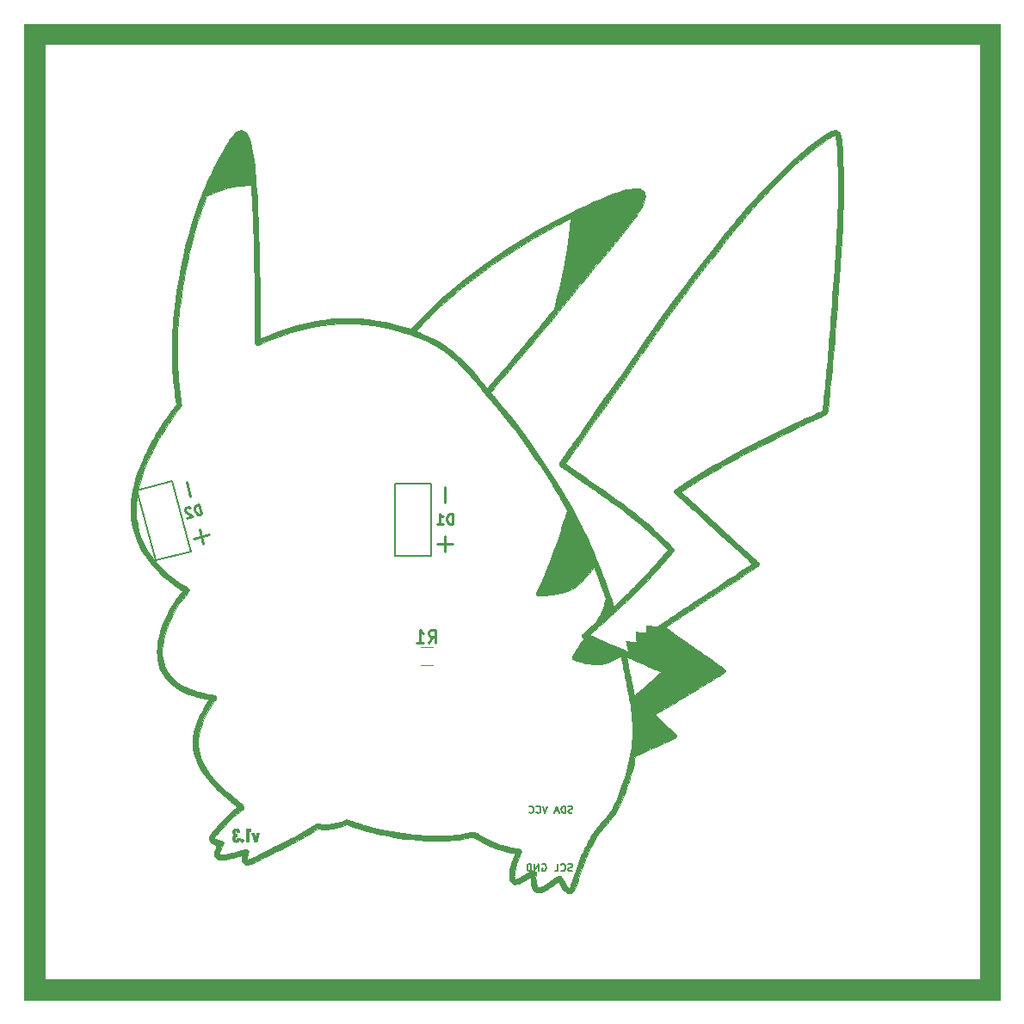
<source format=gbo>
G04 #@! TF.FileFunction,Legend,Bot*
%FSLAX46Y46*%
G04 Gerber Fmt 4.6, Leading zero omitted, Abs format (unit mm)*
G04 Created by KiCad (PCBNEW 4.0.7) date 07/16/18 22:17:09*
%MOMM*%
%LPD*%
G01*
G04 APERTURE LIST*
%ADD10C,0.100000*%
%ADD11C,0.010000*%
%ADD12C,0.150000*%
%ADD13C,0.120000*%
%ADD14C,0.250000*%
%ADD15C,2.800000*%
%ADD16R,3.000000X1.600000*%
%ADD17R,1.900000X1.700000*%
%ADD18C,2.100000*%
%ADD19O,2.100000X2.100000*%
G04 APERTURE END LIST*
D10*
D11*
G36*
X188468000Y-133096000D02*
X92477167Y-133096000D01*
X92477167Y-107041519D01*
X94470659Y-107041519D01*
X94470666Y-108185055D01*
X94470682Y-109308253D01*
X94470708Y-110410505D01*
X94470742Y-111491202D01*
X94470786Y-112549736D01*
X94470838Y-113585499D01*
X94470900Y-114597881D01*
X94470970Y-115586275D01*
X94471049Y-116550071D01*
X94471137Y-117488662D01*
X94471234Y-118401438D01*
X94471339Y-119287792D01*
X94471453Y-120147114D01*
X94471576Y-120978797D01*
X94471707Y-121782231D01*
X94471846Y-122556808D01*
X94471993Y-123301920D01*
X94472149Y-124016958D01*
X94472313Y-124701314D01*
X94472485Y-125354379D01*
X94472665Y-125975544D01*
X94472854Y-126564201D01*
X94473050Y-127119742D01*
X94473254Y-127641557D01*
X94473466Y-128129040D01*
X94473686Y-128581580D01*
X94473913Y-128998569D01*
X94474148Y-129379400D01*
X94474391Y-129723463D01*
X94474641Y-130030149D01*
X94474899Y-130298851D01*
X94475164Y-130528960D01*
X94475436Y-130719867D01*
X94475716Y-130870964D01*
X94476003Y-130981643D01*
X94476297Y-131051294D01*
X94476598Y-131079309D01*
X94476642Y-131079880D01*
X94484168Y-131080882D01*
X94506277Y-131081859D01*
X94543418Y-131082811D01*
X94596045Y-131083737D01*
X94664607Y-131084638D01*
X94749556Y-131085514D01*
X94851344Y-131086365D01*
X94970420Y-131087191D01*
X95107237Y-131087994D01*
X95262246Y-131088772D01*
X95435898Y-131089526D01*
X95628643Y-131090257D01*
X95840933Y-131090964D01*
X96073220Y-131091648D01*
X96325954Y-131092308D01*
X96599587Y-131092946D01*
X96894570Y-131093561D01*
X97211353Y-131094154D01*
X97550388Y-131094724D01*
X97912127Y-131095273D01*
X98297019Y-131095799D01*
X98705518Y-131096304D01*
X99138073Y-131096788D01*
X99595136Y-131097250D01*
X100077157Y-131097691D01*
X100584589Y-131098112D01*
X101117882Y-131098512D01*
X101677488Y-131098891D01*
X102263857Y-131099251D01*
X102877441Y-131099590D01*
X103518691Y-131099910D01*
X104188058Y-131100210D01*
X104885993Y-131100490D01*
X105612947Y-131100752D01*
X106369373Y-131100995D01*
X107155719Y-131101218D01*
X107972439Y-131101424D01*
X108819982Y-131101611D01*
X109698801Y-131101780D01*
X110609346Y-131101931D01*
X111552069Y-131102064D01*
X112527420Y-131102180D01*
X113535851Y-131102279D01*
X114577813Y-131102361D01*
X115653757Y-131102425D01*
X116764134Y-131102474D01*
X117909396Y-131102505D01*
X119089993Y-131102521D01*
X120306377Y-131102520D01*
X121558999Y-131102504D01*
X122848310Y-131102472D01*
X124174761Y-131102424D01*
X125538804Y-131102362D01*
X126940889Y-131102284D01*
X128381467Y-131102192D01*
X129860991Y-131102085D01*
X131379910Y-131101963D01*
X132938677Y-131101828D01*
X134537742Y-131101678D01*
X136177556Y-131101515D01*
X137858571Y-131101339D01*
X139581238Y-131101148D01*
X140477212Y-131101046D01*
X186467750Y-131095750D01*
X186467750Y-39105417D01*
X94477417Y-39105417D01*
X94472013Y-85079417D01*
X94471854Y-86475588D01*
X94471705Y-87861766D01*
X94471566Y-89237343D01*
X94471437Y-90601711D01*
X94471318Y-91954260D01*
X94471209Y-93294382D01*
X94471111Y-94621469D01*
X94471022Y-95934912D01*
X94470943Y-97234103D01*
X94470874Y-98518432D01*
X94470814Y-99787293D01*
X94470765Y-101040075D01*
X94470724Y-102276171D01*
X94470694Y-103494972D01*
X94470673Y-104695869D01*
X94470661Y-105878254D01*
X94470659Y-107041519D01*
X92477167Y-107041519D01*
X92477167Y-37105167D01*
X188468000Y-37105167D01*
X188468000Y-133096000D01*
X188468000Y-133096000D01*
G37*
X188468000Y-133096000D02*
X92477167Y-133096000D01*
X92477167Y-107041519D01*
X94470659Y-107041519D01*
X94470666Y-108185055D01*
X94470682Y-109308253D01*
X94470708Y-110410505D01*
X94470742Y-111491202D01*
X94470786Y-112549736D01*
X94470838Y-113585499D01*
X94470900Y-114597881D01*
X94470970Y-115586275D01*
X94471049Y-116550071D01*
X94471137Y-117488662D01*
X94471234Y-118401438D01*
X94471339Y-119287792D01*
X94471453Y-120147114D01*
X94471576Y-120978797D01*
X94471707Y-121782231D01*
X94471846Y-122556808D01*
X94471993Y-123301920D01*
X94472149Y-124016958D01*
X94472313Y-124701314D01*
X94472485Y-125354379D01*
X94472665Y-125975544D01*
X94472854Y-126564201D01*
X94473050Y-127119742D01*
X94473254Y-127641557D01*
X94473466Y-128129040D01*
X94473686Y-128581580D01*
X94473913Y-128998569D01*
X94474148Y-129379400D01*
X94474391Y-129723463D01*
X94474641Y-130030149D01*
X94474899Y-130298851D01*
X94475164Y-130528960D01*
X94475436Y-130719867D01*
X94475716Y-130870964D01*
X94476003Y-130981643D01*
X94476297Y-131051294D01*
X94476598Y-131079309D01*
X94476642Y-131079880D01*
X94484168Y-131080882D01*
X94506277Y-131081859D01*
X94543418Y-131082811D01*
X94596045Y-131083737D01*
X94664607Y-131084638D01*
X94749556Y-131085514D01*
X94851344Y-131086365D01*
X94970420Y-131087191D01*
X95107237Y-131087994D01*
X95262246Y-131088772D01*
X95435898Y-131089526D01*
X95628643Y-131090257D01*
X95840933Y-131090964D01*
X96073220Y-131091648D01*
X96325954Y-131092308D01*
X96599587Y-131092946D01*
X96894570Y-131093561D01*
X97211353Y-131094154D01*
X97550388Y-131094724D01*
X97912127Y-131095273D01*
X98297019Y-131095799D01*
X98705518Y-131096304D01*
X99138073Y-131096788D01*
X99595136Y-131097250D01*
X100077157Y-131097691D01*
X100584589Y-131098112D01*
X101117882Y-131098512D01*
X101677488Y-131098891D01*
X102263857Y-131099251D01*
X102877441Y-131099590D01*
X103518691Y-131099910D01*
X104188058Y-131100210D01*
X104885993Y-131100490D01*
X105612947Y-131100752D01*
X106369373Y-131100995D01*
X107155719Y-131101218D01*
X107972439Y-131101424D01*
X108819982Y-131101611D01*
X109698801Y-131101780D01*
X110609346Y-131101931D01*
X111552069Y-131102064D01*
X112527420Y-131102180D01*
X113535851Y-131102279D01*
X114577813Y-131102361D01*
X115653757Y-131102425D01*
X116764134Y-131102474D01*
X117909396Y-131102505D01*
X119089993Y-131102521D01*
X120306377Y-131102520D01*
X121558999Y-131102504D01*
X122848310Y-131102472D01*
X124174761Y-131102424D01*
X125538804Y-131102362D01*
X126940889Y-131102284D01*
X128381467Y-131102192D01*
X129860991Y-131102085D01*
X131379910Y-131101963D01*
X132938677Y-131101828D01*
X134537742Y-131101678D01*
X136177556Y-131101515D01*
X137858571Y-131101339D01*
X139581238Y-131101148D01*
X140477212Y-131101046D01*
X186467750Y-131095750D01*
X186467750Y-39105417D01*
X94477417Y-39105417D01*
X94472013Y-85079417D01*
X94471854Y-86475588D01*
X94471705Y-87861766D01*
X94471566Y-89237343D01*
X94471437Y-90601711D01*
X94471318Y-91954260D01*
X94471209Y-93294382D01*
X94471111Y-94621469D01*
X94471022Y-95934912D01*
X94470943Y-97234103D01*
X94470874Y-98518432D01*
X94470814Y-99787293D01*
X94470765Y-101040075D01*
X94470724Y-102276171D01*
X94470694Y-103494972D01*
X94470673Y-104695869D01*
X94470661Y-105878254D01*
X94470659Y-107041519D01*
X92477167Y-107041519D01*
X92477167Y-37105167D01*
X188468000Y-37105167D01*
X188468000Y-133096000D01*
G36*
X113897921Y-47569072D02*
X113959977Y-47588625D01*
X114035662Y-47623542D01*
X114154832Y-47696649D01*
X114260532Y-47794138D01*
X114357628Y-47921597D01*
X114450985Y-48084616D01*
X114469850Y-48122417D01*
X114531730Y-48255504D01*
X114585544Y-48387140D01*
X114634562Y-48527012D01*
X114682059Y-48684806D01*
X114731304Y-48870208D01*
X114755849Y-48969083D01*
X114830096Y-49300674D01*
X114900911Y-49672951D01*
X114968305Y-50086042D01*
X115032290Y-50540075D01*
X115092878Y-51035178D01*
X115150081Y-51571478D01*
X115203912Y-52149104D01*
X115254382Y-52768183D01*
X115301503Y-53428844D01*
X115345287Y-54131213D01*
X115385747Y-54875420D01*
X115422894Y-55661592D01*
X115452843Y-56388000D01*
X115467857Y-56796767D01*
X115482848Y-57243299D01*
X115497734Y-57723334D01*
X115512431Y-58232609D01*
X115526858Y-58766861D01*
X115540932Y-59321827D01*
X115554570Y-59893244D01*
X115567690Y-60476851D01*
X115580208Y-61068384D01*
X115592042Y-61663580D01*
X115603110Y-62258176D01*
X115613329Y-62847911D01*
X115622616Y-63428520D01*
X115630889Y-63995742D01*
X115638065Y-64545314D01*
X115644061Y-65072972D01*
X115648794Y-65574455D01*
X115652183Y-66045499D01*
X115654144Y-66481841D01*
X115654630Y-66796708D01*
X115654817Y-67022764D01*
X115655344Y-67235731D01*
X115656178Y-67431928D01*
X115657287Y-67607673D01*
X115658638Y-67759284D01*
X115660199Y-67883081D01*
X115661936Y-67975381D01*
X115663819Y-68032503D01*
X115665698Y-68050833D01*
X115687788Y-68042955D01*
X115742443Y-68021068D01*
X115823295Y-67987791D01*
X115923979Y-67945741D01*
X116030823Y-67900638D01*
X116863064Y-67561561D01*
X117676167Y-67258616D01*
X118472050Y-66991209D01*
X119252632Y-66758747D01*
X120019832Y-66560636D01*
X120775568Y-66396284D01*
X121083917Y-66338275D01*
X121948147Y-66204289D01*
X122812794Y-66112530D01*
X123677974Y-66063007D01*
X124543799Y-66055727D01*
X125410385Y-66090701D01*
X126277847Y-66167935D01*
X127146299Y-66287439D01*
X128015855Y-66449222D01*
X128886632Y-66653291D01*
X129758742Y-66899655D01*
X130099206Y-67007188D01*
X130458864Y-67124143D01*
X130532082Y-67042446D01*
X130563528Y-67008362D01*
X130620394Y-66947767D01*
X130698823Y-66864727D01*
X130794960Y-66763312D01*
X130904950Y-66647588D01*
X131024937Y-66521623D01*
X131141178Y-66399833D01*
X131969689Y-65558206D01*
X132838411Y-64725439D01*
X133745937Y-63902645D01*
X134690861Y-63090934D01*
X135671777Y-62291418D01*
X136687277Y-61505209D01*
X137735954Y-60733418D01*
X138816403Y-59977158D01*
X139927215Y-59237540D01*
X141066985Y-58515675D01*
X141298083Y-58373657D01*
X142051432Y-57921499D01*
X142830690Y-57470055D01*
X143629619Y-57022543D01*
X144441984Y-56582183D01*
X145261547Y-56152193D01*
X146082073Y-55735792D01*
X146897324Y-55336199D01*
X147701064Y-54956631D01*
X148487057Y-54600308D01*
X149246167Y-54271672D01*
X149745868Y-54065635D01*
X150211520Y-53883752D01*
X150643774Y-53725934D01*
X151043282Y-53592091D01*
X151410699Y-53482133D01*
X151746676Y-53395969D01*
X152051866Y-53333511D01*
X152326922Y-53294668D01*
X152572497Y-53279350D01*
X152789244Y-53287467D01*
X152977815Y-53318931D01*
X153138863Y-53373649D01*
X153273042Y-53451534D01*
X153381002Y-53552494D01*
X153463399Y-53676440D01*
X153470209Y-53689997D01*
X153522680Y-53842391D01*
X153541438Y-54016623D01*
X153526372Y-54213142D01*
X153477375Y-54432400D01*
X153394337Y-54674847D01*
X153277148Y-54940936D01*
X153125699Y-55231116D01*
X153075792Y-55319083D01*
X152963950Y-55509263D01*
X152849136Y-55696606D01*
X152729121Y-55884124D01*
X152601676Y-56074831D01*
X152464573Y-56271740D01*
X152315583Y-56477862D01*
X152152477Y-56696210D01*
X151973027Y-56929797D01*
X151775004Y-57181635D01*
X151556178Y-57454737D01*
X151314322Y-57752115D01*
X151047206Y-58076783D01*
X150938288Y-58208333D01*
X150160394Y-59147128D01*
X149381597Y-60088419D01*
X148597961Y-61036980D01*
X147805551Y-61997582D01*
X147000432Y-62974997D01*
X146178669Y-63973998D01*
X145336324Y-64999358D01*
X144959947Y-65457917D01*
X144665348Y-65816824D01*
X144392213Y-66149310D01*
X144137766Y-66458693D01*
X143899231Y-66748292D01*
X143673831Y-67021426D01*
X143458790Y-67281415D01*
X143251331Y-67531576D01*
X143048680Y-67775229D01*
X142848058Y-68015693D01*
X142646690Y-68256286D01*
X142441799Y-68500329D01*
X142230610Y-68751139D01*
X142010346Y-69012036D01*
X141778230Y-69286338D01*
X141531487Y-69577365D01*
X141267340Y-69888436D01*
X140983012Y-70222869D01*
X140675729Y-70583983D01*
X140462656Y-70834250D01*
X140133534Y-71220935D01*
X139831316Y-71576375D01*
X139555291Y-71901411D01*
X139304747Y-72196883D01*
X139078971Y-72463632D01*
X138877252Y-72702497D01*
X138698877Y-72914319D01*
X138543852Y-73099083D01*
X138331205Y-73353083D01*
X138385894Y-73427905D01*
X138415079Y-73464854D01*
X138467493Y-73528195D01*
X138538498Y-73612451D01*
X138623461Y-73712142D01*
X138717745Y-73821791D01*
X138779893Y-73893572D01*
X139473058Y-74708755D01*
X140161520Y-75552186D01*
X140846632Y-76425709D01*
X141529748Y-77331167D01*
X142212222Y-78270404D01*
X142895406Y-79245265D01*
X143580654Y-80257592D01*
X144269319Y-81309230D01*
X144582569Y-81798733D01*
X145009940Y-82481015D01*
X145413740Y-83146430D01*
X145799363Y-83804548D01*
X146172205Y-84464941D01*
X146537664Y-85137183D01*
X146901134Y-85830844D01*
X147268012Y-86555497D01*
X147297127Y-86614000D01*
X147460666Y-86945347D01*
X147624462Y-87281693D01*
X147786339Y-87618359D01*
X147944121Y-87950667D01*
X148095632Y-88273938D01*
X148238695Y-88583495D01*
X148371134Y-88874659D01*
X148490773Y-89142751D01*
X148595435Y-89383094D01*
X148682945Y-89591009D01*
X148690360Y-89609083D01*
X148922095Y-90182861D01*
X149147847Y-90756638D01*
X149365580Y-91324888D01*
X149573257Y-91882085D01*
X149768842Y-92422704D01*
X149950300Y-92941221D01*
X150115592Y-93432108D01*
X150231112Y-93789500D01*
X150278848Y-93939669D01*
X150322925Y-94077217D01*
X150361607Y-94196813D01*
X150393156Y-94293127D01*
X150415838Y-94360830D01*
X150427915Y-94394589D01*
X150428935Y-94396856D01*
X150448502Y-94391746D01*
X150495340Y-94358533D01*
X150567165Y-94299423D01*
X150661696Y-94216624D01*
X150776649Y-94112343D01*
X150909743Y-93988786D01*
X151058695Y-93848161D01*
X151221222Y-93692675D01*
X151395043Y-93524536D01*
X151577874Y-93345949D01*
X151767433Y-93159124D01*
X151961438Y-92966266D01*
X152157606Y-92769582D01*
X152353654Y-92571280D01*
X152547301Y-92373568D01*
X152736264Y-92178651D01*
X152906658Y-92000917D01*
X153195034Y-91697241D01*
X153465510Y-91410000D01*
X153723899Y-91132826D01*
X153976014Y-90859351D01*
X154227667Y-90583206D01*
X154484672Y-90298023D01*
X154752842Y-89997435D01*
X155037990Y-89675073D01*
X155254219Y-89429167D01*
X155764980Y-88847083D01*
X155368365Y-88448592D01*
X154633365Y-87731879D01*
X153867659Y-87027017D01*
X153082850Y-86344420D01*
X152378833Y-85764977D01*
X152172162Y-85600649D01*
X151960055Y-85434501D01*
X151740334Y-85264954D01*
X151510819Y-85090429D01*
X151269334Y-84909347D01*
X151013698Y-84720129D01*
X150741735Y-84521196D01*
X150451266Y-84310968D01*
X150140112Y-84087867D01*
X149806095Y-83850314D01*
X149447036Y-83596729D01*
X149060758Y-83325533D01*
X148645082Y-83035149D01*
X148197830Y-82723995D01*
X147870333Y-82496820D01*
X147496675Y-82237785D01*
X147156531Y-82001737D01*
X146848519Y-81787699D01*
X146571255Y-81594693D01*
X146323358Y-81421741D01*
X146103444Y-81267865D01*
X145910130Y-81132089D01*
X145742034Y-81013434D01*
X145597774Y-80910923D01*
X145475965Y-80823578D01*
X145375226Y-80750422D01*
X145294174Y-80690477D01*
X145231426Y-80642766D01*
X145185599Y-80606311D01*
X145155310Y-80580134D01*
X145145125Y-80570135D01*
X145099372Y-80512861D01*
X145079622Y-80456842D01*
X145076333Y-80403875D01*
X145077119Y-80387919D01*
X145080386Y-80370104D01*
X145087495Y-80348403D01*
X145090814Y-80340959D01*
X145671052Y-80340959D01*
X145844651Y-80464716D01*
X145978372Y-80559747D01*
X146127279Y-80664988D01*
X146293661Y-80782038D01*
X146479807Y-80912493D01*
X146688005Y-81057952D01*
X146920545Y-81220012D01*
X147179716Y-81400272D01*
X147467805Y-81600328D01*
X147787102Y-81821780D01*
X147998426Y-81968227D01*
X148501607Y-82317353D01*
X148971585Y-82644587D01*
X149410416Y-82951473D01*
X149820153Y-83239551D01*
X150202851Y-83510365D01*
X150560565Y-83765455D01*
X150895348Y-84006365D01*
X151209254Y-84234636D01*
X151504339Y-84451809D01*
X151782655Y-84659429D01*
X152046258Y-84859035D01*
X152297202Y-85052171D01*
X152537540Y-85240378D01*
X152769328Y-85425199D01*
X152994619Y-85608175D01*
X153215468Y-85790849D01*
X153433928Y-85974762D01*
X153652055Y-86161458D01*
X153871903Y-86352476D01*
X154063808Y-86521293D01*
X154209039Y-86651073D01*
X154368205Y-86795724D01*
X154538178Y-86952232D01*
X154715831Y-87117577D01*
X154898037Y-87288745D01*
X155081668Y-87462717D01*
X155263595Y-87636476D01*
X155440692Y-87807006D01*
X155609831Y-87971290D01*
X155767883Y-88126310D01*
X155911723Y-88269050D01*
X156038221Y-88396492D01*
X156144251Y-88505620D01*
X156226684Y-88593417D01*
X156282394Y-88656865D01*
X156297150Y-88675634D01*
X156345859Y-88769694D01*
X156357601Y-88865214D01*
X156333554Y-88949016D01*
X156313968Y-88975504D01*
X156269024Y-89030388D01*
X156201527Y-89110461D01*
X156114282Y-89212512D01*
X156010094Y-89333332D01*
X155891766Y-89469713D01*
X155762105Y-89618444D01*
X155623914Y-89776315D01*
X155479999Y-89940119D01*
X155333163Y-90106645D01*
X155186213Y-90272684D01*
X155041952Y-90435027D01*
X154903186Y-90590464D01*
X154772719Y-90735786D01*
X154751063Y-90759812D01*
X154226089Y-91336215D01*
X153709158Y-91892519D01*
X153202134Y-92426852D01*
X152706878Y-92937345D01*
X152225251Y-93422127D01*
X151759117Y-93879328D01*
X151310336Y-94307078D01*
X150880771Y-94703506D01*
X150472284Y-95066743D01*
X150405924Y-95124321D01*
X150300763Y-95215540D01*
X150177048Y-95323392D01*
X150037681Y-95445307D01*
X149885563Y-95578718D01*
X149723596Y-95721058D01*
X149554682Y-95869757D01*
X149381723Y-96022248D01*
X149207621Y-96175964D01*
X149035277Y-96328336D01*
X148867594Y-96476796D01*
X148707473Y-96618776D01*
X148557816Y-96751708D01*
X148421525Y-96873025D01*
X148301501Y-96980157D01*
X148200647Y-97070538D01*
X148121865Y-97141600D01*
X148068055Y-97190773D01*
X148042121Y-97215491D01*
X148040166Y-97217900D01*
X148059136Y-97227605D01*
X148113791Y-97252723D01*
X148200960Y-97291871D01*
X148317467Y-97343668D01*
X148460139Y-97406732D01*
X148625804Y-97479682D01*
X148811286Y-97561136D01*
X149013413Y-97649712D01*
X149229010Y-97744030D01*
X149454905Y-97842706D01*
X149687924Y-97944360D01*
X149924892Y-98047610D01*
X150162638Y-98151074D01*
X150397986Y-98253370D01*
X150627763Y-98353118D01*
X150848796Y-98448935D01*
X151057911Y-98539440D01*
X151251934Y-98623250D01*
X151427693Y-98698986D01*
X151582012Y-98765264D01*
X151711719Y-98820703D01*
X151813641Y-98863922D01*
X151884602Y-98893538D01*
X151921431Y-98908171D01*
X151925793Y-98909514D01*
X151926125Y-98890785D01*
X151915320Y-98836791D01*
X151894715Y-98752716D01*
X151865645Y-98643750D01*
X151829449Y-98515078D01*
X151787462Y-98371888D01*
X151785938Y-98366792D01*
X151736413Y-98198237D01*
X151696728Y-98056824D01*
X151667610Y-97945419D01*
X151649787Y-97866891D01*
X151643988Y-97824106D01*
X151646312Y-97816818D01*
X151673060Y-97818205D01*
X151735675Y-97824735D01*
X151828100Y-97835675D01*
X151944278Y-97850289D01*
X152078153Y-97867843D01*
X152177750Y-97881294D01*
X152336390Y-97902886D01*
X152458068Y-97918976D01*
X152547761Y-97929816D01*
X152610447Y-97935659D01*
X152651105Y-97936759D01*
X152674712Y-97933368D01*
X152686246Y-97925738D01*
X152690685Y-97914123D01*
X152691731Y-97907393D01*
X152691161Y-97874282D01*
X152686215Y-97805885D01*
X152677515Y-97708951D01*
X152665681Y-97590234D01*
X152651338Y-97456482D01*
X152644931Y-97399356D01*
X152630055Y-97263893D01*
X152617754Y-97143024D01*
X152608575Y-97042917D01*
X152603067Y-96969739D01*
X152601776Y-96929657D01*
X152602717Y-96924061D01*
X152625871Y-96922818D01*
X152685309Y-96924950D01*
X152775148Y-96930092D01*
X152889503Y-96937882D01*
X153022490Y-96947956D01*
X153125767Y-96956361D01*
X153268845Y-96967959D01*
X153397837Y-96977709D01*
X153506778Y-96985218D01*
X153589703Y-96990092D01*
X153640647Y-96991938D01*
X153654125Y-96991199D01*
X153659430Y-96968414D01*
X153663982Y-96910504D01*
X153667460Y-96824672D01*
X153669544Y-96718124D01*
X153670000Y-96635167D01*
X153670801Y-96498931D01*
X153673432Y-96400515D01*
X153678234Y-96335434D01*
X153685547Y-96299202D01*
X153695715Y-96287332D01*
X153696458Y-96287296D01*
X153724185Y-96289909D01*
X153787709Y-96297173D01*
X153880839Y-96308339D01*
X153997384Y-96322658D01*
X154131153Y-96339380D01*
X154220333Y-96350667D01*
X154393445Y-96372562D01*
X154529126Y-96389264D01*
X154631926Y-96401039D01*
X154706394Y-96408150D01*
X154757079Y-96410865D01*
X154788531Y-96409449D01*
X154805299Y-96404167D01*
X154811932Y-96395285D01*
X154813000Y-96385271D01*
X154825378Y-96348945D01*
X154853244Y-96305896D01*
X154874241Y-96289982D01*
X154929132Y-96251813D01*
X155016428Y-96192378D01*
X155134641Y-96112663D01*
X155282282Y-96013656D01*
X155457861Y-95896344D01*
X155659891Y-95761714D01*
X155886883Y-95610754D01*
X156137347Y-95444452D01*
X156409795Y-95263794D01*
X156702739Y-95069768D01*
X157014689Y-94863361D01*
X157344157Y-94645561D01*
X157689654Y-94417355D01*
X158049692Y-94179731D01*
X158422781Y-93933675D01*
X158807433Y-93680175D01*
X159202159Y-93420219D01*
X159477236Y-93239167D01*
X159877422Y-92975780D01*
X160268283Y-92718430D01*
X160648347Y-92468088D01*
X161016143Y-92225728D01*
X161370199Y-91992322D01*
X161709044Y-91768843D01*
X162031207Y-91556263D01*
X162335217Y-91355554D01*
X162619601Y-91167690D01*
X162882890Y-90993642D01*
X163123610Y-90834384D01*
X163340292Y-90690887D01*
X163531463Y-90564124D01*
X163695652Y-90455069D01*
X163831389Y-90364692D01*
X163937201Y-90293968D01*
X164011618Y-90243867D01*
X164053167Y-90215364D01*
X164061909Y-90208778D01*
X164046883Y-90192200D01*
X164003421Y-90150017D01*
X163934509Y-90084994D01*
X163843130Y-89999897D01*
X163732270Y-89897490D01*
X163604913Y-89780540D01*
X163464044Y-89651810D01*
X163312647Y-89514068D01*
X163285148Y-89489111D01*
X163082949Y-89305570D01*
X162863282Y-89105984D01*
X162627842Y-88891902D01*
X162378324Y-88664872D01*
X162116421Y-88426441D01*
X161843827Y-88178158D01*
X161562237Y-87921570D01*
X161273345Y-87658226D01*
X160978844Y-87389673D01*
X160680430Y-87117460D01*
X160379795Y-86843134D01*
X160078634Y-86568243D01*
X159778642Y-86294335D01*
X159481512Y-86022959D01*
X159188939Y-85755662D01*
X158902617Y-85493991D01*
X158624239Y-85239496D01*
X158355500Y-84993724D01*
X158098094Y-84758223D01*
X157853715Y-84534540D01*
X157624057Y-84324225D01*
X157410815Y-84128824D01*
X157215682Y-83949886D01*
X157040353Y-83788958D01*
X156886522Y-83647590D01*
X156755882Y-83527328D01*
X156650128Y-83429720D01*
X156570955Y-83356315D01*
X156520056Y-83308660D01*
X156501042Y-83290331D01*
X156446036Y-83231241D01*
X156415664Y-83186410D01*
X156402857Y-83142046D01*
X156400500Y-83094178D01*
X156400530Y-83061995D01*
X156402361Y-83033373D01*
X156408607Y-83006266D01*
X156421879Y-82978631D01*
X156444789Y-82948422D01*
X156479951Y-82913594D01*
X156529977Y-82872104D01*
X156597478Y-82821907D01*
X156685069Y-82760957D01*
X156795360Y-82687210D01*
X156930964Y-82598622D01*
X157094494Y-82493147D01*
X157288562Y-82368741D01*
X157501167Y-82232711D01*
X158161382Y-81815320D01*
X158827572Y-81404363D01*
X159503746Y-80997560D01*
X160193914Y-80592632D01*
X160902084Y-80187299D01*
X161632266Y-79779283D01*
X162388469Y-79366303D01*
X163174702Y-78946081D01*
X163994975Y-78516337D01*
X164465000Y-78273596D01*
X164734630Y-78135746D01*
X165023626Y-77989331D01*
X165329141Y-77835727D01*
X165648326Y-77676305D01*
X165978332Y-77512442D01*
X166316310Y-77345510D01*
X166659413Y-77176883D01*
X167004790Y-77007936D01*
X167349594Y-76840042D01*
X167690975Y-76674576D01*
X168026086Y-76512912D01*
X168352078Y-76356423D01*
X168666101Y-76206483D01*
X168965308Y-76064467D01*
X169246849Y-75931749D01*
X169507877Y-75809702D01*
X169745541Y-75699700D01*
X169956995Y-75603118D01*
X170139388Y-75521330D01*
X170289873Y-75455709D01*
X170405601Y-75407629D01*
X170412833Y-75404756D01*
X170588396Y-75333214D01*
X170727421Y-75271554D01*
X170833918Y-75217508D01*
X170911901Y-75168804D01*
X170965383Y-75123175D01*
X170998376Y-75078350D01*
X171001754Y-75071663D01*
X171012278Y-75031940D01*
X171024681Y-74955780D01*
X171038242Y-74849000D01*
X171052245Y-74717415D01*
X171065971Y-74566842D01*
X171069726Y-74521329D01*
X171082645Y-74369228D01*
X171099265Y-74185993D01*
X171118530Y-73982556D01*
X171139385Y-73769850D01*
X171160774Y-73558805D01*
X171181642Y-73360353D01*
X171183564Y-73342500D01*
X171234636Y-72861151D01*
X171285478Y-72365301D01*
X171336223Y-71853302D01*
X171387007Y-71323509D01*
X171437962Y-70774275D01*
X171489223Y-70203954D01*
X171540924Y-69610901D01*
X171593199Y-68993469D01*
X171646181Y-68350012D01*
X171700005Y-67678883D01*
X171754804Y-66978438D01*
X171810713Y-66247028D01*
X171867866Y-65483009D01*
X171926396Y-64684734D01*
X171986438Y-63850557D01*
X172048125Y-62978832D01*
X172111591Y-62067913D01*
X172168842Y-61235167D01*
X172209124Y-60642816D01*
X172246256Y-60089812D01*
X172280362Y-59573294D01*
X172311563Y-59090404D01*
X172339983Y-58638279D01*
X172365744Y-58214061D01*
X172388970Y-57814890D01*
X172409782Y-57437905D01*
X172428303Y-57080247D01*
X172444657Y-56739055D01*
X172458965Y-56411469D01*
X172471350Y-56094629D01*
X172481936Y-55785676D01*
X172490845Y-55481748D01*
X172498199Y-55179987D01*
X172504121Y-54877533D01*
X172508734Y-54571524D01*
X172512160Y-54259101D01*
X172514523Y-53937404D01*
X172515944Y-53603573D01*
X172516548Y-53254748D01*
X172516588Y-53128333D01*
X172514979Y-52502877D01*
X172510128Y-51918547D01*
X172501990Y-51374257D01*
X172490519Y-50868921D01*
X172475670Y-50401454D01*
X172457397Y-49970769D01*
X172435655Y-49575779D01*
X172410399Y-49215400D01*
X172381583Y-48888544D01*
X172349162Y-48594126D01*
X172317258Y-48358624D01*
X172292217Y-48228576D01*
X172261851Y-48136075D01*
X172226855Y-48082784D01*
X172196085Y-48069500D01*
X172149134Y-48080559D01*
X172072578Y-48111735D01*
X171972278Y-48160029D01*
X171854091Y-48222441D01*
X171723878Y-48295970D01*
X171587499Y-48377616D01*
X171555193Y-48397653D01*
X171397273Y-48500555D01*
X171212069Y-48628615D01*
X171003705Y-48778611D01*
X170776305Y-48947319D01*
X170533995Y-49131516D01*
X170280899Y-49327979D01*
X170021141Y-49533483D01*
X169758848Y-49744805D01*
X169498142Y-49958723D01*
X169243150Y-50172012D01*
X168997995Y-50381449D01*
X168835917Y-50522746D01*
X168257696Y-51041868D01*
X167664937Y-51594089D01*
X167062132Y-52174695D01*
X166453770Y-52778967D01*
X165844340Y-53402190D01*
X165238334Y-54039646D01*
X164640240Y-54686620D01*
X164054548Y-55338394D01*
X163485750Y-55990253D01*
X162938334Y-56637479D01*
X162466544Y-57213500D01*
X161823720Y-58014389D01*
X161187576Y-58813192D01*
X160559621Y-59607913D01*
X159941365Y-60396556D01*
X159334316Y-61177127D01*
X158739984Y-61947628D01*
X158159878Y-62706066D01*
X157595507Y-63450443D01*
X157048380Y-64178765D01*
X156520006Y-64889036D01*
X156011895Y-65579259D01*
X155525556Y-66247441D01*
X155062497Y-66891584D01*
X154624229Y-67509694D01*
X154212260Y-68099775D01*
X153991358Y-68420516D01*
X153535577Y-69085228D01*
X153088847Y-69735526D01*
X152648817Y-70374789D01*
X152213132Y-71006397D01*
X151779442Y-71633726D01*
X151345392Y-72260157D01*
X150908631Y-72889068D01*
X150466805Y-73523837D01*
X150017561Y-74167843D01*
X149558548Y-74824465D01*
X149087411Y-75497081D01*
X148601799Y-76189070D01*
X148099358Y-76903811D01*
X147577737Y-77644682D01*
X147034581Y-78415062D01*
X146805281Y-78740000D01*
X146649883Y-78960121D01*
X146500225Y-79172042D01*
X146358292Y-79372956D01*
X146226069Y-79560056D01*
X146105542Y-79730534D01*
X145998696Y-79881583D01*
X145907515Y-80010397D01*
X145833986Y-80114169D01*
X145780094Y-80190090D01*
X145747823Y-80235355D01*
X145741397Y-80244271D01*
X145671052Y-80340959D01*
X145090814Y-80340959D01*
X145099809Y-80320789D01*
X145118690Y-80285234D01*
X145145500Y-80239710D01*
X145181600Y-80182191D01*
X145228354Y-80110649D01*
X145287124Y-80023056D01*
X145359270Y-79917385D01*
X145446157Y-79791609D01*
X145549145Y-79643700D01*
X145669597Y-79471630D01*
X145808875Y-79273372D01*
X145968341Y-79046899D01*
X146149357Y-78790183D01*
X146353286Y-78501197D01*
X146381290Y-78461523D01*
X147016069Y-77561307D01*
X147643520Y-76669685D01*
X148261958Y-75789072D01*
X148869698Y-74921885D01*
X149465055Y-74070541D01*
X150046344Y-73237456D01*
X150611879Y-72425046D01*
X151159977Y-71635728D01*
X151688951Y-70871917D01*
X152197117Y-70136032D01*
X152682791Y-69430487D01*
X152939710Y-69056250D01*
X153144064Y-68758308D01*
X153326413Y-68492534D01*
X153488674Y-68256169D01*
X153632764Y-68046456D01*
X153760600Y-67860635D01*
X153874099Y-67695947D01*
X153975177Y-67549636D01*
X154065752Y-67418941D01*
X154147740Y-67301105D01*
X154223059Y-67193369D01*
X154293625Y-67092974D01*
X154361356Y-66997162D01*
X154428167Y-66903175D01*
X154495977Y-66808254D01*
X154566702Y-66709640D01*
X154642258Y-66604576D01*
X154675374Y-66558583D01*
X155539686Y-65368433D01*
X156428067Y-64164810D01*
X157341855Y-62945969D01*
X158282391Y-61710164D01*
X159251013Y-60455649D01*
X160249061Y-59180678D01*
X161277873Y-57883505D01*
X162338789Y-56562385D01*
X162419854Y-56462083D01*
X162714097Y-56104547D01*
X163037014Y-55723826D01*
X163384817Y-55323911D01*
X163753718Y-54908792D01*
X164139931Y-54482457D01*
X164539668Y-54048897D01*
X164949140Y-53612101D01*
X165364562Y-53176059D01*
X165782146Y-52744761D01*
X166198103Y-52322195D01*
X166608647Y-51912352D01*
X167009991Y-51519221D01*
X167398346Y-51146792D01*
X167769925Y-50799055D01*
X167968083Y-50617671D01*
X168314750Y-50306982D01*
X168662689Y-50002618D01*
X169009173Y-49706701D01*
X169351471Y-49421350D01*
X169686856Y-49148686D01*
X170012599Y-48890829D01*
X170325970Y-48649898D01*
X170624242Y-48428015D01*
X170904686Y-48227298D01*
X171164572Y-48049869D01*
X171401172Y-47897847D01*
X171611757Y-47773352D01*
X171670170Y-47741302D01*
X171856084Y-47650790D01*
X172019190Y-47592304D01*
X172163547Y-47565158D01*
X172293214Y-47568665D01*
X172412251Y-47602138D01*
X172434250Y-47611946D01*
X172528144Y-47665974D01*
X172607010Y-47734411D01*
X172672699Y-47821484D01*
X172727062Y-47931421D01*
X172771952Y-48068450D01*
X172809220Y-48236800D01*
X172840717Y-48440697D01*
X172857136Y-48577500D01*
X172869822Y-48688570D01*
X172881707Y-48785660D01*
X172891717Y-48860480D01*
X172898777Y-48904740D01*
X172900507Y-48911952D01*
X172904016Y-48939490D01*
X172909246Y-49003707D01*
X172915833Y-49098998D01*
X172923413Y-49219759D01*
X172931622Y-49360386D01*
X172940095Y-49515275D01*
X172941762Y-49546952D01*
X172987438Y-50574595D01*
X173017555Y-51615841D01*
X173032079Y-52674200D01*
X173030972Y-53753180D01*
X173014198Y-54856290D01*
X172981720Y-55987041D01*
X172933502Y-57148942D01*
X172869508Y-58345501D01*
X172846279Y-58726917D01*
X172835736Y-58892680D01*
X172822484Y-59096686D01*
X172806797Y-59334949D01*
X172788945Y-59603482D01*
X172769201Y-59898301D01*
X172747837Y-60215417D01*
X172725126Y-60550847D01*
X172701339Y-60900604D01*
X172676749Y-61260702D01*
X172651627Y-61627156D01*
X172626246Y-61995979D01*
X172600878Y-62363185D01*
X172575795Y-62724789D01*
X172551269Y-63076805D01*
X172527572Y-63415246D01*
X172504977Y-63736128D01*
X172486462Y-63997417D01*
X172420228Y-64918679D01*
X172355320Y-65800312D01*
X172291511Y-66644993D01*
X172228576Y-67455398D01*
X172166285Y-68234204D01*
X172104413Y-68984086D01*
X172042733Y-69707721D01*
X171981016Y-70407785D01*
X171919037Y-71086954D01*
X171856569Y-71747905D01*
X171793383Y-72393314D01*
X171729254Y-73025857D01*
X171682932Y-73469500D01*
X171662065Y-73669858D01*
X171641197Y-73875586D01*
X171621129Y-74078386D01*
X171602665Y-74269962D01*
X171586608Y-74442018D01*
X171573759Y-74586256D01*
X171566950Y-74668178D01*
X171550691Y-74855187D01*
X171533485Y-75006087D01*
X171513430Y-75127089D01*
X171488627Y-75224408D01*
X171457175Y-75304256D01*
X171417171Y-75372846D01*
X171366716Y-75436391D01*
X171315602Y-75489691D01*
X171258667Y-75542534D01*
X171198532Y-75590436D01*
X171129885Y-75636195D01*
X171047416Y-75682611D01*
X170945814Y-75732480D01*
X170819768Y-75788600D01*
X170663967Y-75853769D01*
X170494713Y-75922152D01*
X170405971Y-75959220D01*
X170284075Y-76012516D01*
X170133953Y-76079777D01*
X169960529Y-76158737D01*
X169768731Y-76247131D01*
X169563485Y-76342692D01*
X169349717Y-76443157D01*
X169132352Y-76546260D01*
X169001991Y-76608573D01*
X168235244Y-76977456D01*
X167505211Y-77331333D01*
X166809513Y-77671448D01*
X166145776Y-77999049D01*
X165511622Y-78315379D01*
X164904674Y-78621686D01*
X164322557Y-78919213D01*
X163762894Y-79209208D01*
X163223307Y-79492916D01*
X162701422Y-79771582D01*
X162194860Y-80046452D01*
X161701246Y-80318771D01*
X161218204Y-80589785D01*
X160743356Y-80860740D01*
X160274326Y-81132881D01*
X159808737Y-81407454D01*
X159540414Y-81567666D01*
X159337901Y-81689663D01*
X159127806Y-81817234D01*
X158913154Y-81948473D01*
X158696965Y-82081474D01*
X158482261Y-82214330D01*
X158272066Y-82345135D01*
X158069401Y-82471983D01*
X157877288Y-82592968D01*
X157698750Y-82706183D01*
X157536808Y-82809724D01*
X157394485Y-82901682D01*
X157274803Y-82980152D01*
X157180784Y-83043228D01*
X157115451Y-83089004D01*
X157081825Y-83115574D01*
X157077833Y-83120903D01*
X157093056Y-83137439D01*
X157137037Y-83180142D01*
X157207250Y-83246665D01*
X157301167Y-83334657D01*
X157416258Y-83441769D01*
X157549997Y-83565654D01*
X157699854Y-83703960D01*
X157863302Y-83854341D01*
X158037813Y-84014446D01*
X158151510Y-84118528D01*
X158713586Y-84632570D01*
X159246311Y-85119624D01*
X159751503Y-85581349D01*
X160230980Y-86019406D01*
X160686561Y-86435452D01*
X161120062Y-86831147D01*
X161533303Y-87208150D01*
X161928101Y-87568119D01*
X162306274Y-87912715D01*
X162669640Y-88243596D01*
X163020017Y-88562421D01*
X163316644Y-88832146D01*
X163522376Y-89019386D01*
X163719314Y-89199067D01*
X163905173Y-89369078D01*
X164077667Y-89527309D01*
X164234510Y-89671647D01*
X164373417Y-89799983D01*
X164492103Y-89910204D01*
X164588281Y-90000201D01*
X164659668Y-90067862D01*
X164703976Y-90111076D01*
X164718757Y-90127213D01*
X164738263Y-90200812D01*
X164733070Y-90287066D01*
X164704531Y-90365267D01*
X164703013Y-90367788D01*
X164681615Y-90386194D01*
X164626512Y-90426519D01*
X164537588Y-90488838D01*
X164414727Y-90573230D01*
X164257813Y-90679771D01*
X164066729Y-90808540D01*
X163841359Y-90959614D01*
X163581588Y-91133069D01*
X163287300Y-91328984D01*
X162958377Y-91547436D01*
X162594705Y-91788502D01*
X162196166Y-92052259D01*
X161762645Y-92338785D01*
X161294027Y-92648158D01*
X160790193Y-92980454D01*
X160251030Y-93335751D01*
X160106326Y-93431062D01*
X159707079Y-93694029D01*
X159317051Y-93950968D01*
X158937723Y-94200901D01*
X158570575Y-94442851D01*
X158217088Y-94675842D01*
X157878743Y-94898895D01*
X157557021Y-95111034D01*
X157253403Y-95311281D01*
X156969370Y-95498660D01*
X156706402Y-95672194D01*
X156465981Y-95830904D01*
X156249586Y-95973814D01*
X156058700Y-96099947D01*
X155894803Y-96208325D01*
X155759376Y-96297972D01*
X155653899Y-96367910D01*
X155579854Y-96417162D01*
X155538721Y-96444751D01*
X155530332Y-96450607D01*
X155545602Y-96464332D01*
X155593785Y-96501054D01*
X155673100Y-96559508D01*
X155781769Y-96638428D01*
X155918014Y-96736550D01*
X156080053Y-96852608D01*
X156266110Y-96985337D01*
X156474404Y-97133473D01*
X156703157Y-97295749D01*
X156950589Y-97470902D01*
X157214922Y-97657665D01*
X157494377Y-97854774D01*
X157787174Y-98060964D01*
X158091534Y-98274969D01*
X158405679Y-98495525D01*
X158425837Y-98509667D01*
X158741504Y-98731239D01*
X159048090Y-98946698D01*
X159343770Y-99154749D01*
X159626720Y-99354097D01*
X159895114Y-99543450D01*
X160147129Y-99721513D01*
X160380940Y-99886992D01*
X160594723Y-100038593D01*
X160786651Y-100175023D01*
X160954903Y-100294987D01*
X161097651Y-100397191D01*
X161213073Y-100480343D01*
X161299343Y-100543147D01*
X161354637Y-100584309D01*
X161377130Y-100602537D01*
X161377289Y-100602729D01*
X161411035Y-100676509D01*
X161416581Y-100764447D01*
X161394546Y-100849693D01*
X161366563Y-100894693D01*
X161343361Y-100911724D01*
X161285595Y-100949427D01*
X161195023Y-101006730D01*
X161073403Y-101082562D01*
X160922493Y-101175851D01*
X160744052Y-101285526D01*
X160539837Y-101410515D01*
X160311608Y-101549747D01*
X160061122Y-101702151D01*
X159790138Y-101866654D01*
X159500414Y-102042186D01*
X159193708Y-102227674D01*
X158871779Y-102422048D01*
X158536385Y-102624235D01*
X158189283Y-102833165D01*
X157916565Y-102997108D01*
X157568205Y-103206493D01*
X157229736Y-103410104D01*
X156902933Y-103606868D01*
X156589565Y-103795711D01*
X156291407Y-103975560D01*
X156010231Y-104145342D01*
X155747808Y-104303982D01*
X155505911Y-104450407D01*
X155286312Y-104583545D01*
X155090784Y-104702320D01*
X154921099Y-104805660D01*
X154779029Y-104892490D01*
X154666347Y-104961739D01*
X154584825Y-105012331D01*
X154536235Y-105043194D01*
X154522127Y-105053218D01*
X154538015Y-105069714D01*
X154582162Y-105112771D01*
X154651994Y-105179940D01*
X154744938Y-105268773D01*
X154858422Y-105376822D01*
X154989873Y-105501639D01*
X155136717Y-105640775D01*
X155296381Y-105791782D01*
X155466294Y-105952211D01*
X155532667Y-106014809D01*
X155706960Y-106179437D01*
X155872793Y-106336644D01*
X156027478Y-106483847D01*
X156168328Y-106618461D01*
X156292657Y-106737902D01*
X156397777Y-106839586D01*
X156481000Y-106920930D01*
X156539642Y-106979350D01*
X156571013Y-107012261D01*
X156574985Y-107017174D01*
X156600268Y-107076089D01*
X156611938Y-107145912D01*
X156612027Y-107151269D01*
X156611980Y-107177417D01*
X156610281Y-107201341D01*
X156604741Y-107224189D01*
X156593170Y-107247109D01*
X156573379Y-107271249D01*
X156543177Y-107297755D01*
X156500375Y-107327776D01*
X156442784Y-107362459D01*
X156368213Y-107402952D01*
X156274473Y-107450401D01*
X156159374Y-107505956D01*
X156020726Y-107570764D01*
X155856340Y-107645971D01*
X155664027Y-107732727D01*
X155441595Y-107832177D01*
X155186856Y-107945471D01*
X154897619Y-108073754D01*
X154601333Y-108205044D01*
X154333758Y-108323654D01*
X154076092Y-108437960D01*
X153831110Y-108546727D01*
X153601586Y-108648719D01*
X153390296Y-108742699D01*
X153200015Y-108827433D01*
X153033516Y-108901683D01*
X152893576Y-108964215D01*
X152782968Y-109013792D01*
X152704469Y-109049178D01*
X152660851Y-109069137D01*
X152654000Y-109072419D01*
X152579917Y-109109751D01*
X152510084Y-109477084D01*
X152442023Y-109812413D01*
X152364282Y-110151445D01*
X152275123Y-110500570D01*
X152172806Y-110866179D01*
X152055595Y-111254662D01*
X151921749Y-111672410D01*
X151871726Y-111823500D01*
X151741304Y-112208224D01*
X151618702Y-112556311D01*
X151502056Y-112872332D01*
X151389501Y-113160863D01*
X151279175Y-113426475D01*
X151169212Y-113673742D01*
X151057750Y-113907237D01*
X150942925Y-114131534D01*
X150893812Y-114223056D01*
X150692712Y-114577799D01*
X150488050Y-114906889D01*
X150273743Y-115218492D01*
X150043711Y-115520775D01*
X149791873Y-115821903D01*
X149512145Y-116130043D01*
X149338979Y-116310833D01*
X149243755Y-116410517D01*
X149159616Y-116503763D01*
X149082486Y-116596342D01*
X149008288Y-116694027D01*
X148932947Y-116802590D01*
X148852384Y-116927802D01*
X148762524Y-117075435D01*
X148659291Y-117251261D01*
X148590188Y-117371033D01*
X148511391Y-117512871D01*
X148419885Y-117685355D01*
X148319718Y-117880254D01*
X148214936Y-118089336D01*
X148109589Y-118304372D01*
X148007723Y-118517130D01*
X147913386Y-118719381D01*
X147830625Y-118902893D01*
X147784382Y-119009583D01*
X147671848Y-119280274D01*
X147558443Y-119563509D01*
X147446599Y-119852592D01*
X147338752Y-120140833D01*
X147237338Y-120421536D01*
X147144790Y-120688009D01*
X147063544Y-120933558D01*
X146996035Y-121151490D01*
X146962121Y-121269895D01*
X146867348Y-121586851D01*
X146769002Y-121861657D01*
X146667087Y-122094304D01*
X146561606Y-122284785D01*
X146452562Y-122433091D01*
X146449411Y-122436690D01*
X146336216Y-122538519D01*
X146209622Y-122605741D01*
X146076011Y-122636658D01*
X145941768Y-122629575D01*
X145843297Y-122597756D01*
X145754288Y-122547753D01*
X145666189Y-122477524D01*
X145576316Y-122383695D01*
X145481985Y-122262898D01*
X145380513Y-122111759D01*
X145269216Y-121926908D01*
X145173203Y-121755958D01*
X145120664Y-121662392D01*
X145074204Y-121583843D01*
X145037977Y-121527023D01*
X145016135Y-121498645D01*
X145012801Y-121496667D01*
X144990785Y-121508561D01*
X144940186Y-121541704D01*
X144866539Y-121592286D01*
X144775381Y-121656498D01*
X144672248Y-121730530D01*
X144659746Y-121739592D01*
X144406071Y-121921410D01*
X144181483Y-122077218D01*
X143982928Y-122208559D01*
X143807352Y-122316976D01*
X143651701Y-122404012D01*
X143512922Y-122471208D01*
X143387960Y-122520108D01*
X143273763Y-122552255D01*
X143167276Y-122569190D01*
X143065445Y-122572456D01*
X143016679Y-122569565D01*
X142852976Y-122535732D01*
X142709424Y-122464836D01*
X142586159Y-122357118D01*
X142483316Y-122212816D01*
X142401033Y-122032173D01*
X142339445Y-121815427D01*
X142298690Y-121562820D01*
X142278903Y-121274592D01*
X142278741Y-121269125D01*
X142275326Y-121179077D01*
X142271070Y-121107284D01*
X142266591Y-121062594D01*
X142263573Y-121052167D01*
X142243451Y-121062880D01*
X142194413Y-121092268D01*
X142123207Y-121136198D01*
X142036582Y-121190538D01*
X142009220Y-121207858D01*
X141783334Y-121348493D01*
X141586622Y-121464753D01*
X141414937Y-121558373D01*
X141264130Y-121631089D01*
X141130054Y-121684636D01*
X141008559Y-121720749D01*
X140895498Y-121741163D01*
X140786723Y-121747612D01*
X140723529Y-121745611D01*
X140570199Y-121717784D01*
X140440651Y-121655612D01*
X140335313Y-121560057D01*
X140254610Y-121432080D01*
X140198969Y-121272642D01*
X140168818Y-121082707D01*
X140164581Y-120863235D01*
X140186686Y-120615188D01*
X140195456Y-120554750D01*
X140231793Y-120327987D01*
X140266230Y-120134307D01*
X140301291Y-119964691D01*
X140339504Y-119810121D01*
X140383392Y-119661579D01*
X140435483Y-119510046D01*
X140498300Y-119346503D01*
X140574371Y-119161933D01*
X140607106Y-119084810D01*
X140654374Y-118972181D01*
X140694420Y-118873090D01*
X140724753Y-118794017D01*
X140742878Y-118741438D01*
X140746696Y-118722128D01*
X140722165Y-118710851D01*
X140670007Y-118698656D01*
X140636885Y-118693232D01*
X140538153Y-118676411D01*
X140407538Y-118650028D01*
X140253854Y-118616169D01*
X140085916Y-118576925D01*
X139912540Y-118534381D01*
X139742540Y-118490626D01*
X139584732Y-118447749D01*
X139508883Y-118426045D01*
X139154729Y-118314782D01*
X138801226Y-118187736D01*
X138442883Y-118042475D01*
X138074212Y-117876574D01*
X137689721Y-117687602D01*
X137283922Y-117473132D01*
X137006696Y-117319226D01*
X136609975Y-117095214D01*
X136382279Y-117146547D01*
X135837867Y-117254512D01*
X135259826Y-117340888D01*
X134650989Y-117405591D01*
X134014193Y-117448535D01*
X133352274Y-117469635D01*
X132668065Y-117468807D01*
X131964403Y-117445964D01*
X131244123Y-117401023D01*
X130510061Y-117333898D01*
X130429000Y-117325200D01*
X129892806Y-117260821D01*
X129345197Y-117183561D01*
X128791164Y-117094537D01*
X128235700Y-116994866D01*
X127683795Y-116885664D01*
X127140444Y-116768049D01*
X126610637Y-116643137D01*
X126099367Y-116512045D01*
X125611625Y-116375890D01*
X125152404Y-116235790D01*
X124726696Y-116092860D01*
X124426699Y-115982280D01*
X124192316Y-115892008D01*
X123759949Y-116036481D01*
X123417844Y-116142830D01*
X123098912Y-116224893D01*
X122793407Y-116284999D01*
X122607917Y-116312077D01*
X122493087Y-116322685D01*
X122348071Y-116330121D01*
X122183905Y-116334375D01*
X122011622Y-116335436D01*
X121842258Y-116333294D01*
X121686847Y-116327939D01*
X121556425Y-116319360D01*
X121498357Y-116313136D01*
X121320130Y-116289951D01*
X121032690Y-116477031D01*
X120712238Y-116681509D01*
X120386162Y-116881127D01*
X120047601Y-117079834D01*
X119689694Y-117281577D01*
X119305581Y-117490303D01*
X118903750Y-117701984D01*
X118789007Y-117761554D01*
X118683758Y-117815965D01*
X118584267Y-117867055D01*
X118486801Y-117916662D01*
X118387625Y-117966623D01*
X118283005Y-118018775D01*
X118169206Y-118074957D01*
X118042495Y-118137006D01*
X117899137Y-118206759D01*
X117735398Y-118286053D01*
X117547543Y-118376727D01*
X117331838Y-118480617D01*
X117084549Y-118599562D01*
X116871750Y-118701850D01*
X116687104Y-118791210D01*
X116505526Y-118880247D01*
X116332524Y-118966178D01*
X116173608Y-119046219D01*
X116034287Y-119117588D01*
X115920072Y-119177500D01*
X115836472Y-119223173D01*
X115813417Y-119236488D01*
X115524040Y-119402096D01*
X115263589Y-119538779D01*
X115030599Y-119647090D01*
X114823608Y-119727578D01*
X114641153Y-119780795D01*
X114481772Y-119807290D01*
X114344003Y-119807615D01*
X114308650Y-119803018D01*
X114159015Y-119761998D01*
X114039675Y-119691874D01*
X113948987Y-119591331D01*
X113887665Y-119465843D01*
X113869612Y-119386057D01*
X113859142Y-119280225D01*
X113856655Y-119164022D01*
X113862547Y-119053121D01*
X113875117Y-118971767D01*
X113884803Y-118920642D01*
X113879971Y-118900567D01*
X113858737Y-118901986D01*
X113829465Y-118910454D01*
X113765372Y-118928867D01*
X113672337Y-118955539D01*
X113556245Y-118988786D01*
X113422975Y-119026922D01*
X113303335Y-119061136D01*
X113043854Y-119134435D01*
X112819961Y-119195508D01*
X112627003Y-119245256D01*
X112460322Y-119284586D01*
X112315264Y-119314402D01*
X112187172Y-119335606D01*
X112071392Y-119349104D01*
X111963266Y-119355800D01*
X111858140Y-119356598D01*
X111792642Y-119354537D01*
X111684961Y-119348317D01*
X111606626Y-119339116D01*
X111544649Y-119324220D01*
X111486043Y-119300915D01*
X111448963Y-119282723D01*
X111329164Y-119201363D01*
X111234773Y-119096153D01*
X111173375Y-118975986D01*
X111165598Y-118950485D01*
X111151221Y-118853542D01*
X111150296Y-118731505D01*
X111161712Y-118599030D01*
X111184360Y-118470774D01*
X111208394Y-118385167D01*
X111240167Y-118300898D01*
X111283248Y-118197414D01*
X111329820Y-118093264D01*
X111343975Y-118063264D01*
X111432308Y-117878944D01*
X111326279Y-117853712D01*
X111123711Y-117795264D01*
X110959541Y-117724867D01*
X110831140Y-117640991D01*
X110735874Y-117542105D01*
X110702356Y-117490984D01*
X110666238Y-117420822D01*
X110646787Y-117357940D01*
X110639208Y-117282858D01*
X110638365Y-117230986D01*
X110645581Y-117129125D01*
X110669507Y-117029150D01*
X110713140Y-116925178D01*
X110779479Y-116811325D01*
X110871520Y-116681709D01*
X110992262Y-116530444D01*
X111000051Y-116521071D01*
X111384364Y-116072030D01*
X111765834Y-115651183D01*
X112142125Y-115260882D01*
X112510896Y-114903480D01*
X112869809Y-114581328D01*
X113195861Y-114312942D01*
X113414639Y-114141250D01*
X113333445Y-114070121D01*
X113297002Y-114039365D01*
X113232282Y-113985981D01*
X113144031Y-113913832D01*
X113036990Y-113826781D01*
X112915906Y-113728691D01*
X112785521Y-113623423D01*
X112723083Y-113573136D01*
X112501819Y-113394229D01*
X112308698Y-113235996D01*
X112138145Y-113093514D01*
X111984586Y-112961861D01*
X111842444Y-112836114D01*
X111706147Y-112711349D01*
X111570118Y-112582644D01*
X111428783Y-112445076D01*
X111293896Y-112311078D01*
X110887011Y-111883585D01*
X110521668Y-111456814D01*
X110197118Y-111029601D01*
X109912612Y-110600781D01*
X109667401Y-110169192D01*
X109460737Y-109733668D01*
X109291868Y-109293047D01*
X109232539Y-109107854D01*
X109134079Y-108734321D01*
X109068174Y-108369247D01*
X109034927Y-108007266D01*
X109034444Y-107643012D01*
X109066828Y-107271116D01*
X109132185Y-106886212D01*
X109230618Y-106482933D01*
X109287450Y-106288417D01*
X109413406Y-105916909D01*
X109568326Y-105527232D01*
X109748156Y-105127708D01*
X109948840Y-104726660D01*
X110166326Y-104332412D01*
X110396557Y-103953287D01*
X110508047Y-103782644D01*
X110559455Y-103702507D01*
X110598456Y-103635167D01*
X110620955Y-103588168D01*
X110623710Y-103569495D01*
X110597415Y-103560572D01*
X110537724Y-103546465D01*
X110452993Y-103528979D01*
X110351581Y-103509920D01*
X110331250Y-103506294D01*
X109902093Y-103419016D01*
X109470600Y-103309443D01*
X109045929Y-103180539D01*
X108637240Y-103035268D01*
X108253692Y-102876594D01*
X107973938Y-102743434D01*
X107618516Y-102548467D01*
X107297446Y-102341203D01*
X107003316Y-102116260D01*
X106728713Y-101868258D01*
X106626319Y-101765170D01*
X106358602Y-101458823D01*
X106127738Y-101132508D01*
X105933310Y-100785389D01*
X105774906Y-100416630D01*
X105652109Y-100025396D01*
X105567947Y-99631500D01*
X105550169Y-99496280D01*
X105536174Y-99329653D01*
X105526241Y-99142399D01*
X105520645Y-98945300D01*
X105519663Y-98749135D01*
X105523572Y-98564686D01*
X105532649Y-98402733D01*
X105535556Y-98369166D01*
X105600659Y-97876487D01*
X105704436Y-97370504D01*
X105846130Y-96853329D01*
X106024987Y-96327070D01*
X106240253Y-95793838D01*
X106491172Y-95255742D01*
X106776989Y-94714893D01*
X106950632Y-94413917D01*
X107082802Y-94198212D01*
X107229546Y-93970360D01*
X107384817Y-93739079D01*
X107542565Y-93513087D01*
X107696745Y-93301101D01*
X107841307Y-93111839D01*
X107931659Y-92999811D01*
X108033630Y-92876871D01*
X107700773Y-92653113D01*
X107101516Y-92231542D01*
X106543272Y-91799986D01*
X106025853Y-91358164D01*
X105549065Y-90905796D01*
X105112719Y-90442601D01*
X104716622Y-89968301D01*
X104360584Y-89482615D01*
X104044415Y-88985262D01*
X103767921Y-88475964D01*
X103530913Y-87954439D01*
X103333200Y-87420407D01*
X103174589Y-86873589D01*
X103054890Y-86313705D01*
X102973913Y-85740474D01*
X102972281Y-85725000D01*
X102962282Y-85598380D01*
X102954644Y-85438363D01*
X102949368Y-85253819D01*
X102946453Y-85053619D01*
X102945901Y-84846634D01*
X102946068Y-84827711D01*
X103445011Y-84827711D01*
X103447020Y-85045020D01*
X103452387Y-85262352D01*
X103460920Y-85470054D01*
X103472427Y-85658467D01*
X103486716Y-85817938D01*
X103492819Y-85868819D01*
X103583567Y-86417888D01*
X103709729Y-86947328D01*
X103872407Y-87459822D01*
X104072700Y-87958052D01*
X104311710Y-88444704D01*
X104590536Y-88922458D01*
X104910281Y-89393999D01*
X104974984Y-89482083D01*
X105124506Y-89678526D01*
X105270704Y-89860103D01*
X105422200Y-90036812D01*
X105587612Y-90218654D01*
X105775560Y-90415627D01*
X105811908Y-90452907D01*
X106101368Y-90740490D01*
X106394182Y-91013739D01*
X106695723Y-91276925D01*
X107011367Y-91534320D01*
X107346489Y-91790195D01*
X107706464Y-92048823D01*
X108096667Y-92314474D01*
X108421125Y-92526513D01*
X108541745Y-92612818D01*
X108622173Y-92693090D01*
X108663303Y-92771508D01*
X108666027Y-92852248D01*
X108631239Y-92939487D01*
X108559832Y-93037401D01*
X108536099Y-93064328D01*
X108260256Y-93387915D01*
X107985751Y-93747245D01*
X107716338Y-94135797D01*
X107455774Y-94547049D01*
X107207811Y-94974480D01*
X106976206Y-95411568D01*
X106764712Y-95851793D01*
X106577085Y-96288633D01*
X106417079Y-96715566D01*
X106392846Y-96786837D01*
X106243329Y-97280756D01*
X106131148Y-97757271D01*
X106056264Y-98216075D01*
X106018638Y-98656856D01*
X106018233Y-99079308D01*
X106055009Y-99483119D01*
X106128928Y-99867982D01*
X106239953Y-100233588D01*
X106388043Y-100579627D01*
X106573161Y-100905790D01*
X106795269Y-101211768D01*
X106967909Y-101408674D01*
X107233174Y-101661495D01*
X107536161Y-101898285D01*
X107875101Y-102118267D01*
X108248226Y-102320660D01*
X108653765Y-102504686D01*
X109089952Y-102669567D01*
X109555017Y-102814524D01*
X110047191Y-102938778D01*
X110564706Y-103041550D01*
X110744000Y-103071129D01*
X110905101Y-103096686D01*
X111029803Y-103117847D01*
X111123567Y-103136524D01*
X111191855Y-103154630D01*
X111240126Y-103174079D01*
X111273844Y-103196782D01*
X111298468Y-103224653D01*
X111319460Y-103259604D01*
X111327881Y-103275642D01*
X111349874Y-103335194D01*
X111351299Y-103396411D01*
X111329905Y-103466041D01*
X111283441Y-103550831D01*
X111209658Y-103657531D01*
X111193075Y-103679887D01*
X110912188Y-104078730D01*
X110645503Y-104503037D01*
X110397953Y-104943612D01*
X110174468Y-105391258D01*
X109979979Y-105836780D01*
X109846730Y-106190800D01*
X109714115Y-106612436D01*
X109617027Y-107011937D01*
X109555494Y-107389125D01*
X109529546Y-107743822D01*
X109538266Y-108064547D01*
X109591891Y-108469015D01*
X109686792Y-108878162D01*
X109822337Y-109290680D01*
X109997892Y-109705264D01*
X110212827Y-110120606D01*
X110466509Y-110535401D01*
X110758305Y-110948342D01*
X111087584Y-111358122D01*
X111188293Y-111474250D01*
X111375377Y-111680913D01*
X111570518Y-111885030D01*
X111777649Y-112090212D01*
X112000702Y-112300070D01*
X112243612Y-112518216D01*
X112510311Y-112748261D01*
X112804732Y-112993816D01*
X113130810Y-113258492D01*
X113137572Y-113263918D01*
X113358593Y-113443128D01*
X113546076Y-113599366D01*
X113701261Y-113733793D01*
X113825387Y-113847573D01*
X113919695Y-113941871D01*
X113985425Y-114017848D01*
X114023817Y-114076669D01*
X114034518Y-114105407D01*
X114039118Y-114210120D01*
X114005008Y-114300307D01*
X113965596Y-114346622D01*
X113928401Y-114378061D01*
X113865046Y-114428729D01*
X113783298Y-114492526D01*
X113690920Y-114563354D01*
X113654417Y-114591016D01*
X113350420Y-114829932D01*
X113050208Y-115085228D01*
X112749826Y-115360750D01*
X112445318Y-115660343D01*
X112132728Y-115987852D01*
X111808100Y-116347121D01*
X111592309Y-116595362D01*
X111456825Y-116754595D01*
X111347998Y-116885679D01*
X111263834Y-116991631D01*
X111202338Y-117075468D01*
X111161515Y-117140206D01*
X111139372Y-117188860D01*
X111133914Y-117224449D01*
X111143146Y-117249986D01*
X111152808Y-117260061D01*
X111211174Y-117292450D01*
X111311398Y-117327429D01*
X111453611Y-117365037D01*
X111622417Y-117402151D01*
X111727996Y-117425440D01*
X111824463Y-117449721D01*
X111900751Y-117472022D01*
X111944093Y-117488487D01*
X112008622Y-117541642D01*
X112056527Y-117619063D01*
X112077247Y-117703121D01*
X112077417Y-117711032D01*
X112067278Y-117747581D01*
X112039623Y-117811947D01*
X111998496Y-117895518D01*
X111947941Y-117989679D01*
X111939804Y-118004167D01*
X111822049Y-118224077D01*
X111733642Y-118415226D01*
X111674052Y-118578839D01*
X111650176Y-118672708D01*
X111638561Y-118750379D01*
X111644108Y-118803468D01*
X111672314Y-118836391D01*
X111728674Y-118853565D01*
X111818687Y-118859409D01*
X111882521Y-118859415D01*
X111962762Y-118856858D01*
X112045565Y-118850302D01*
X112135093Y-118838808D01*
X112235508Y-118821437D01*
X112350975Y-118797248D01*
X112485655Y-118765302D01*
X112643711Y-118724660D01*
X112829308Y-118674382D01*
X113046606Y-118613527D01*
X113299771Y-118541157D01*
X113326333Y-118533506D01*
X113559847Y-118466866D01*
X113755696Y-118412466D01*
X113916534Y-118369642D01*
X114045015Y-118337731D01*
X114143794Y-118316070D01*
X114215524Y-118303995D01*
X114257667Y-118300772D01*
X114350746Y-118318989D01*
X114431541Y-118368317D01*
X114486803Y-118440337D01*
X114490561Y-118448813D01*
X114501268Y-118475032D01*
X114507724Y-118498202D01*
X114508736Y-118525159D01*
X114503111Y-118562741D01*
X114489657Y-118617784D01*
X114467180Y-118697123D01*
X114434489Y-118807596D01*
X114418724Y-118860556D01*
X114392062Y-118962995D01*
X114370928Y-119068123D01*
X114358901Y-119157342D01*
X114357610Y-119178056D01*
X114356032Y-119248813D01*
X114360605Y-119287735D01*
X114375367Y-119305265D01*
X114404354Y-119311846D01*
X114409551Y-119312462D01*
X114486570Y-119307487D01*
X114594876Y-119279598D01*
X114731141Y-119230251D01*
X114892033Y-119160899D01*
X115074222Y-119072998D01*
X115274380Y-118968000D01*
X115489177Y-118847360D01*
X115532886Y-118821901D01*
X115623756Y-118770827D01*
X115746173Y-118705257D01*
X115893347Y-118628655D01*
X116058492Y-118544485D01*
X116234820Y-118456214D01*
X116415542Y-118367305D01*
X116564833Y-118295118D01*
X117003902Y-118084034D01*
X117407325Y-117888683D01*
X117778082Y-117707469D01*
X118119154Y-117538799D01*
X118433518Y-117381079D01*
X118724156Y-117232716D01*
X118994048Y-117092114D01*
X119246172Y-116957682D01*
X119483509Y-116827823D01*
X119709039Y-116700946D01*
X119925741Y-116575454D01*
X120136595Y-116449756D01*
X120344581Y-116322257D01*
X120552679Y-116191362D01*
X120763868Y-116055478D01*
X120819333Y-116019342D01*
X121189750Y-115777443D01*
X121327333Y-115790343D01*
X121415742Y-115798962D01*
X121525270Y-115810104D01*
X121634960Y-115821629D01*
X121655417Y-115823829D01*
X122012864Y-115844884D01*
X122379562Y-115831335D01*
X122758125Y-115782772D01*
X123151166Y-115698786D01*
X123561300Y-115578965D01*
X123840801Y-115480733D01*
X124184686Y-115352297D01*
X124306468Y-115399265D01*
X124713693Y-115552154D01*
X125101299Y-115688524D01*
X125483346Y-115812878D01*
X125873898Y-115929719D01*
X126287016Y-116043548D01*
X126460250Y-116088863D01*
X127529894Y-116343247D01*
X128608858Y-116556660D01*
X129698053Y-116729256D01*
X130798392Y-116861187D01*
X131402667Y-116915989D01*
X131559878Y-116926539D01*
X131751337Y-116935943D01*
X131970214Y-116944120D01*
X132209678Y-116950989D01*
X132462902Y-116956470D01*
X132723054Y-116960482D01*
X132983306Y-116962943D01*
X133236828Y-116963774D01*
X133476790Y-116962894D01*
X133696364Y-116960221D01*
X133888719Y-116955675D01*
X134047026Y-116949176D01*
X134074769Y-116947588D01*
X134487974Y-116918497D01*
X134870029Y-116882832D01*
X135231796Y-116839208D01*
X135584140Y-116786238D01*
X135937924Y-116722535D01*
X136112250Y-116687571D01*
X136277084Y-116652819D01*
X136407649Y-116625599D01*
X136511522Y-116607029D01*
X136596277Y-116598224D01*
X136669491Y-116600302D01*
X136738739Y-116614377D01*
X136811597Y-116641566D01*
X136895641Y-116682986D01*
X136998446Y-116739753D01*
X137127587Y-116812982D01*
X137185859Y-116845759D01*
X137438774Y-116986534D01*
X137661113Y-117108377D01*
X137858618Y-117214114D01*
X138037029Y-117306566D01*
X138202085Y-117388559D01*
X138359527Y-117462917D01*
X138515097Y-117532463D01*
X138674533Y-117600021D01*
X138843577Y-117668416D01*
X138916833Y-117697292D01*
X139363001Y-117856925D01*
X139842435Y-117999898D01*
X140348813Y-118124546D01*
X140875813Y-118229206D01*
X141051602Y-118258822D01*
X141173706Y-118286495D01*
X141258841Y-118326426D01*
X141311571Y-118382682D01*
X141336460Y-118459328D01*
X141339935Y-118515722D01*
X141337205Y-118559839D01*
X141328063Y-118610006D01*
X141310529Y-118672115D01*
X141282621Y-118752059D01*
X141242361Y-118855729D01*
X141187767Y-118989017D01*
X141152595Y-119073083D01*
X141050273Y-119319723D01*
X140965653Y-119530956D01*
X140897788Y-119709382D01*
X140845732Y-119857598D01*
X140808539Y-119978203D01*
X140785262Y-120073795D01*
X140782197Y-120090118D01*
X140744968Y-120302790D01*
X140715180Y-120478709D01*
X140692257Y-120622693D01*
X140675628Y-120739557D01*
X140664717Y-120834117D01*
X140658952Y-120911190D01*
X140657758Y-120975590D01*
X140660562Y-121032135D01*
X140665069Y-121073246D01*
X140680259Y-121145215D01*
X140702565Y-121205352D01*
X140714612Y-121225042D01*
X140735911Y-121248053D01*
X140759357Y-121257740D01*
X140796947Y-121254828D01*
X140860673Y-121240042D01*
X140880238Y-121235050D01*
X140969857Y-121207628D01*
X141070013Y-121167911D01*
X141184032Y-121114045D01*
X141315238Y-121044176D01*
X141466956Y-120956450D01*
X141642510Y-120849012D01*
X141845224Y-120720009D01*
X142078424Y-120567585D01*
X142086427Y-120562300D01*
X142366772Y-120377113D01*
X142456844Y-120416289D01*
X142531219Y-120443420D01*
X142621120Y-120469211D01*
X142669162Y-120480261D01*
X142791407Y-120505057D01*
X142777531Y-120868570D01*
X142773550Y-121120824D01*
X142781306Y-121350364D01*
X142800291Y-121553820D01*
X142829998Y-121727824D01*
X142869919Y-121869006D01*
X142919547Y-121973996D01*
X142950244Y-122014502D01*
X142987303Y-122049128D01*
X143024817Y-122064798D01*
X143079556Y-122066530D01*
X143115695Y-122063980D01*
X143194080Y-122051903D01*
X143279484Y-122026954D01*
X143375481Y-121987128D01*
X143485650Y-121930421D01*
X143613567Y-121854830D01*
X143762808Y-121758351D01*
X143936952Y-121638981D01*
X144139573Y-121494715D01*
X144166167Y-121475494D01*
X144363760Y-121333128D01*
X144530911Y-121214541D01*
X144670951Y-121117988D01*
X144787213Y-121041727D01*
X144883026Y-120984014D01*
X144961723Y-120943103D01*
X145026637Y-120917252D01*
X145081097Y-120904716D01*
X145128437Y-120903751D01*
X145171987Y-120912615D01*
X145211916Y-120928106D01*
X145254918Y-120959342D01*
X145308220Y-121019557D01*
X145373327Y-121110940D01*
X145451743Y-121235679D01*
X145544972Y-121395961D01*
X145594281Y-121484096D01*
X145705044Y-121680494D01*
X145799271Y-121839655D01*
X145877874Y-121962913D01*
X145941763Y-122051601D01*
X145991851Y-122107053D01*
X146029050Y-122130604D01*
X146036853Y-122131667D01*
X146066182Y-122116022D01*
X146102918Y-122077793D01*
X146107195Y-122072168D01*
X146173509Y-121965815D01*
X146243579Y-121822686D01*
X146315385Y-121647938D01*
X146386908Y-121446733D01*
X146456126Y-121224231D01*
X146498204Y-121073338D01*
X146543761Y-120914861D01*
X146604185Y-120723675D01*
X146677264Y-120505808D01*
X146760782Y-120267284D01*
X146852525Y-120014132D01*
X146950281Y-119752375D01*
X147051835Y-119488042D01*
X147154973Y-119227157D01*
X147257481Y-118975747D01*
X147345822Y-118766167D01*
X147440939Y-118550384D01*
X147545157Y-118324541D01*
X147656433Y-118092361D01*
X147772720Y-117857570D01*
X147891976Y-117623892D01*
X148012155Y-117395051D01*
X148131212Y-117174771D01*
X148247103Y-116966778D01*
X148357784Y-116774796D01*
X148461209Y-116602548D01*
X148555335Y-116453761D01*
X148638117Y-116332158D01*
X148707509Y-116241463D01*
X148761469Y-116185402D01*
X148763402Y-116183833D01*
X148798002Y-116152249D01*
X148855695Y-116095219D01*
X148930907Y-116018443D01*
X149018062Y-115927623D01*
X149111585Y-115828461D01*
X149125634Y-115813417D01*
X149439403Y-115462301D01*
X149725794Y-115109875D01*
X149988000Y-114750728D01*
X150229216Y-114379451D01*
X150452636Y-113990634D01*
X150661455Y-113578867D01*
X150858868Y-113138742D01*
X151048069Y-112664848D01*
X151151712Y-112382456D01*
X151320640Y-111899879D01*
X151471357Y-111449110D01*
X151605250Y-111024434D01*
X151723707Y-110620135D01*
X151828117Y-110230499D01*
X151919869Y-109849809D01*
X152000349Y-109472352D01*
X152070947Y-109092411D01*
X152133050Y-108704272D01*
X152188047Y-108302220D01*
X152230891Y-107939417D01*
X152250862Y-107720935D01*
X152266701Y-107469323D01*
X152278192Y-107193602D01*
X152285123Y-106902794D01*
X152287278Y-106605921D01*
X152284442Y-106312003D01*
X152276402Y-106030062D01*
X152276316Y-106027874D01*
X152266725Y-105806765D01*
X152255536Y-105595552D01*
X152242248Y-105390769D01*
X152226360Y-105188950D01*
X152207370Y-104986628D01*
X152184777Y-104780336D01*
X152158079Y-104566608D01*
X152126775Y-104341978D01*
X152090364Y-104102978D01*
X152048343Y-103846143D01*
X152000212Y-103568007D01*
X151945468Y-103265102D01*
X151883611Y-102933962D01*
X151814139Y-102571120D01*
X151736551Y-102173111D01*
X151669444Y-101832833D01*
X151623164Y-101598737D01*
X151572032Y-101339465D01*
X151518300Y-101066481D01*
X151464222Y-100791247D01*
X151412050Y-100525225D01*
X151364037Y-100279879D01*
X151329406Y-100102458D01*
X151293681Y-99921167D01*
X151259889Y-99753522D01*
X151228974Y-99603925D01*
X151201880Y-99476781D01*
X151181430Y-99384925D01*
X151708185Y-99384925D01*
X151709699Y-99407303D01*
X151718654Y-99465800D01*
X151734087Y-99555044D01*
X151755037Y-99669664D01*
X151780542Y-99804289D01*
X151809641Y-99953546D01*
X151813545Y-99973280D01*
X151838795Y-100100922D01*
X151871044Y-100264324D01*
X151909154Y-100457700D01*
X151951987Y-100675266D01*
X151998404Y-100911237D01*
X152047269Y-101159828D01*
X152097443Y-101415254D01*
X152147787Y-101671731D01*
X152190301Y-101888469D01*
X152452314Y-103224688D01*
X152518732Y-103169052D01*
X152544665Y-103146408D01*
X152599576Y-103097744D01*
X152680942Y-103025315D01*
X152786236Y-102931380D01*
X152912935Y-102818196D01*
X153058512Y-102688019D01*
X153220444Y-102543107D01*
X153396205Y-102385717D01*
X153583270Y-102218106D01*
X153779116Y-102042530D01*
X153846540Y-101982062D01*
X154042789Y-101805944D01*
X154229572Y-101638125D01*
X154404540Y-101480729D01*
X154565344Y-101335876D01*
X154709635Y-101205690D01*
X154835064Y-101092293D01*
X154939282Y-100997806D01*
X155019939Y-100924352D01*
X155074688Y-100874054D01*
X155101179Y-100849033D01*
X155103340Y-100846581D01*
X155081707Y-100835984D01*
X155024806Y-100810321D01*
X154936039Y-100771058D01*
X154818809Y-100719659D01*
X154676518Y-100657589D01*
X154512570Y-100586313D01*
X154330366Y-100507295D01*
X154133309Y-100422002D01*
X153924802Y-100331896D01*
X153708248Y-100238444D01*
X153487049Y-100143111D01*
X153264608Y-100047360D01*
X153044327Y-99952658D01*
X152829610Y-99860468D01*
X152623858Y-99772256D01*
X152430475Y-99689486D01*
X152252862Y-99613624D01*
X152094424Y-99546135D01*
X151958561Y-99488483D01*
X151848678Y-99442132D01*
X151768175Y-99408549D01*
X151720458Y-99389198D01*
X151708185Y-99384925D01*
X151181430Y-99384925D01*
X151179552Y-99376493D01*
X151162934Y-99307466D01*
X151152970Y-99274103D01*
X151151250Y-99271667D01*
X151128576Y-99282777D01*
X151077726Y-99313235D01*
X151005632Y-99358731D01*
X150919224Y-99414956D01*
X150894380Y-99431390D01*
X150559654Y-99635368D01*
X150222961Y-99803339D01*
X149881991Y-99935478D01*
X149534434Y-100031956D01*
X149177982Y-100092946D01*
X148810325Y-100118623D01*
X148429154Y-100109158D01*
X148032160Y-100064725D01*
X147617034Y-99985498D01*
X147181466Y-99871648D01*
X146771838Y-99740337D01*
X146631950Y-99690091D01*
X146527542Y-99647106D01*
X146453246Y-99607513D01*
X146403697Y-99567445D01*
X146373529Y-99523033D01*
X146357377Y-99470411D01*
X146352700Y-99438200D01*
X146350299Y-99402987D01*
X146353471Y-99369547D01*
X146365175Y-99331479D01*
X146388370Y-99282378D01*
X146426016Y-99215842D01*
X146481070Y-99125469D01*
X146543093Y-99026197D01*
X146622845Y-98900559D01*
X146717550Y-98753705D01*
X146822519Y-98592705D01*
X146933062Y-98424630D01*
X147044492Y-98256551D01*
X147152119Y-98095539D01*
X147251256Y-97948664D01*
X147337214Y-97822998D01*
X147405303Y-97725612D01*
X147407993Y-97721838D01*
X147465228Y-97639037D01*
X147497792Y-97584132D01*
X147507653Y-97552116D01*
X147496778Y-97537981D01*
X147480988Y-97536000D01*
X147447852Y-97522457D01*
X147401509Y-97488706D01*
X147387377Y-97476122D01*
X147327111Y-97395110D01*
X147305028Y-97304660D01*
X147322605Y-97212633D01*
X147333594Y-97189891D01*
X147357734Y-97160532D01*
X147410186Y-97106753D01*
X147487339Y-97031936D01*
X147585583Y-96939463D01*
X147701306Y-96832720D01*
X147830899Y-96715089D01*
X147970751Y-96589953D01*
X148027105Y-96540014D01*
X148189273Y-96396545D01*
X148323177Y-96277472D01*
X148432358Y-96179250D01*
X148520354Y-96098334D01*
X148590705Y-96031179D01*
X148646951Y-95974241D01*
X148692631Y-95923976D01*
X148731285Y-95876838D01*
X148766453Y-95829283D01*
X148801675Y-95777766D01*
X148827746Y-95738229D01*
X148927572Y-95575684D01*
X149033367Y-95385805D01*
X149138977Y-95180970D01*
X149238247Y-94973555D01*
X149325022Y-94775938D01*
X149392316Y-94602841D01*
X149428992Y-94494334D01*
X149468385Y-94368804D01*
X149508431Y-94233844D01*
X149547069Y-94097048D01*
X149582235Y-93966007D01*
X149611868Y-93848316D01*
X149633905Y-93751568D01*
X149646284Y-93683356D01*
X149648228Y-93660647D01*
X149640864Y-93617503D01*
X149619548Y-93538491D01*
X149585582Y-93427236D01*
X149540268Y-93287358D01*
X149484906Y-93122482D01*
X149420800Y-92936229D01*
X149349250Y-92732223D01*
X149271559Y-92514085D01*
X149189027Y-92285439D01*
X149102958Y-92049908D01*
X149014653Y-91811113D01*
X148925413Y-91572677D01*
X148836540Y-91338224D01*
X148749336Y-91111376D01*
X148665103Y-90895756D01*
X148585143Y-90694985D01*
X148561911Y-90637524D01*
X148527577Y-90554079D01*
X148504635Y-90504599D01*
X148488729Y-90483750D01*
X148475505Y-90486202D01*
X148460609Y-90506621D01*
X148458196Y-90510524D01*
X148227246Y-90868710D01*
X147996787Y-91191479D01*
X147761827Y-91485387D01*
X147517373Y-91756994D01*
X147478765Y-91797052D01*
X147214285Y-92054627D01*
X146954029Y-92277258D01*
X146689928Y-92470513D01*
X146413915Y-92639957D01*
X146117920Y-92791157D01*
X145897786Y-92887770D01*
X145594345Y-92997434D01*
X145251944Y-93091446D01*
X144870449Y-93169838D01*
X144449726Y-93232642D01*
X144420167Y-93236289D01*
X144116227Y-93272820D01*
X143852243Y-93303432D01*
X143626280Y-93328296D01*
X143436400Y-93347583D01*
X143280666Y-93361461D01*
X143157143Y-93370102D01*
X143063893Y-93373676D01*
X142998979Y-93372352D01*
X142960465Y-93366302D01*
X142956538Y-93364871D01*
X142886703Y-93315373D01*
X142835154Y-93239873D01*
X142811984Y-93153901D01*
X142811579Y-93141855D01*
X142821717Y-93099064D01*
X142851453Y-93021850D01*
X142899678Y-92912718D01*
X142965286Y-92774169D01*
X143047168Y-92608706D01*
X143050493Y-92602105D01*
X143322360Y-92044114D01*
X143590004Y-91457056D01*
X143854244Y-90838861D01*
X144115904Y-90187460D01*
X144375804Y-89500783D01*
X144634765Y-88776760D01*
X144893608Y-88013322D01*
X144998251Y-87693500D01*
X145075788Y-87453657D01*
X145155020Y-87207639D01*
X145234892Y-86958784D01*
X145314350Y-86710432D01*
X145392339Y-86465919D01*
X145467805Y-86228585D01*
X145539693Y-86001769D01*
X145606948Y-85788808D01*
X145668517Y-85593041D01*
X145723345Y-85417808D01*
X145770377Y-85266445D01*
X145808559Y-85142292D01*
X145836836Y-85048687D01*
X145854153Y-84988969D01*
X145859500Y-84966833D01*
X145848762Y-84933568D01*
X145817794Y-84867423D01*
X145768464Y-84771626D01*
X145702639Y-84649404D01*
X145622189Y-84503986D01*
X145528981Y-84338598D01*
X145424883Y-84156469D01*
X145311763Y-83960826D01*
X145191490Y-83754898D01*
X145065932Y-83541911D01*
X144936956Y-83325094D01*
X144806432Y-83107674D01*
X144676226Y-82892880D01*
X144548207Y-82683938D01*
X144424244Y-82484077D01*
X144401638Y-82447931D01*
X143805562Y-81510684D01*
X143201698Y-80589772D01*
X142591975Y-79687818D01*
X141978325Y-78807448D01*
X141362677Y-77951287D01*
X140746962Y-77121960D01*
X140133111Y-76322092D01*
X139523055Y-75554310D01*
X138918723Y-74821236D01*
X138322046Y-74125498D01*
X138079048Y-73850500D01*
X137994837Y-73754922D01*
X137915948Y-73663308D01*
X137848813Y-73583278D01*
X137799863Y-73522453D01*
X137782018Y-73498519D01*
X137747561Y-73452274D01*
X137687294Y-73375031D01*
X137602475Y-73268344D01*
X137494359Y-73133766D01*
X137364202Y-72972851D01*
X137213262Y-72787152D01*
X137042793Y-72578222D01*
X136854054Y-72347615D01*
X136655796Y-72106010D01*
X136303373Y-71684886D01*
X135966089Y-71298476D01*
X135640506Y-70943455D01*
X135323184Y-70616498D01*
X135010686Y-70314279D01*
X134699571Y-70033475D01*
X134386401Y-69770760D01*
X134067736Y-69522808D01*
X133740139Y-69286296D01*
X133737679Y-69284584D01*
X133365409Y-69035008D01*
X132990129Y-68802837D01*
X132606454Y-68585457D01*
X132208996Y-68380250D01*
X131792368Y-68184602D01*
X131351183Y-67995895D01*
X130880055Y-67811515D01*
X130373596Y-67628845D01*
X130217333Y-67575132D01*
X129358496Y-67303226D01*
X130986671Y-67303226D01*
X131008486Y-67313811D01*
X131063658Y-67337609D01*
X131146228Y-67372135D01*
X131250238Y-67414905D01*
X131369728Y-67463435D01*
X131406091Y-67478097D01*
X132018392Y-67739512D01*
X132595290Y-68016963D01*
X133141508Y-68312996D01*
X133661768Y-68630151D01*
X134107186Y-68932525D01*
X134387507Y-69137463D01*
X134649334Y-69340160D01*
X134901084Y-69547808D01*
X135151170Y-69767598D01*
X135408007Y-70006724D01*
X135680010Y-70272377D01*
X135711401Y-70303711D01*
X135864994Y-70458790D01*
X136011657Y-70610189D01*
X136154757Y-70761759D01*
X136297665Y-70917355D01*
X136443749Y-71080829D01*
X136596379Y-71256034D01*
X136758924Y-71446823D01*
X136934753Y-71657048D01*
X137127236Y-71890562D01*
X137339742Y-72151219D01*
X137498801Y-72347667D01*
X137627938Y-72507483D01*
X137732967Y-72637355D01*
X137816349Y-72740295D01*
X137880546Y-72819314D01*
X137928021Y-72877424D01*
X137961236Y-72917636D01*
X137982652Y-72942962D01*
X137994733Y-72956413D01*
X137999940Y-72961001D01*
X138000334Y-72961118D01*
X138014469Y-72945639D01*
X138052633Y-72901527D01*
X138111614Y-72832557D01*
X138188201Y-72742502D01*
X138279182Y-72635134D01*
X138381346Y-72514229D01*
X138454862Y-72427042D01*
X138543668Y-72321813D01*
X138656538Y-72188363D01*
X138790078Y-72030691D01*
X138940893Y-71852796D01*
X139105591Y-71658677D01*
X139280775Y-71452334D01*
X139463054Y-71237765D01*
X139649031Y-71018971D01*
X139835314Y-70799950D01*
X139986259Y-70622583D01*
X140330424Y-70218166D01*
X140649306Y-69843174D01*
X140945181Y-69494896D01*
X141220323Y-69170620D01*
X141477006Y-68867635D01*
X141717505Y-68583230D01*
X141944096Y-68314693D01*
X142159052Y-68059314D01*
X142364648Y-67814382D01*
X142563158Y-67577184D01*
X142756859Y-67345010D01*
X142948023Y-67115148D01*
X143138926Y-66884888D01*
X143331842Y-66651517D01*
X143529046Y-66412326D01*
X143732813Y-66164602D01*
X143945417Y-65905634D01*
X144023466Y-65810461D01*
X144584760Y-65125838D01*
X144671338Y-64794461D01*
X144886193Y-63950681D01*
X145085913Y-63122461D01*
X145269763Y-62313288D01*
X145437009Y-61526649D01*
X145586917Y-60766032D01*
X145718753Y-60034923D01*
X145831782Y-59336812D01*
X145859592Y-59150250D01*
X145884527Y-58975231D01*
X145911382Y-58778836D01*
X145939635Y-58565489D01*
X145968765Y-58339613D01*
X145998250Y-58105632D01*
X146027569Y-57867969D01*
X146056200Y-57631048D01*
X146083621Y-57399294D01*
X146109310Y-57177128D01*
X146132747Y-56968977D01*
X146153410Y-56779262D01*
X146170777Y-56612407D01*
X146184326Y-56472837D01*
X146193537Y-56364975D01*
X146197886Y-56293245D01*
X146198167Y-56278669D01*
X146180237Y-56274305D01*
X146128084Y-56289764D01*
X146044160Y-56323729D01*
X145930918Y-56374881D01*
X145790810Y-56441903D01*
X145626288Y-56523475D01*
X145439805Y-56618280D01*
X145233815Y-56725001D01*
X145010768Y-56842318D01*
X144773119Y-56968913D01*
X144523319Y-57103469D01*
X144263821Y-57244668D01*
X143997078Y-57391190D01*
X143725542Y-57541719D01*
X143451665Y-57694936D01*
X143177901Y-57849522D01*
X142906701Y-58004161D01*
X142640519Y-58157533D01*
X142381807Y-58308320D01*
X142133018Y-58455205D01*
X141994764Y-58537772D01*
X140772643Y-59290215D01*
X139589477Y-60057848D01*
X138444480Y-60841271D01*
X137336868Y-61641083D01*
X136265856Y-62457884D01*
X135230659Y-63292274D01*
X134230492Y-64144851D01*
X133264570Y-65016216D01*
X132332108Y-65906967D01*
X132283862Y-65954477D01*
X132140687Y-66096442D01*
X131994002Y-66243280D01*
X131846774Y-66391906D01*
X131701970Y-66539236D01*
X131562556Y-66682185D01*
X131431499Y-66817669D01*
X131311766Y-66942602D01*
X131206324Y-67053900D01*
X131118139Y-67148479D01*
X131050178Y-67223254D01*
X131005408Y-67275139D01*
X130986796Y-67301051D01*
X130986671Y-67303226D01*
X129358496Y-67303226D01*
X129358439Y-67303208D01*
X128503563Y-67073302D01*
X127652056Y-66885358D01*
X126803265Y-66739319D01*
X125956542Y-66635129D01*
X125111235Y-66572730D01*
X124266693Y-66552067D01*
X123422266Y-66573082D01*
X122577304Y-66635720D01*
X121731156Y-66739923D01*
X121337917Y-66802382D01*
X120687034Y-66924830D01*
X120032863Y-67071639D01*
X119371968Y-67243892D01*
X118700913Y-67442671D01*
X118016265Y-67669059D01*
X117314588Y-67924140D01*
X116592448Y-68208996D01*
X115846410Y-68524710D01*
X115773383Y-68556692D01*
X115632576Y-68616569D01*
X115523036Y-68657433D01*
X115438565Y-68679980D01*
X115372966Y-68684910D01*
X115320040Y-68672919D01*
X115273591Y-68644705D01*
X115242409Y-68616475D01*
X115173051Y-68547117D01*
X115159513Y-66790850D01*
X115153537Y-66091912D01*
X115146356Y-65385613D01*
X115138034Y-64675030D01*
X115128633Y-63963238D01*
X115118218Y-63253312D01*
X115106852Y-62548329D01*
X115094599Y-61851364D01*
X115081523Y-61165494D01*
X115067688Y-60493792D01*
X115053157Y-59839336D01*
X115037994Y-59205201D01*
X115022263Y-58594463D01*
X115006028Y-58010197D01*
X114989351Y-57455479D01*
X114972298Y-56933384D01*
X114954931Y-56446989D01*
X114937315Y-55999370D01*
X114934535Y-55932917D01*
X114923572Y-55681449D01*
X114911514Y-55419779D01*
X114898603Y-55152213D01*
X114885083Y-54883060D01*
X114871194Y-54616629D01*
X114857180Y-54357228D01*
X114843282Y-54109165D01*
X114829742Y-53876749D01*
X114816804Y-53664288D01*
X114804708Y-53476090D01*
X114793698Y-53316463D01*
X114784015Y-53189717D01*
X114775902Y-53100159D01*
X114774595Y-53088028D01*
X114761805Y-52973640D01*
X114388027Y-52986885D01*
X113909998Y-53015196D01*
X113443534Y-53066634D01*
X112982718Y-53142602D01*
X112521633Y-53244503D01*
X112054363Y-53373739D01*
X111574989Y-53531713D01*
X111077595Y-53719826D01*
X110783411Y-53841217D01*
X110410073Y-53999603D01*
X110309701Y-54257176D01*
X110103718Y-54803091D01*
X109897256Y-55383730D01*
X109692577Y-55991572D01*
X109491941Y-56619098D01*
X109297610Y-57258787D01*
X109111845Y-57903118D01*
X108936906Y-58544572D01*
X108775055Y-59175628D01*
X108628553Y-59788765D01*
X108574458Y-60028667D01*
X108430777Y-60707244D01*
X108292215Y-61420541D01*
X108159975Y-62161125D01*
X108035256Y-62921564D01*
X107919258Y-63694426D01*
X107813182Y-64472279D01*
X107718228Y-65247690D01*
X107687371Y-65521417D01*
X107597095Y-66436183D01*
X107531215Y-67322947D01*
X107489632Y-68188234D01*
X107472249Y-69038569D01*
X107478966Y-69880477D01*
X107509685Y-70720484D01*
X107564309Y-71565114D01*
X107591388Y-71889495D01*
X107605650Y-72048684D01*
X107619065Y-72193418D01*
X107632287Y-72329409D01*
X107645973Y-72462368D01*
X107660777Y-72598005D01*
X107677355Y-72742032D01*
X107696362Y-72900159D01*
X107718454Y-73078098D01*
X107744286Y-73281560D01*
X107774514Y-73516256D01*
X107805187Y-73752517D01*
X107834470Y-73980446D01*
X107857873Y-74169512D01*
X107875694Y-74322732D01*
X107888230Y-74443124D01*
X107895779Y-74533705D01*
X107898639Y-74597493D01*
X107897108Y-74637504D01*
X107893933Y-74652100D01*
X107876164Y-74683866D01*
X107836990Y-74744641D01*
X107779954Y-74829234D01*
X107708600Y-74932455D01*
X107626473Y-75049114D01*
X107545178Y-75162833D01*
X107212260Y-75629046D01*
X106905456Y-76066964D01*
X106622699Y-76479881D01*
X106361922Y-76871092D01*
X106121059Y-77243892D01*
X105898043Y-77601577D01*
X105690808Y-77947442D01*
X105497287Y-78284781D01*
X105315413Y-78616891D01*
X105143120Y-78947065D01*
X105029513Y-79173917D01*
X104728190Y-79808235D01*
X104460385Y-80420209D01*
X104225330Y-81012331D01*
X104022260Y-81587090D01*
X103850408Y-82146978D01*
X103709009Y-82694485D01*
X103597295Y-83232102D01*
X103514501Y-83762321D01*
X103461053Y-84272483D01*
X103451835Y-84431787D01*
X103446552Y-84620081D01*
X103445011Y-84827711D01*
X102946068Y-84827711D01*
X102947712Y-84641733D01*
X102951887Y-84447787D01*
X102958426Y-84273667D01*
X102967331Y-84128243D01*
X102972163Y-84074000D01*
X103039072Y-83538651D01*
X103131838Y-83001904D01*
X103251460Y-82460468D01*
X103398934Y-81911052D01*
X103575260Y-81350366D01*
X103781434Y-80775119D01*
X104018455Y-80182020D01*
X104287319Y-79567779D01*
X104434582Y-79250478D01*
X104607530Y-78894046D01*
X104789547Y-78538269D01*
X104982599Y-78179970D01*
X105188648Y-77815973D01*
X105409659Y-77443101D01*
X105647594Y-77058178D01*
X105904417Y-76658027D01*
X106182092Y-76239471D01*
X106482582Y-75799334D01*
X106807851Y-75334440D01*
X107159863Y-74841611D01*
X107160083Y-74841307D01*
X107399454Y-74509198D01*
X107293161Y-73698307D01*
X107225570Y-73165677D01*
X107167225Y-72667601D01*
X107117654Y-72197432D01*
X107076385Y-71748521D01*
X107042943Y-71314221D01*
X107016858Y-70887884D01*
X106997654Y-70462861D01*
X106984861Y-70032505D01*
X106978004Y-69590167D01*
X106976472Y-69246452D01*
X106981709Y-68650830D01*
X106997888Y-68053795D01*
X107025398Y-67450611D01*
X107064633Y-66836540D01*
X107115984Y-66206845D01*
X107179842Y-65556788D01*
X107256598Y-64881631D01*
X107346644Y-64176638D01*
X107450371Y-63437070D01*
X107464423Y-63341250D01*
X107644703Y-62202553D01*
X107845560Y-61096421D01*
X108068255Y-60017750D01*
X108314048Y-58961434D01*
X108584200Y-57922370D01*
X108879972Y-56895452D01*
X109202625Y-55875576D01*
X109553420Y-54857637D01*
X109573953Y-54800500D01*
X109710082Y-54428814D01*
X109845393Y-54072849D01*
X109982352Y-53727041D01*
X110123426Y-53385828D01*
X110271080Y-53043646D01*
X110427780Y-52694932D01*
X110595994Y-52334122D01*
X110778186Y-51955655D01*
X110976823Y-51553966D01*
X111194372Y-51123493D01*
X111266333Y-50982755D01*
X111434856Y-50654771D01*
X111586524Y-50361423D01*
X111723182Y-50099372D01*
X111846679Y-49865275D01*
X111958862Y-49655793D01*
X112061578Y-49467584D01*
X112156673Y-49297308D01*
X112245996Y-49141623D01*
X112331392Y-48997189D01*
X112414711Y-48860665D01*
X112497798Y-48728710D01*
X112582501Y-48597983D01*
X112597480Y-48575207D01*
X112763355Y-48332420D01*
X112916884Y-48127208D01*
X113060463Y-47957462D01*
X113196489Y-47821076D01*
X113327355Y-47715938D01*
X113455457Y-47639942D01*
X113583190Y-47590978D01*
X113712950Y-47566937D01*
X113745466Y-47564600D01*
X113832937Y-47562388D01*
X113897921Y-47569072D01*
X113897921Y-47569072D01*
G37*
X113897921Y-47569072D02*
X113959977Y-47588625D01*
X114035662Y-47623542D01*
X114154832Y-47696649D01*
X114260532Y-47794138D01*
X114357628Y-47921597D01*
X114450985Y-48084616D01*
X114469850Y-48122417D01*
X114531730Y-48255504D01*
X114585544Y-48387140D01*
X114634562Y-48527012D01*
X114682059Y-48684806D01*
X114731304Y-48870208D01*
X114755849Y-48969083D01*
X114830096Y-49300674D01*
X114900911Y-49672951D01*
X114968305Y-50086042D01*
X115032290Y-50540075D01*
X115092878Y-51035178D01*
X115150081Y-51571478D01*
X115203912Y-52149104D01*
X115254382Y-52768183D01*
X115301503Y-53428844D01*
X115345287Y-54131213D01*
X115385747Y-54875420D01*
X115422894Y-55661592D01*
X115452843Y-56388000D01*
X115467857Y-56796767D01*
X115482848Y-57243299D01*
X115497734Y-57723334D01*
X115512431Y-58232609D01*
X115526858Y-58766861D01*
X115540932Y-59321827D01*
X115554570Y-59893244D01*
X115567690Y-60476851D01*
X115580208Y-61068384D01*
X115592042Y-61663580D01*
X115603110Y-62258176D01*
X115613329Y-62847911D01*
X115622616Y-63428520D01*
X115630889Y-63995742D01*
X115638065Y-64545314D01*
X115644061Y-65072972D01*
X115648794Y-65574455D01*
X115652183Y-66045499D01*
X115654144Y-66481841D01*
X115654630Y-66796708D01*
X115654817Y-67022764D01*
X115655344Y-67235731D01*
X115656178Y-67431928D01*
X115657287Y-67607673D01*
X115658638Y-67759284D01*
X115660199Y-67883081D01*
X115661936Y-67975381D01*
X115663819Y-68032503D01*
X115665698Y-68050833D01*
X115687788Y-68042955D01*
X115742443Y-68021068D01*
X115823295Y-67987791D01*
X115923979Y-67945741D01*
X116030823Y-67900638D01*
X116863064Y-67561561D01*
X117676167Y-67258616D01*
X118472050Y-66991209D01*
X119252632Y-66758747D01*
X120019832Y-66560636D01*
X120775568Y-66396284D01*
X121083917Y-66338275D01*
X121948147Y-66204289D01*
X122812794Y-66112530D01*
X123677974Y-66063007D01*
X124543799Y-66055727D01*
X125410385Y-66090701D01*
X126277847Y-66167935D01*
X127146299Y-66287439D01*
X128015855Y-66449222D01*
X128886632Y-66653291D01*
X129758742Y-66899655D01*
X130099206Y-67007188D01*
X130458864Y-67124143D01*
X130532082Y-67042446D01*
X130563528Y-67008362D01*
X130620394Y-66947767D01*
X130698823Y-66864727D01*
X130794960Y-66763312D01*
X130904950Y-66647588D01*
X131024937Y-66521623D01*
X131141178Y-66399833D01*
X131969689Y-65558206D01*
X132838411Y-64725439D01*
X133745937Y-63902645D01*
X134690861Y-63090934D01*
X135671777Y-62291418D01*
X136687277Y-61505209D01*
X137735954Y-60733418D01*
X138816403Y-59977158D01*
X139927215Y-59237540D01*
X141066985Y-58515675D01*
X141298083Y-58373657D01*
X142051432Y-57921499D01*
X142830690Y-57470055D01*
X143629619Y-57022543D01*
X144441984Y-56582183D01*
X145261547Y-56152193D01*
X146082073Y-55735792D01*
X146897324Y-55336199D01*
X147701064Y-54956631D01*
X148487057Y-54600308D01*
X149246167Y-54271672D01*
X149745868Y-54065635D01*
X150211520Y-53883752D01*
X150643774Y-53725934D01*
X151043282Y-53592091D01*
X151410699Y-53482133D01*
X151746676Y-53395969D01*
X152051866Y-53333511D01*
X152326922Y-53294668D01*
X152572497Y-53279350D01*
X152789244Y-53287467D01*
X152977815Y-53318931D01*
X153138863Y-53373649D01*
X153273042Y-53451534D01*
X153381002Y-53552494D01*
X153463399Y-53676440D01*
X153470209Y-53689997D01*
X153522680Y-53842391D01*
X153541438Y-54016623D01*
X153526372Y-54213142D01*
X153477375Y-54432400D01*
X153394337Y-54674847D01*
X153277148Y-54940936D01*
X153125699Y-55231116D01*
X153075792Y-55319083D01*
X152963950Y-55509263D01*
X152849136Y-55696606D01*
X152729121Y-55884124D01*
X152601676Y-56074831D01*
X152464573Y-56271740D01*
X152315583Y-56477862D01*
X152152477Y-56696210D01*
X151973027Y-56929797D01*
X151775004Y-57181635D01*
X151556178Y-57454737D01*
X151314322Y-57752115D01*
X151047206Y-58076783D01*
X150938288Y-58208333D01*
X150160394Y-59147128D01*
X149381597Y-60088419D01*
X148597961Y-61036980D01*
X147805551Y-61997582D01*
X147000432Y-62974997D01*
X146178669Y-63973998D01*
X145336324Y-64999358D01*
X144959947Y-65457917D01*
X144665348Y-65816824D01*
X144392213Y-66149310D01*
X144137766Y-66458693D01*
X143899231Y-66748292D01*
X143673831Y-67021426D01*
X143458790Y-67281415D01*
X143251331Y-67531576D01*
X143048680Y-67775229D01*
X142848058Y-68015693D01*
X142646690Y-68256286D01*
X142441799Y-68500329D01*
X142230610Y-68751139D01*
X142010346Y-69012036D01*
X141778230Y-69286338D01*
X141531487Y-69577365D01*
X141267340Y-69888436D01*
X140983012Y-70222869D01*
X140675729Y-70583983D01*
X140462656Y-70834250D01*
X140133534Y-71220935D01*
X139831316Y-71576375D01*
X139555291Y-71901411D01*
X139304747Y-72196883D01*
X139078971Y-72463632D01*
X138877252Y-72702497D01*
X138698877Y-72914319D01*
X138543852Y-73099083D01*
X138331205Y-73353083D01*
X138385894Y-73427905D01*
X138415079Y-73464854D01*
X138467493Y-73528195D01*
X138538498Y-73612451D01*
X138623461Y-73712142D01*
X138717745Y-73821791D01*
X138779893Y-73893572D01*
X139473058Y-74708755D01*
X140161520Y-75552186D01*
X140846632Y-76425709D01*
X141529748Y-77331167D01*
X142212222Y-78270404D01*
X142895406Y-79245265D01*
X143580654Y-80257592D01*
X144269319Y-81309230D01*
X144582569Y-81798733D01*
X145009940Y-82481015D01*
X145413740Y-83146430D01*
X145799363Y-83804548D01*
X146172205Y-84464941D01*
X146537664Y-85137183D01*
X146901134Y-85830844D01*
X147268012Y-86555497D01*
X147297127Y-86614000D01*
X147460666Y-86945347D01*
X147624462Y-87281693D01*
X147786339Y-87618359D01*
X147944121Y-87950667D01*
X148095632Y-88273938D01*
X148238695Y-88583495D01*
X148371134Y-88874659D01*
X148490773Y-89142751D01*
X148595435Y-89383094D01*
X148682945Y-89591009D01*
X148690360Y-89609083D01*
X148922095Y-90182861D01*
X149147847Y-90756638D01*
X149365580Y-91324888D01*
X149573257Y-91882085D01*
X149768842Y-92422704D01*
X149950300Y-92941221D01*
X150115592Y-93432108D01*
X150231112Y-93789500D01*
X150278848Y-93939669D01*
X150322925Y-94077217D01*
X150361607Y-94196813D01*
X150393156Y-94293127D01*
X150415838Y-94360830D01*
X150427915Y-94394589D01*
X150428935Y-94396856D01*
X150448502Y-94391746D01*
X150495340Y-94358533D01*
X150567165Y-94299423D01*
X150661696Y-94216624D01*
X150776649Y-94112343D01*
X150909743Y-93988786D01*
X151058695Y-93848161D01*
X151221222Y-93692675D01*
X151395043Y-93524536D01*
X151577874Y-93345949D01*
X151767433Y-93159124D01*
X151961438Y-92966266D01*
X152157606Y-92769582D01*
X152353654Y-92571280D01*
X152547301Y-92373568D01*
X152736264Y-92178651D01*
X152906658Y-92000917D01*
X153195034Y-91697241D01*
X153465510Y-91410000D01*
X153723899Y-91132826D01*
X153976014Y-90859351D01*
X154227667Y-90583206D01*
X154484672Y-90298023D01*
X154752842Y-89997435D01*
X155037990Y-89675073D01*
X155254219Y-89429167D01*
X155764980Y-88847083D01*
X155368365Y-88448592D01*
X154633365Y-87731879D01*
X153867659Y-87027017D01*
X153082850Y-86344420D01*
X152378833Y-85764977D01*
X152172162Y-85600649D01*
X151960055Y-85434501D01*
X151740334Y-85264954D01*
X151510819Y-85090429D01*
X151269334Y-84909347D01*
X151013698Y-84720129D01*
X150741735Y-84521196D01*
X150451266Y-84310968D01*
X150140112Y-84087867D01*
X149806095Y-83850314D01*
X149447036Y-83596729D01*
X149060758Y-83325533D01*
X148645082Y-83035149D01*
X148197830Y-82723995D01*
X147870333Y-82496820D01*
X147496675Y-82237785D01*
X147156531Y-82001737D01*
X146848519Y-81787699D01*
X146571255Y-81594693D01*
X146323358Y-81421741D01*
X146103444Y-81267865D01*
X145910130Y-81132089D01*
X145742034Y-81013434D01*
X145597774Y-80910923D01*
X145475965Y-80823578D01*
X145375226Y-80750422D01*
X145294174Y-80690477D01*
X145231426Y-80642766D01*
X145185599Y-80606311D01*
X145155310Y-80580134D01*
X145145125Y-80570135D01*
X145099372Y-80512861D01*
X145079622Y-80456842D01*
X145076333Y-80403875D01*
X145077119Y-80387919D01*
X145080386Y-80370104D01*
X145087495Y-80348403D01*
X145090814Y-80340959D01*
X145671052Y-80340959D01*
X145844651Y-80464716D01*
X145978372Y-80559747D01*
X146127279Y-80664988D01*
X146293661Y-80782038D01*
X146479807Y-80912493D01*
X146688005Y-81057952D01*
X146920545Y-81220012D01*
X147179716Y-81400272D01*
X147467805Y-81600328D01*
X147787102Y-81821780D01*
X147998426Y-81968227D01*
X148501607Y-82317353D01*
X148971585Y-82644587D01*
X149410416Y-82951473D01*
X149820153Y-83239551D01*
X150202851Y-83510365D01*
X150560565Y-83765455D01*
X150895348Y-84006365D01*
X151209254Y-84234636D01*
X151504339Y-84451809D01*
X151782655Y-84659429D01*
X152046258Y-84859035D01*
X152297202Y-85052171D01*
X152537540Y-85240378D01*
X152769328Y-85425199D01*
X152994619Y-85608175D01*
X153215468Y-85790849D01*
X153433928Y-85974762D01*
X153652055Y-86161458D01*
X153871903Y-86352476D01*
X154063808Y-86521293D01*
X154209039Y-86651073D01*
X154368205Y-86795724D01*
X154538178Y-86952232D01*
X154715831Y-87117577D01*
X154898037Y-87288745D01*
X155081668Y-87462717D01*
X155263595Y-87636476D01*
X155440692Y-87807006D01*
X155609831Y-87971290D01*
X155767883Y-88126310D01*
X155911723Y-88269050D01*
X156038221Y-88396492D01*
X156144251Y-88505620D01*
X156226684Y-88593417D01*
X156282394Y-88656865D01*
X156297150Y-88675634D01*
X156345859Y-88769694D01*
X156357601Y-88865214D01*
X156333554Y-88949016D01*
X156313968Y-88975504D01*
X156269024Y-89030388D01*
X156201527Y-89110461D01*
X156114282Y-89212512D01*
X156010094Y-89333332D01*
X155891766Y-89469713D01*
X155762105Y-89618444D01*
X155623914Y-89776315D01*
X155479999Y-89940119D01*
X155333163Y-90106645D01*
X155186213Y-90272684D01*
X155041952Y-90435027D01*
X154903186Y-90590464D01*
X154772719Y-90735786D01*
X154751063Y-90759812D01*
X154226089Y-91336215D01*
X153709158Y-91892519D01*
X153202134Y-92426852D01*
X152706878Y-92937345D01*
X152225251Y-93422127D01*
X151759117Y-93879328D01*
X151310336Y-94307078D01*
X150880771Y-94703506D01*
X150472284Y-95066743D01*
X150405924Y-95124321D01*
X150300763Y-95215540D01*
X150177048Y-95323392D01*
X150037681Y-95445307D01*
X149885563Y-95578718D01*
X149723596Y-95721058D01*
X149554682Y-95869757D01*
X149381723Y-96022248D01*
X149207621Y-96175964D01*
X149035277Y-96328336D01*
X148867594Y-96476796D01*
X148707473Y-96618776D01*
X148557816Y-96751708D01*
X148421525Y-96873025D01*
X148301501Y-96980157D01*
X148200647Y-97070538D01*
X148121865Y-97141600D01*
X148068055Y-97190773D01*
X148042121Y-97215491D01*
X148040166Y-97217900D01*
X148059136Y-97227605D01*
X148113791Y-97252723D01*
X148200960Y-97291871D01*
X148317467Y-97343668D01*
X148460139Y-97406732D01*
X148625804Y-97479682D01*
X148811286Y-97561136D01*
X149013413Y-97649712D01*
X149229010Y-97744030D01*
X149454905Y-97842706D01*
X149687924Y-97944360D01*
X149924892Y-98047610D01*
X150162638Y-98151074D01*
X150397986Y-98253370D01*
X150627763Y-98353118D01*
X150848796Y-98448935D01*
X151057911Y-98539440D01*
X151251934Y-98623250D01*
X151427693Y-98698986D01*
X151582012Y-98765264D01*
X151711719Y-98820703D01*
X151813641Y-98863922D01*
X151884602Y-98893538D01*
X151921431Y-98908171D01*
X151925793Y-98909514D01*
X151926125Y-98890785D01*
X151915320Y-98836791D01*
X151894715Y-98752716D01*
X151865645Y-98643750D01*
X151829449Y-98515078D01*
X151787462Y-98371888D01*
X151785938Y-98366792D01*
X151736413Y-98198237D01*
X151696728Y-98056824D01*
X151667610Y-97945419D01*
X151649787Y-97866891D01*
X151643988Y-97824106D01*
X151646312Y-97816818D01*
X151673060Y-97818205D01*
X151735675Y-97824735D01*
X151828100Y-97835675D01*
X151944278Y-97850289D01*
X152078153Y-97867843D01*
X152177750Y-97881294D01*
X152336390Y-97902886D01*
X152458068Y-97918976D01*
X152547761Y-97929816D01*
X152610447Y-97935659D01*
X152651105Y-97936759D01*
X152674712Y-97933368D01*
X152686246Y-97925738D01*
X152690685Y-97914123D01*
X152691731Y-97907393D01*
X152691161Y-97874282D01*
X152686215Y-97805885D01*
X152677515Y-97708951D01*
X152665681Y-97590234D01*
X152651338Y-97456482D01*
X152644931Y-97399356D01*
X152630055Y-97263893D01*
X152617754Y-97143024D01*
X152608575Y-97042917D01*
X152603067Y-96969739D01*
X152601776Y-96929657D01*
X152602717Y-96924061D01*
X152625871Y-96922818D01*
X152685309Y-96924950D01*
X152775148Y-96930092D01*
X152889503Y-96937882D01*
X153022490Y-96947956D01*
X153125767Y-96956361D01*
X153268845Y-96967959D01*
X153397837Y-96977709D01*
X153506778Y-96985218D01*
X153589703Y-96990092D01*
X153640647Y-96991938D01*
X153654125Y-96991199D01*
X153659430Y-96968414D01*
X153663982Y-96910504D01*
X153667460Y-96824672D01*
X153669544Y-96718124D01*
X153670000Y-96635167D01*
X153670801Y-96498931D01*
X153673432Y-96400515D01*
X153678234Y-96335434D01*
X153685547Y-96299202D01*
X153695715Y-96287332D01*
X153696458Y-96287296D01*
X153724185Y-96289909D01*
X153787709Y-96297173D01*
X153880839Y-96308339D01*
X153997384Y-96322658D01*
X154131153Y-96339380D01*
X154220333Y-96350667D01*
X154393445Y-96372562D01*
X154529126Y-96389264D01*
X154631926Y-96401039D01*
X154706394Y-96408150D01*
X154757079Y-96410865D01*
X154788531Y-96409449D01*
X154805299Y-96404167D01*
X154811932Y-96395285D01*
X154813000Y-96385271D01*
X154825378Y-96348945D01*
X154853244Y-96305896D01*
X154874241Y-96289982D01*
X154929132Y-96251813D01*
X155016428Y-96192378D01*
X155134641Y-96112663D01*
X155282282Y-96013656D01*
X155457861Y-95896344D01*
X155659891Y-95761714D01*
X155886883Y-95610754D01*
X156137347Y-95444452D01*
X156409795Y-95263794D01*
X156702739Y-95069768D01*
X157014689Y-94863361D01*
X157344157Y-94645561D01*
X157689654Y-94417355D01*
X158049692Y-94179731D01*
X158422781Y-93933675D01*
X158807433Y-93680175D01*
X159202159Y-93420219D01*
X159477236Y-93239167D01*
X159877422Y-92975780D01*
X160268283Y-92718430D01*
X160648347Y-92468088D01*
X161016143Y-92225728D01*
X161370199Y-91992322D01*
X161709044Y-91768843D01*
X162031207Y-91556263D01*
X162335217Y-91355554D01*
X162619601Y-91167690D01*
X162882890Y-90993642D01*
X163123610Y-90834384D01*
X163340292Y-90690887D01*
X163531463Y-90564124D01*
X163695652Y-90455069D01*
X163831389Y-90364692D01*
X163937201Y-90293968D01*
X164011618Y-90243867D01*
X164053167Y-90215364D01*
X164061909Y-90208778D01*
X164046883Y-90192200D01*
X164003421Y-90150017D01*
X163934509Y-90084994D01*
X163843130Y-89999897D01*
X163732270Y-89897490D01*
X163604913Y-89780540D01*
X163464044Y-89651810D01*
X163312647Y-89514068D01*
X163285148Y-89489111D01*
X163082949Y-89305570D01*
X162863282Y-89105984D01*
X162627842Y-88891902D01*
X162378324Y-88664872D01*
X162116421Y-88426441D01*
X161843827Y-88178158D01*
X161562237Y-87921570D01*
X161273345Y-87658226D01*
X160978844Y-87389673D01*
X160680430Y-87117460D01*
X160379795Y-86843134D01*
X160078634Y-86568243D01*
X159778642Y-86294335D01*
X159481512Y-86022959D01*
X159188939Y-85755662D01*
X158902617Y-85493991D01*
X158624239Y-85239496D01*
X158355500Y-84993724D01*
X158098094Y-84758223D01*
X157853715Y-84534540D01*
X157624057Y-84324225D01*
X157410815Y-84128824D01*
X157215682Y-83949886D01*
X157040353Y-83788958D01*
X156886522Y-83647590D01*
X156755882Y-83527328D01*
X156650128Y-83429720D01*
X156570955Y-83356315D01*
X156520056Y-83308660D01*
X156501042Y-83290331D01*
X156446036Y-83231241D01*
X156415664Y-83186410D01*
X156402857Y-83142046D01*
X156400500Y-83094178D01*
X156400530Y-83061995D01*
X156402361Y-83033373D01*
X156408607Y-83006266D01*
X156421879Y-82978631D01*
X156444789Y-82948422D01*
X156479951Y-82913594D01*
X156529977Y-82872104D01*
X156597478Y-82821907D01*
X156685069Y-82760957D01*
X156795360Y-82687210D01*
X156930964Y-82598622D01*
X157094494Y-82493147D01*
X157288562Y-82368741D01*
X157501167Y-82232711D01*
X158161382Y-81815320D01*
X158827572Y-81404363D01*
X159503746Y-80997560D01*
X160193914Y-80592632D01*
X160902084Y-80187299D01*
X161632266Y-79779283D01*
X162388469Y-79366303D01*
X163174702Y-78946081D01*
X163994975Y-78516337D01*
X164465000Y-78273596D01*
X164734630Y-78135746D01*
X165023626Y-77989331D01*
X165329141Y-77835727D01*
X165648326Y-77676305D01*
X165978332Y-77512442D01*
X166316310Y-77345510D01*
X166659413Y-77176883D01*
X167004790Y-77007936D01*
X167349594Y-76840042D01*
X167690975Y-76674576D01*
X168026086Y-76512912D01*
X168352078Y-76356423D01*
X168666101Y-76206483D01*
X168965308Y-76064467D01*
X169246849Y-75931749D01*
X169507877Y-75809702D01*
X169745541Y-75699700D01*
X169956995Y-75603118D01*
X170139388Y-75521330D01*
X170289873Y-75455709D01*
X170405601Y-75407629D01*
X170412833Y-75404756D01*
X170588396Y-75333214D01*
X170727421Y-75271554D01*
X170833918Y-75217508D01*
X170911901Y-75168804D01*
X170965383Y-75123175D01*
X170998376Y-75078350D01*
X171001754Y-75071663D01*
X171012278Y-75031940D01*
X171024681Y-74955780D01*
X171038242Y-74849000D01*
X171052245Y-74717415D01*
X171065971Y-74566842D01*
X171069726Y-74521329D01*
X171082645Y-74369228D01*
X171099265Y-74185993D01*
X171118530Y-73982556D01*
X171139385Y-73769850D01*
X171160774Y-73558805D01*
X171181642Y-73360353D01*
X171183564Y-73342500D01*
X171234636Y-72861151D01*
X171285478Y-72365301D01*
X171336223Y-71853302D01*
X171387007Y-71323509D01*
X171437962Y-70774275D01*
X171489223Y-70203954D01*
X171540924Y-69610901D01*
X171593199Y-68993469D01*
X171646181Y-68350012D01*
X171700005Y-67678883D01*
X171754804Y-66978438D01*
X171810713Y-66247028D01*
X171867866Y-65483009D01*
X171926396Y-64684734D01*
X171986438Y-63850557D01*
X172048125Y-62978832D01*
X172111591Y-62067913D01*
X172168842Y-61235167D01*
X172209124Y-60642816D01*
X172246256Y-60089812D01*
X172280362Y-59573294D01*
X172311563Y-59090404D01*
X172339983Y-58638279D01*
X172365744Y-58214061D01*
X172388970Y-57814890D01*
X172409782Y-57437905D01*
X172428303Y-57080247D01*
X172444657Y-56739055D01*
X172458965Y-56411469D01*
X172471350Y-56094629D01*
X172481936Y-55785676D01*
X172490845Y-55481748D01*
X172498199Y-55179987D01*
X172504121Y-54877533D01*
X172508734Y-54571524D01*
X172512160Y-54259101D01*
X172514523Y-53937404D01*
X172515944Y-53603573D01*
X172516548Y-53254748D01*
X172516588Y-53128333D01*
X172514979Y-52502877D01*
X172510128Y-51918547D01*
X172501990Y-51374257D01*
X172490519Y-50868921D01*
X172475670Y-50401454D01*
X172457397Y-49970769D01*
X172435655Y-49575779D01*
X172410399Y-49215400D01*
X172381583Y-48888544D01*
X172349162Y-48594126D01*
X172317258Y-48358624D01*
X172292217Y-48228576D01*
X172261851Y-48136075D01*
X172226855Y-48082784D01*
X172196085Y-48069500D01*
X172149134Y-48080559D01*
X172072578Y-48111735D01*
X171972278Y-48160029D01*
X171854091Y-48222441D01*
X171723878Y-48295970D01*
X171587499Y-48377616D01*
X171555193Y-48397653D01*
X171397273Y-48500555D01*
X171212069Y-48628615D01*
X171003705Y-48778611D01*
X170776305Y-48947319D01*
X170533995Y-49131516D01*
X170280899Y-49327979D01*
X170021141Y-49533483D01*
X169758848Y-49744805D01*
X169498142Y-49958723D01*
X169243150Y-50172012D01*
X168997995Y-50381449D01*
X168835917Y-50522746D01*
X168257696Y-51041868D01*
X167664937Y-51594089D01*
X167062132Y-52174695D01*
X166453770Y-52778967D01*
X165844340Y-53402190D01*
X165238334Y-54039646D01*
X164640240Y-54686620D01*
X164054548Y-55338394D01*
X163485750Y-55990253D01*
X162938334Y-56637479D01*
X162466544Y-57213500D01*
X161823720Y-58014389D01*
X161187576Y-58813192D01*
X160559621Y-59607913D01*
X159941365Y-60396556D01*
X159334316Y-61177127D01*
X158739984Y-61947628D01*
X158159878Y-62706066D01*
X157595507Y-63450443D01*
X157048380Y-64178765D01*
X156520006Y-64889036D01*
X156011895Y-65579259D01*
X155525556Y-66247441D01*
X155062497Y-66891584D01*
X154624229Y-67509694D01*
X154212260Y-68099775D01*
X153991358Y-68420516D01*
X153535577Y-69085228D01*
X153088847Y-69735526D01*
X152648817Y-70374789D01*
X152213132Y-71006397D01*
X151779442Y-71633726D01*
X151345392Y-72260157D01*
X150908631Y-72889068D01*
X150466805Y-73523837D01*
X150017561Y-74167843D01*
X149558548Y-74824465D01*
X149087411Y-75497081D01*
X148601799Y-76189070D01*
X148099358Y-76903811D01*
X147577737Y-77644682D01*
X147034581Y-78415062D01*
X146805281Y-78740000D01*
X146649883Y-78960121D01*
X146500225Y-79172042D01*
X146358292Y-79372956D01*
X146226069Y-79560056D01*
X146105542Y-79730534D01*
X145998696Y-79881583D01*
X145907515Y-80010397D01*
X145833986Y-80114169D01*
X145780094Y-80190090D01*
X145747823Y-80235355D01*
X145741397Y-80244271D01*
X145671052Y-80340959D01*
X145090814Y-80340959D01*
X145099809Y-80320789D01*
X145118690Y-80285234D01*
X145145500Y-80239710D01*
X145181600Y-80182191D01*
X145228354Y-80110649D01*
X145287124Y-80023056D01*
X145359270Y-79917385D01*
X145446157Y-79791609D01*
X145549145Y-79643700D01*
X145669597Y-79471630D01*
X145808875Y-79273372D01*
X145968341Y-79046899D01*
X146149357Y-78790183D01*
X146353286Y-78501197D01*
X146381290Y-78461523D01*
X147016069Y-77561307D01*
X147643520Y-76669685D01*
X148261958Y-75789072D01*
X148869698Y-74921885D01*
X149465055Y-74070541D01*
X150046344Y-73237456D01*
X150611879Y-72425046D01*
X151159977Y-71635728D01*
X151688951Y-70871917D01*
X152197117Y-70136032D01*
X152682791Y-69430487D01*
X152939710Y-69056250D01*
X153144064Y-68758308D01*
X153326413Y-68492534D01*
X153488674Y-68256169D01*
X153632764Y-68046456D01*
X153760600Y-67860635D01*
X153874099Y-67695947D01*
X153975177Y-67549636D01*
X154065752Y-67418941D01*
X154147740Y-67301105D01*
X154223059Y-67193369D01*
X154293625Y-67092974D01*
X154361356Y-66997162D01*
X154428167Y-66903175D01*
X154495977Y-66808254D01*
X154566702Y-66709640D01*
X154642258Y-66604576D01*
X154675374Y-66558583D01*
X155539686Y-65368433D01*
X156428067Y-64164810D01*
X157341855Y-62945969D01*
X158282391Y-61710164D01*
X159251013Y-60455649D01*
X160249061Y-59180678D01*
X161277873Y-57883505D01*
X162338789Y-56562385D01*
X162419854Y-56462083D01*
X162714097Y-56104547D01*
X163037014Y-55723826D01*
X163384817Y-55323911D01*
X163753718Y-54908792D01*
X164139931Y-54482457D01*
X164539668Y-54048897D01*
X164949140Y-53612101D01*
X165364562Y-53176059D01*
X165782146Y-52744761D01*
X166198103Y-52322195D01*
X166608647Y-51912352D01*
X167009991Y-51519221D01*
X167398346Y-51146792D01*
X167769925Y-50799055D01*
X167968083Y-50617671D01*
X168314750Y-50306982D01*
X168662689Y-50002618D01*
X169009173Y-49706701D01*
X169351471Y-49421350D01*
X169686856Y-49148686D01*
X170012599Y-48890829D01*
X170325970Y-48649898D01*
X170624242Y-48428015D01*
X170904686Y-48227298D01*
X171164572Y-48049869D01*
X171401172Y-47897847D01*
X171611757Y-47773352D01*
X171670170Y-47741302D01*
X171856084Y-47650790D01*
X172019190Y-47592304D01*
X172163547Y-47565158D01*
X172293214Y-47568665D01*
X172412251Y-47602138D01*
X172434250Y-47611946D01*
X172528144Y-47665974D01*
X172607010Y-47734411D01*
X172672699Y-47821484D01*
X172727062Y-47931421D01*
X172771952Y-48068450D01*
X172809220Y-48236800D01*
X172840717Y-48440697D01*
X172857136Y-48577500D01*
X172869822Y-48688570D01*
X172881707Y-48785660D01*
X172891717Y-48860480D01*
X172898777Y-48904740D01*
X172900507Y-48911952D01*
X172904016Y-48939490D01*
X172909246Y-49003707D01*
X172915833Y-49098998D01*
X172923413Y-49219759D01*
X172931622Y-49360386D01*
X172940095Y-49515275D01*
X172941762Y-49546952D01*
X172987438Y-50574595D01*
X173017555Y-51615841D01*
X173032079Y-52674200D01*
X173030972Y-53753180D01*
X173014198Y-54856290D01*
X172981720Y-55987041D01*
X172933502Y-57148942D01*
X172869508Y-58345501D01*
X172846279Y-58726917D01*
X172835736Y-58892680D01*
X172822484Y-59096686D01*
X172806797Y-59334949D01*
X172788945Y-59603482D01*
X172769201Y-59898301D01*
X172747837Y-60215417D01*
X172725126Y-60550847D01*
X172701339Y-60900604D01*
X172676749Y-61260702D01*
X172651627Y-61627156D01*
X172626246Y-61995979D01*
X172600878Y-62363185D01*
X172575795Y-62724789D01*
X172551269Y-63076805D01*
X172527572Y-63415246D01*
X172504977Y-63736128D01*
X172486462Y-63997417D01*
X172420228Y-64918679D01*
X172355320Y-65800312D01*
X172291511Y-66644993D01*
X172228576Y-67455398D01*
X172166285Y-68234204D01*
X172104413Y-68984086D01*
X172042733Y-69707721D01*
X171981016Y-70407785D01*
X171919037Y-71086954D01*
X171856569Y-71747905D01*
X171793383Y-72393314D01*
X171729254Y-73025857D01*
X171682932Y-73469500D01*
X171662065Y-73669858D01*
X171641197Y-73875586D01*
X171621129Y-74078386D01*
X171602665Y-74269962D01*
X171586608Y-74442018D01*
X171573759Y-74586256D01*
X171566950Y-74668178D01*
X171550691Y-74855187D01*
X171533485Y-75006087D01*
X171513430Y-75127089D01*
X171488627Y-75224408D01*
X171457175Y-75304256D01*
X171417171Y-75372846D01*
X171366716Y-75436391D01*
X171315602Y-75489691D01*
X171258667Y-75542534D01*
X171198532Y-75590436D01*
X171129885Y-75636195D01*
X171047416Y-75682611D01*
X170945814Y-75732480D01*
X170819768Y-75788600D01*
X170663967Y-75853769D01*
X170494713Y-75922152D01*
X170405971Y-75959220D01*
X170284075Y-76012516D01*
X170133953Y-76079777D01*
X169960529Y-76158737D01*
X169768731Y-76247131D01*
X169563485Y-76342692D01*
X169349717Y-76443157D01*
X169132352Y-76546260D01*
X169001991Y-76608573D01*
X168235244Y-76977456D01*
X167505211Y-77331333D01*
X166809513Y-77671448D01*
X166145776Y-77999049D01*
X165511622Y-78315379D01*
X164904674Y-78621686D01*
X164322557Y-78919213D01*
X163762894Y-79209208D01*
X163223307Y-79492916D01*
X162701422Y-79771582D01*
X162194860Y-80046452D01*
X161701246Y-80318771D01*
X161218204Y-80589785D01*
X160743356Y-80860740D01*
X160274326Y-81132881D01*
X159808737Y-81407454D01*
X159540414Y-81567666D01*
X159337901Y-81689663D01*
X159127806Y-81817234D01*
X158913154Y-81948473D01*
X158696965Y-82081474D01*
X158482261Y-82214330D01*
X158272066Y-82345135D01*
X158069401Y-82471983D01*
X157877288Y-82592968D01*
X157698750Y-82706183D01*
X157536808Y-82809724D01*
X157394485Y-82901682D01*
X157274803Y-82980152D01*
X157180784Y-83043228D01*
X157115451Y-83089004D01*
X157081825Y-83115574D01*
X157077833Y-83120903D01*
X157093056Y-83137439D01*
X157137037Y-83180142D01*
X157207250Y-83246665D01*
X157301167Y-83334657D01*
X157416258Y-83441769D01*
X157549997Y-83565654D01*
X157699854Y-83703960D01*
X157863302Y-83854341D01*
X158037813Y-84014446D01*
X158151510Y-84118528D01*
X158713586Y-84632570D01*
X159246311Y-85119624D01*
X159751503Y-85581349D01*
X160230980Y-86019406D01*
X160686561Y-86435452D01*
X161120062Y-86831147D01*
X161533303Y-87208150D01*
X161928101Y-87568119D01*
X162306274Y-87912715D01*
X162669640Y-88243596D01*
X163020017Y-88562421D01*
X163316644Y-88832146D01*
X163522376Y-89019386D01*
X163719314Y-89199067D01*
X163905173Y-89369078D01*
X164077667Y-89527309D01*
X164234510Y-89671647D01*
X164373417Y-89799983D01*
X164492103Y-89910204D01*
X164588281Y-90000201D01*
X164659668Y-90067862D01*
X164703976Y-90111076D01*
X164718757Y-90127213D01*
X164738263Y-90200812D01*
X164733070Y-90287066D01*
X164704531Y-90365267D01*
X164703013Y-90367788D01*
X164681615Y-90386194D01*
X164626512Y-90426519D01*
X164537588Y-90488838D01*
X164414727Y-90573230D01*
X164257813Y-90679771D01*
X164066729Y-90808540D01*
X163841359Y-90959614D01*
X163581588Y-91133069D01*
X163287300Y-91328984D01*
X162958377Y-91547436D01*
X162594705Y-91788502D01*
X162196166Y-92052259D01*
X161762645Y-92338785D01*
X161294027Y-92648158D01*
X160790193Y-92980454D01*
X160251030Y-93335751D01*
X160106326Y-93431062D01*
X159707079Y-93694029D01*
X159317051Y-93950968D01*
X158937723Y-94200901D01*
X158570575Y-94442851D01*
X158217088Y-94675842D01*
X157878743Y-94898895D01*
X157557021Y-95111034D01*
X157253403Y-95311281D01*
X156969370Y-95498660D01*
X156706402Y-95672194D01*
X156465981Y-95830904D01*
X156249586Y-95973814D01*
X156058700Y-96099947D01*
X155894803Y-96208325D01*
X155759376Y-96297972D01*
X155653899Y-96367910D01*
X155579854Y-96417162D01*
X155538721Y-96444751D01*
X155530332Y-96450607D01*
X155545602Y-96464332D01*
X155593785Y-96501054D01*
X155673100Y-96559508D01*
X155781769Y-96638428D01*
X155918014Y-96736550D01*
X156080053Y-96852608D01*
X156266110Y-96985337D01*
X156474404Y-97133473D01*
X156703157Y-97295749D01*
X156950589Y-97470902D01*
X157214922Y-97657665D01*
X157494377Y-97854774D01*
X157787174Y-98060964D01*
X158091534Y-98274969D01*
X158405679Y-98495525D01*
X158425837Y-98509667D01*
X158741504Y-98731239D01*
X159048090Y-98946698D01*
X159343770Y-99154749D01*
X159626720Y-99354097D01*
X159895114Y-99543450D01*
X160147129Y-99721513D01*
X160380940Y-99886992D01*
X160594723Y-100038593D01*
X160786651Y-100175023D01*
X160954903Y-100294987D01*
X161097651Y-100397191D01*
X161213073Y-100480343D01*
X161299343Y-100543147D01*
X161354637Y-100584309D01*
X161377130Y-100602537D01*
X161377289Y-100602729D01*
X161411035Y-100676509D01*
X161416581Y-100764447D01*
X161394546Y-100849693D01*
X161366563Y-100894693D01*
X161343361Y-100911724D01*
X161285595Y-100949427D01*
X161195023Y-101006730D01*
X161073403Y-101082562D01*
X160922493Y-101175851D01*
X160744052Y-101285526D01*
X160539837Y-101410515D01*
X160311608Y-101549747D01*
X160061122Y-101702151D01*
X159790138Y-101866654D01*
X159500414Y-102042186D01*
X159193708Y-102227674D01*
X158871779Y-102422048D01*
X158536385Y-102624235D01*
X158189283Y-102833165D01*
X157916565Y-102997108D01*
X157568205Y-103206493D01*
X157229736Y-103410104D01*
X156902933Y-103606868D01*
X156589565Y-103795711D01*
X156291407Y-103975560D01*
X156010231Y-104145342D01*
X155747808Y-104303982D01*
X155505911Y-104450407D01*
X155286312Y-104583545D01*
X155090784Y-104702320D01*
X154921099Y-104805660D01*
X154779029Y-104892490D01*
X154666347Y-104961739D01*
X154584825Y-105012331D01*
X154536235Y-105043194D01*
X154522127Y-105053218D01*
X154538015Y-105069714D01*
X154582162Y-105112771D01*
X154651994Y-105179940D01*
X154744938Y-105268773D01*
X154858422Y-105376822D01*
X154989873Y-105501639D01*
X155136717Y-105640775D01*
X155296381Y-105791782D01*
X155466294Y-105952211D01*
X155532667Y-106014809D01*
X155706960Y-106179437D01*
X155872793Y-106336644D01*
X156027478Y-106483847D01*
X156168328Y-106618461D01*
X156292657Y-106737902D01*
X156397777Y-106839586D01*
X156481000Y-106920930D01*
X156539642Y-106979350D01*
X156571013Y-107012261D01*
X156574985Y-107017174D01*
X156600268Y-107076089D01*
X156611938Y-107145912D01*
X156612027Y-107151269D01*
X156611980Y-107177417D01*
X156610281Y-107201341D01*
X156604741Y-107224189D01*
X156593170Y-107247109D01*
X156573379Y-107271249D01*
X156543177Y-107297755D01*
X156500375Y-107327776D01*
X156442784Y-107362459D01*
X156368213Y-107402952D01*
X156274473Y-107450401D01*
X156159374Y-107505956D01*
X156020726Y-107570764D01*
X155856340Y-107645971D01*
X155664027Y-107732727D01*
X155441595Y-107832177D01*
X155186856Y-107945471D01*
X154897619Y-108073754D01*
X154601333Y-108205044D01*
X154333758Y-108323654D01*
X154076092Y-108437960D01*
X153831110Y-108546727D01*
X153601586Y-108648719D01*
X153390296Y-108742699D01*
X153200015Y-108827433D01*
X153033516Y-108901683D01*
X152893576Y-108964215D01*
X152782968Y-109013792D01*
X152704469Y-109049178D01*
X152660851Y-109069137D01*
X152654000Y-109072419D01*
X152579917Y-109109751D01*
X152510084Y-109477084D01*
X152442023Y-109812413D01*
X152364282Y-110151445D01*
X152275123Y-110500570D01*
X152172806Y-110866179D01*
X152055595Y-111254662D01*
X151921749Y-111672410D01*
X151871726Y-111823500D01*
X151741304Y-112208224D01*
X151618702Y-112556311D01*
X151502056Y-112872332D01*
X151389501Y-113160863D01*
X151279175Y-113426475D01*
X151169212Y-113673742D01*
X151057750Y-113907237D01*
X150942925Y-114131534D01*
X150893812Y-114223056D01*
X150692712Y-114577799D01*
X150488050Y-114906889D01*
X150273743Y-115218492D01*
X150043711Y-115520775D01*
X149791873Y-115821903D01*
X149512145Y-116130043D01*
X149338979Y-116310833D01*
X149243755Y-116410517D01*
X149159616Y-116503763D01*
X149082486Y-116596342D01*
X149008288Y-116694027D01*
X148932947Y-116802590D01*
X148852384Y-116927802D01*
X148762524Y-117075435D01*
X148659291Y-117251261D01*
X148590188Y-117371033D01*
X148511391Y-117512871D01*
X148419885Y-117685355D01*
X148319718Y-117880254D01*
X148214936Y-118089336D01*
X148109589Y-118304372D01*
X148007723Y-118517130D01*
X147913386Y-118719381D01*
X147830625Y-118902893D01*
X147784382Y-119009583D01*
X147671848Y-119280274D01*
X147558443Y-119563509D01*
X147446599Y-119852592D01*
X147338752Y-120140833D01*
X147237338Y-120421536D01*
X147144790Y-120688009D01*
X147063544Y-120933558D01*
X146996035Y-121151490D01*
X146962121Y-121269895D01*
X146867348Y-121586851D01*
X146769002Y-121861657D01*
X146667087Y-122094304D01*
X146561606Y-122284785D01*
X146452562Y-122433091D01*
X146449411Y-122436690D01*
X146336216Y-122538519D01*
X146209622Y-122605741D01*
X146076011Y-122636658D01*
X145941768Y-122629575D01*
X145843297Y-122597756D01*
X145754288Y-122547753D01*
X145666189Y-122477524D01*
X145576316Y-122383695D01*
X145481985Y-122262898D01*
X145380513Y-122111759D01*
X145269216Y-121926908D01*
X145173203Y-121755958D01*
X145120664Y-121662392D01*
X145074204Y-121583843D01*
X145037977Y-121527023D01*
X145016135Y-121498645D01*
X145012801Y-121496667D01*
X144990785Y-121508561D01*
X144940186Y-121541704D01*
X144866539Y-121592286D01*
X144775381Y-121656498D01*
X144672248Y-121730530D01*
X144659746Y-121739592D01*
X144406071Y-121921410D01*
X144181483Y-122077218D01*
X143982928Y-122208559D01*
X143807352Y-122316976D01*
X143651701Y-122404012D01*
X143512922Y-122471208D01*
X143387960Y-122520108D01*
X143273763Y-122552255D01*
X143167276Y-122569190D01*
X143065445Y-122572456D01*
X143016679Y-122569565D01*
X142852976Y-122535732D01*
X142709424Y-122464836D01*
X142586159Y-122357118D01*
X142483316Y-122212816D01*
X142401033Y-122032173D01*
X142339445Y-121815427D01*
X142298690Y-121562820D01*
X142278903Y-121274592D01*
X142278741Y-121269125D01*
X142275326Y-121179077D01*
X142271070Y-121107284D01*
X142266591Y-121062594D01*
X142263573Y-121052167D01*
X142243451Y-121062880D01*
X142194413Y-121092268D01*
X142123207Y-121136198D01*
X142036582Y-121190538D01*
X142009220Y-121207858D01*
X141783334Y-121348493D01*
X141586622Y-121464753D01*
X141414937Y-121558373D01*
X141264130Y-121631089D01*
X141130054Y-121684636D01*
X141008559Y-121720749D01*
X140895498Y-121741163D01*
X140786723Y-121747612D01*
X140723529Y-121745611D01*
X140570199Y-121717784D01*
X140440651Y-121655612D01*
X140335313Y-121560057D01*
X140254610Y-121432080D01*
X140198969Y-121272642D01*
X140168818Y-121082707D01*
X140164581Y-120863235D01*
X140186686Y-120615188D01*
X140195456Y-120554750D01*
X140231793Y-120327987D01*
X140266230Y-120134307D01*
X140301291Y-119964691D01*
X140339504Y-119810121D01*
X140383392Y-119661579D01*
X140435483Y-119510046D01*
X140498300Y-119346503D01*
X140574371Y-119161933D01*
X140607106Y-119084810D01*
X140654374Y-118972181D01*
X140694420Y-118873090D01*
X140724753Y-118794017D01*
X140742878Y-118741438D01*
X140746696Y-118722128D01*
X140722165Y-118710851D01*
X140670007Y-118698656D01*
X140636885Y-118693232D01*
X140538153Y-118676411D01*
X140407538Y-118650028D01*
X140253854Y-118616169D01*
X140085916Y-118576925D01*
X139912540Y-118534381D01*
X139742540Y-118490626D01*
X139584732Y-118447749D01*
X139508883Y-118426045D01*
X139154729Y-118314782D01*
X138801226Y-118187736D01*
X138442883Y-118042475D01*
X138074212Y-117876574D01*
X137689721Y-117687602D01*
X137283922Y-117473132D01*
X137006696Y-117319226D01*
X136609975Y-117095214D01*
X136382279Y-117146547D01*
X135837867Y-117254512D01*
X135259826Y-117340888D01*
X134650989Y-117405591D01*
X134014193Y-117448535D01*
X133352274Y-117469635D01*
X132668065Y-117468807D01*
X131964403Y-117445964D01*
X131244123Y-117401023D01*
X130510061Y-117333898D01*
X130429000Y-117325200D01*
X129892806Y-117260821D01*
X129345197Y-117183561D01*
X128791164Y-117094537D01*
X128235700Y-116994866D01*
X127683795Y-116885664D01*
X127140444Y-116768049D01*
X126610637Y-116643137D01*
X126099367Y-116512045D01*
X125611625Y-116375890D01*
X125152404Y-116235790D01*
X124726696Y-116092860D01*
X124426699Y-115982280D01*
X124192316Y-115892008D01*
X123759949Y-116036481D01*
X123417844Y-116142830D01*
X123098912Y-116224893D01*
X122793407Y-116284999D01*
X122607917Y-116312077D01*
X122493087Y-116322685D01*
X122348071Y-116330121D01*
X122183905Y-116334375D01*
X122011622Y-116335436D01*
X121842258Y-116333294D01*
X121686847Y-116327939D01*
X121556425Y-116319360D01*
X121498357Y-116313136D01*
X121320130Y-116289951D01*
X121032690Y-116477031D01*
X120712238Y-116681509D01*
X120386162Y-116881127D01*
X120047601Y-117079834D01*
X119689694Y-117281577D01*
X119305581Y-117490303D01*
X118903750Y-117701984D01*
X118789007Y-117761554D01*
X118683758Y-117815965D01*
X118584267Y-117867055D01*
X118486801Y-117916662D01*
X118387625Y-117966623D01*
X118283005Y-118018775D01*
X118169206Y-118074957D01*
X118042495Y-118137006D01*
X117899137Y-118206759D01*
X117735398Y-118286053D01*
X117547543Y-118376727D01*
X117331838Y-118480617D01*
X117084549Y-118599562D01*
X116871750Y-118701850D01*
X116687104Y-118791210D01*
X116505526Y-118880247D01*
X116332524Y-118966178D01*
X116173608Y-119046219D01*
X116034287Y-119117588D01*
X115920072Y-119177500D01*
X115836472Y-119223173D01*
X115813417Y-119236488D01*
X115524040Y-119402096D01*
X115263589Y-119538779D01*
X115030599Y-119647090D01*
X114823608Y-119727578D01*
X114641153Y-119780795D01*
X114481772Y-119807290D01*
X114344003Y-119807615D01*
X114308650Y-119803018D01*
X114159015Y-119761998D01*
X114039675Y-119691874D01*
X113948987Y-119591331D01*
X113887665Y-119465843D01*
X113869612Y-119386057D01*
X113859142Y-119280225D01*
X113856655Y-119164022D01*
X113862547Y-119053121D01*
X113875117Y-118971767D01*
X113884803Y-118920642D01*
X113879971Y-118900567D01*
X113858737Y-118901986D01*
X113829465Y-118910454D01*
X113765372Y-118928867D01*
X113672337Y-118955539D01*
X113556245Y-118988786D01*
X113422975Y-119026922D01*
X113303335Y-119061136D01*
X113043854Y-119134435D01*
X112819961Y-119195508D01*
X112627003Y-119245256D01*
X112460322Y-119284586D01*
X112315264Y-119314402D01*
X112187172Y-119335606D01*
X112071392Y-119349104D01*
X111963266Y-119355800D01*
X111858140Y-119356598D01*
X111792642Y-119354537D01*
X111684961Y-119348317D01*
X111606626Y-119339116D01*
X111544649Y-119324220D01*
X111486043Y-119300915D01*
X111448963Y-119282723D01*
X111329164Y-119201363D01*
X111234773Y-119096153D01*
X111173375Y-118975986D01*
X111165598Y-118950485D01*
X111151221Y-118853542D01*
X111150296Y-118731505D01*
X111161712Y-118599030D01*
X111184360Y-118470774D01*
X111208394Y-118385167D01*
X111240167Y-118300898D01*
X111283248Y-118197414D01*
X111329820Y-118093264D01*
X111343975Y-118063264D01*
X111432308Y-117878944D01*
X111326279Y-117853712D01*
X111123711Y-117795264D01*
X110959541Y-117724867D01*
X110831140Y-117640991D01*
X110735874Y-117542105D01*
X110702356Y-117490984D01*
X110666238Y-117420822D01*
X110646787Y-117357940D01*
X110639208Y-117282858D01*
X110638365Y-117230986D01*
X110645581Y-117129125D01*
X110669507Y-117029150D01*
X110713140Y-116925178D01*
X110779479Y-116811325D01*
X110871520Y-116681709D01*
X110992262Y-116530444D01*
X111000051Y-116521071D01*
X111384364Y-116072030D01*
X111765834Y-115651183D01*
X112142125Y-115260882D01*
X112510896Y-114903480D01*
X112869809Y-114581328D01*
X113195861Y-114312942D01*
X113414639Y-114141250D01*
X113333445Y-114070121D01*
X113297002Y-114039365D01*
X113232282Y-113985981D01*
X113144031Y-113913832D01*
X113036990Y-113826781D01*
X112915906Y-113728691D01*
X112785521Y-113623423D01*
X112723083Y-113573136D01*
X112501819Y-113394229D01*
X112308698Y-113235996D01*
X112138145Y-113093514D01*
X111984586Y-112961861D01*
X111842444Y-112836114D01*
X111706147Y-112711349D01*
X111570118Y-112582644D01*
X111428783Y-112445076D01*
X111293896Y-112311078D01*
X110887011Y-111883585D01*
X110521668Y-111456814D01*
X110197118Y-111029601D01*
X109912612Y-110600781D01*
X109667401Y-110169192D01*
X109460737Y-109733668D01*
X109291868Y-109293047D01*
X109232539Y-109107854D01*
X109134079Y-108734321D01*
X109068174Y-108369247D01*
X109034927Y-108007266D01*
X109034444Y-107643012D01*
X109066828Y-107271116D01*
X109132185Y-106886212D01*
X109230618Y-106482933D01*
X109287450Y-106288417D01*
X109413406Y-105916909D01*
X109568326Y-105527232D01*
X109748156Y-105127708D01*
X109948840Y-104726660D01*
X110166326Y-104332412D01*
X110396557Y-103953287D01*
X110508047Y-103782644D01*
X110559455Y-103702507D01*
X110598456Y-103635167D01*
X110620955Y-103588168D01*
X110623710Y-103569495D01*
X110597415Y-103560572D01*
X110537724Y-103546465D01*
X110452993Y-103528979D01*
X110351581Y-103509920D01*
X110331250Y-103506294D01*
X109902093Y-103419016D01*
X109470600Y-103309443D01*
X109045929Y-103180539D01*
X108637240Y-103035268D01*
X108253692Y-102876594D01*
X107973938Y-102743434D01*
X107618516Y-102548467D01*
X107297446Y-102341203D01*
X107003316Y-102116260D01*
X106728713Y-101868258D01*
X106626319Y-101765170D01*
X106358602Y-101458823D01*
X106127738Y-101132508D01*
X105933310Y-100785389D01*
X105774906Y-100416630D01*
X105652109Y-100025396D01*
X105567947Y-99631500D01*
X105550169Y-99496280D01*
X105536174Y-99329653D01*
X105526241Y-99142399D01*
X105520645Y-98945300D01*
X105519663Y-98749135D01*
X105523572Y-98564686D01*
X105532649Y-98402733D01*
X105535556Y-98369166D01*
X105600659Y-97876487D01*
X105704436Y-97370504D01*
X105846130Y-96853329D01*
X106024987Y-96327070D01*
X106240253Y-95793838D01*
X106491172Y-95255742D01*
X106776989Y-94714893D01*
X106950632Y-94413917D01*
X107082802Y-94198212D01*
X107229546Y-93970360D01*
X107384817Y-93739079D01*
X107542565Y-93513087D01*
X107696745Y-93301101D01*
X107841307Y-93111839D01*
X107931659Y-92999811D01*
X108033630Y-92876871D01*
X107700773Y-92653113D01*
X107101516Y-92231542D01*
X106543272Y-91799986D01*
X106025853Y-91358164D01*
X105549065Y-90905796D01*
X105112719Y-90442601D01*
X104716622Y-89968301D01*
X104360584Y-89482615D01*
X104044415Y-88985262D01*
X103767921Y-88475964D01*
X103530913Y-87954439D01*
X103333200Y-87420407D01*
X103174589Y-86873589D01*
X103054890Y-86313705D01*
X102973913Y-85740474D01*
X102972281Y-85725000D01*
X102962282Y-85598380D01*
X102954644Y-85438363D01*
X102949368Y-85253819D01*
X102946453Y-85053619D01*
X102945901Y-84846634D01*
X102946068Y-84827711D01*
X103445011Y-84827711D01*
X103447020Y-85045020D01*
X103452387Y-85262352D01*
X103460920Y-85470054D01*
X103472427Y-85658467D01*
X103486716Y-85817938D01*
X103492819Y-85868819D01*
X103583567Y-86417888D01*
X103709729Y-86947328D01*
X103872407Y-87459822D01*
X104072700Y-87958052D01*
X104311710Y-88444704D01*
X104590536Y-88922458D01*
X104910281Y-89393999D01*
X104974984Y-89482083D01*
X105124506Y-89678526D01*
X105270704Y-89860103D01*
X105422200Y-90036812D01*
X105587612Y-90218654D01*
X105775560Y-90415627D01*
X105811908Y-90452907D01*
X106101368Y-90740490D01*
X106394182Y-91013739D01*
X106695723Y-91276925D01*
X107011367Y-91534320D01*
X107346489Y-91790195D01*
X107706464Y-92048823D01*
X108096667Y-92314474D01*
X108421125Y-92526513D01*
X108541745Y-92612818D01*
X108622173Y-92693090D01*
X108663303Y-92771508D01*
X108666027Y-92852248D01*
X108631239Y-92939487D01*
X108559832Y-93037401D01*
X108536099Y-93064328D01*
X108260256Y-93387915D01*
X107985751Y-93747245D01*
X107716338Y-94135797D01*
X107455774Y-94547049D01*
X107207811Y-94974480D01*
X106976206Y-95411568D01*
X106764712Y-95851793D01*
X106577085Y-96288633D01*
X106417079Y-96715566D01*
X106392846Y-96786837D01*
X106243329Y-97280756D01*
X106131148Y-97757271D01*
X106056264Y-98216075D01*
X106018638Y-98656856D01*
X106018233Y-99079308D01*
X106055009Y-99483119D01*
X106128928Y-99867982D01*
X106239953Y-100233588D01*
X106388043Y-100579627D01*
X106573161Y-100905790D01*
X106795269Y-101211768D01*
X106967909Y-101408674D01*
X107233174Y-101661495D01*
X107536161Y-101898285D01*
X107875101Y-102118267D01*
X108248226Y-102320660D01*
X108653765Y-102504686D01*
X109089952Y-102669567D01*
X109555017Y-102814524D01*
X110047191Y-102938778D01*
X110564706Y-103041550D01*
X110744000Y-103071129D01*
X110905101Y-103096686D01*
X111029803Y-103117847D01*
X111123567Y-103136524D01*
X111191855Y-103154630D01*
X111240126Y-103174079D01*
X111273844Y-103196782D01*
X111298468Y-103224653D01*
X111319460Y-103259604D01*
X111327881Y-103275642D01*
X111349874Y-103335194D01*
X111351299Y-103396411D01*
X111329905Y-103466041D01*
X111283441Y-103550831D01*
X111209658Y-103657531D01*
X111193075Y-103679887D01*
X110912188Y-104078730D01*
X110645503Y-104503037D01*
X110397953Y-104943612D01*
X110174468Y-105391258D01*
X109979979Y-105836780D01*
X109846730Y-106190800D01*
X109714115Y-106612436D01*
X109617027Y-107011937D01*
X109555494Y-107389125D01*
X109529546Y-107743822D01*
X109538266Y-108064547D01*
X109591891Y-108469015D01*
X109686792Y-108878162D01*
X109822337Y-109290680D01*
X109997892Y-109705264D01*
X110212827Y-110120606D01*
X110466509Y-110535401D01*
X110758305Y-110948342D01*
X111087584Y-111358122D01*
X111188293Y-111474250D01*
X111375377Y-111680913D01*
X111570518Y-111885030D01*
X111777649Y-112090212D01*
X112000702Y-112300070D01*
X112243612Y-112518216D01*
X112510311Y-112748261D01*
X112804732Y-112993816D01*
X113130810Y-113258492D01*
X113137572Y-113263918D01*
X113358593Y-113443128D01*
X113546076Y-113599366D01*
X113701261Y-113733793D01*
X113825387Y-113847573D01*
X113919695Y-113941871D01*
X113985425Y-114017848D01*
X114023817Y-114076669D01*
X114034518Y-114105407D01*
X114039118Y-114210120D01*
X114005008Y-114300307D01*
X113965596Y-114346622D01*
X113928401Y-114378061D01*
X113865046Y-114428729D01*
X113783298Y-114492526D01*
X113690920Y-114563354D01*
X113654417Y-114591016D01*
X113350420Y-114829932D01*
X113050208Y-115085228D01*
X112749826Y-115360750D01*
X112445318Y-115660343D01*
X112132728Y-115987852D01*
X111808100Y-116347121D01*
X111592309Y-116595362D01*
X111456825Y-116754595D01*
X111347998Y-116885679D01*
X111263834Y-116991631D01*
X111202338Y-117075468D01*
X111161515Y-117140206D01*
X111139372Y-117188860D01*
X111133914Y-117224449D01*
X111143146Y-117249986D01*
X111152808Y-117260061D01*
X111211174Y-117292450D01*
X111311398Y-117327429D01*
X111453611Y-117365037D01*
X111622417Y-117402151D01*
X111727996Y-117425440D01*
X111824463Y-117449721D01*
X111900751Y-117472022D01*
X111944093Y-117488487D01*
X112008622Y-117541642D01*
X112056527Y-117619063D01*
X112077247Y-117703121D01*
X112077417Y-117711032D01*
X112067278Y-117747581D01*
X112039623Y-117811947D01*
X111998496Y-117895518D01*
X111947941Y-117989679D01*
X111939804Y-118004167D01*
X111822049Y-118224077D01*
X111733642Y-118415226D01*
X111674052Y-118578839D01*
X111650176Y-118672708D01*
X111638561Y-118750379D01*
X111644108Y-118803468D01*
X111672314Y-118836391D01*
X111728674Y-118853565D01*
X111818687Y-118859409D01*
X111882521Y-118859415D01*
X111962762Y-118856858D01*
X112045565Y-118850302D01*
X112135093Y-118838808D01*
X112235508Y-118821437D01*
X112350975Y-118797248D01*
X112485655Y-118765302D01*
X112643711Y-118724660D01*
X112829308Y-118674382D01*
X113046606Y-118613527D01*
X113299771Y-118541157D01*
X113326333Y-118533506D01*
X113559847Y-118466866D01*
X113755696Y-118412466D01*
X113916534Y-118369642D01*
X114045015Y-118337731D01*
X114143794Y-118316070D01*
X114215524Y-118303995D01*
X114257667Y-118300772D01*
X114350746Y-118318989D01*
X114431541Y-118368317D01*
X114486803Y-118440337D01*
X114490561Y-118448813D01*
X114501268Y-118475032D01*
X114507724Y-118498202D01*
X114508736Y-118525159D01*
X114503111Y-118562741D01*
X114489657Y-118617784D01*
X114467180Y-118697123D01*
X114434489Y-118807596D01*
X114418724Y-118860556D01*
X114392062Y-118962995D01*
X114370928Y-119068123D01*
X114358901Y-119157342D01*
X114357610Y-119178056D01*
X114356032Y-119248813D01*
X114360605Y-119287735D01*
X114375367Y-119305265D01*
X114404354Y-119311846D01*
X114409551Y-119312462D01*
X114486570Y-119307487D01*
X114594876Y-119279598D01*
X114731141Y-119230251D01*
X114892033Y-119160899D01*
X115074222Y-119072998D01*
X115274380Y-118968000D01*
X115489177Y-118847360D01*
X115532886Y-118821901D01*
X115623756Y-118770827D01*
X115746173Y-118705257D01*
X115893347Y-118628655D01*
X116058492Y-118544485D01*
X116234820Y-118456214D01*
X116415542Y-118367305D01*
X116564833Y-118295118D01*
X117003902Y-118084034D01*
X117407325Y-117888683D01*
X117778082Y-117707469D01*
X118119154Y-117538799D01*
X118433518Y-117381079D01*
X118724156Y-117232716D01*
X118994048Y-117092114D01*
X119246172Y-116957682D01*
X119483509Y-116827823D01*
X119709039Y-116700946D01*
X119925741Y-116575454D01*
X120136595Y-116449756D01*
X120344581Y-116322257D01*
X120552679Y-116191362D01*
X120763868Y-116055478D01*
X120819333Y-116019342D01*
X121189750Y-115777443D01*
X121327333Y-115790343D01*
X121415742Y-115798962D01*
X121525270Y-115810104D01*
X121634960Y-115821629D01*
X121655417Y-115823829D01*
X122012864Y-115844884D01*
X122379562Y-115831335D01*
X122758125Y-115782772D01*
X123151166Y-115698786D01*
X123561300Y-115578965D01*
X123840801Y-115480733D01*
X124184686Y-115352297D01*
X124306468Y-115399265D01*
X124713693Y-115552154D01*
X125101299Y-115688524D01*
X125483346Y-115812878D01*
X125873898Y-115929719D01*
X126287016Y-116043548D01*
X126460250Y-116088863D01*
X127529894Y-116343247D01*
X128608858Y-116556660D01*
X129698053Y-116729256D01*
X130798392Y-116861187D01*
X131402667Y-116915989D01*
X131559878Y-116926539D01*
X131751337Y-116935943D01*
X131970214Y-116944120D01*
X132209678Y-116950989D01*
X132462902Y-116956470D01*
X132723054Y-116960482D01*
X132983306Y-116962943D01*
X133236828Y-116963774D01*
X133476790Y-116962894D01*
X133696364Y-116960221D01*
X133888719Y-116955675D01*
X134047026Y-116949176D01*
X134074769Y-116947588D01*
X134487974Y-116918497D01*
X134870029Y-116882832D01*
X135231796Y-116839208D01*
X135584140Y-116786238D01*
X135937924Y-116722535D01*
X136112250Y-116687571D01*
X136277084Y-116652819D01*
X136407649Y-116625599D01*
X136511522Y-116607029D01*
X136596277Y-116598224D01*
X136669491Y-116600302D01*
X136738739Y-116614377D01*
X136811597Y-116641566D01*
X136895641Y-116682986D01*
X136998446Y-116739753D01*
X137127587Y-116812982D01*
X137185859Y-116845759D01*
X137438774Y-116986534D01*
X137661113Y-117108377D01*
X137858618Y-117214114D01*
X138037029Y-117306566D01*
X138202085Y-117388559D01*
X138359527Y-117462917D01*
X138515097Y-117532463D01*
X138674533Y-117600021D01*
X138843577Y-117668416D01*
X138916833Y-117697292D01*
X139363001Y-117856925D01*
X139842435Y-117999898D01*
X140348813Y-118124546D01*
X140875813Y-118229206D01*
X141051602Y-118258822D01*
X141173706Y-118286495D01*
X141258841Y-118326426D01*
X141311571Y-118382682D01*
X141336460Y-118459328D01*
X141339935Y-118515722D01*
X141337205Y-118559839D01*
X141328063Y-118610006D01*
X141310529Y-118672115D01*
X141282621Y-118752059D01*
X141242361Y-118855729D01*
X141187767Y-118989017D01*
X141152595Y-119073083D01*
X141050273Y-119319723D01*
X140965653Y-119530956D01*
X140897788Y-119709382D01*
X140845732Y-119857598D01*
X140808539Y-119978203D01*
X140785262Y-120073795D01*
X140782197Y-120090118D01*
X140744968Y-120302790D01*
X140715180Y-120478709D01*
X140692257Y-120622693D01*
X140675628Y-120739557D01*
X140664717Y-120834117D01*
X140658952Y-120911190D01*
X140657758Y-120975590D01*
X140660562Y-121032135D01*
X140665069Y-121073246D01*
X140680259Y-121145215D01*
X140702565Y-121205352D01*
X140714612Y-121225042D01*
X140735911Y-121248053D01*
X140759357Y-121257740D01*
X140796947Y-121254828D01*
X140860673Y-121240042D01*
X140880238Y-121235050D01*
X140969857Y-121207628D01*
X141070013Y-121167911D01*
X141184032Y-121114045D01*
X141315238Y-121044176D01*
X141466956Y-120956450D01*
X141642510Y-120849012D01*
X141845224Y-120720009D01*
X142078424Y-120567585D01*
X142086427Y-120562300D01*
X142366772Y-120377113D01*
X142456844Y-120416289D01*
X142531219Y-120443420D01*
X142621120Y-120469211D01*
X142669162Y-120480261D01*
X142791407Y-120505057D01*
X142777531Y-120868570D01*
X142773550Y-121120824D01*
X142781306Y-121350364D01*
X142800291Y-121553820D01*
X142829998Y-121727824D01*
X142869919Y-121869006D01*
X142919547Y-121973996D01*
X142950244Y-122014502D01*
X142987303Y-122049128D01*
X143024817Y-122064798D01*
X143079556Y-122066530D01*
X143115695Y-122063980D01*
X143194080Y-122051903D01*
X143279484Y-122026954D01*
X143375481Y-121987128D01*
X143485650Y-121930421D01*
X143613567Y-121854830D01*
X143762808Y-121758351D01*
X143936952Y-121638981D01*
X144139573Y-121494715D01*
X144166167Y-121475494D01*
X144363760Y-121333128D01*
X144530911Y-121214541D01*
X144670951Y-121117988D01*
X144787213Y-121041727D01*
X144883026Y-120984014D01*
X144961723Y-120943103D01*
X145026637Y-120917252D01*
X145081097Y-120904716D01*
X145128437Y-120903751D01*
X145171987Y-120912615D01*
X145211916Y-120928106D01*
X145254918Y-120959342D01*
X145308220Y-121019557D01*
X145373327Y-121110940D01*
X145451743Y-121235679D01*
X145544972Y-121395961D01*
X145594281Y-121484096D01*
X145705044Y-121680494D01*
X145799271Y-121839655D01*
X145877874Y-121962913D01*
X145941763Y-122051601D01*
X145991851Y-122107053D01*
X146029050Y-122130604D01*
X146036853Y-122131667D01*
X146066182Y-122116022D01*
X146102918Y-122077793D01*
X146107195Y-122072168D01*
X146173509Y-121965815D01*
X146243579Y-121822686D01*
X146315385Y-121647938D01*
X146386908Y-121446733D01*
X146456126Y-121224231D01*
X146498204Y-121073338D01*
X146543761Y-120914861D01*
X146604185Y-120723675D01*
X146677264Y-120505808D01*
X146760782Y-120267284D01*
X146852525Y-120014132D01*
X146950281Y-119752375D01*
X147051835Y-119488042D01*
X147154973Y-119227157D01*
X147257481Y-118975747D01*
X147345822Y-118766167D01*
X147440939Y-118550384D01*
X147545157Y-118324541D01*
X147656433Y-118092361D01*
X147772720Y-117857570D01*
X147891976Y-117623892D01*
X148012155Y-117395051D01*
X148131212Y-117174771D01*
X148247103Y-116966778D01*
X148357784Y-116774796D01*
X148461209Y-116602548D01*
X148555335Y-116453761D01*
X148638117Y-116332158D01*
X148707509Y-116241463D01*
X148761469Y-116185402D01*
X148763402Y-116183833D01*
X148798002Y-116152249D01*
X148855695Y-116095219D01*
X148930907Y-116018443D01*
X149018062Y-115927623D01*
X149111585Y-115828461D01*
X149125634Y-115813417D01*
X149439403Y-115462301D01*
X149725794Y-115109875D01*
X149988000Y-114750728D01*
X150229216Y-114379451D01*
X150452636Y-113990634D01*
X150661455Y-113578867D01*
X150858868Y-113138742D01*
X151048069Y-112664848D01*
X151151712Y-112382456D01*
X151320640Y-111899879D01*
X151471357Y-111449110D01*
X151605250Y-111024434D01*
X151723707Y-110620135D01*
X151828117Y-110230499D01*
X151919869Y-109849809D01*
X152000349Y-109472352D01*
X152070947Y-109092411D01*
X152133050Y-108704272D01*
X152188047Y-108302220D01*
X152230891Y-107939417D01*
X152250862Y-107720935D01*
X152266701Y-107469323D01*
X152278192Y-107193602D01*
X152285123Y-106902794D01*
X152287278Y-106605921D01*
X152284442Y-106312003D01*
X152276402Y-106030062D01*
X152276316Y-106027874D01*
X152266725Y-105806765D01*
X152255536Y-105595552D01*
X152242248Y-105390769D01*
X152226360Y-105188950D01*
X152207370Y-104986628D01*
X152184777Y-104780336D01*
X152158079Y-104566608D01*
X152126775Y-104341978D01*
X152090364Y-104102978D01*
X152048343Y-103846143D01*
X152000212Y-103568007D01*
X151945468Y-103265102D01*
X151883611Y-102933962D01*
X151814139Y-102571120D01*
X151736551Y-102173111D01*
X151669444Y-101832833D01*
X151623164Y-101598737D01*
X151572032Y-101339465D01*
X151518300Y-101066481D01*
X151464222Y-100791247D01*
X151412050Y-100525225D01*
X151364037Y-100279879D01*
X151329406Y-100102458D01*
X151293681Y-99921167D01*
X151259889Y-99753522D01*
X151228974Y-99603925D01*
X151201880Y-99476781D01*
X151181430Y-99384925D01*
X151708185Y-99384925D01*
X151709699Y-99407303D01*
X151718654Y-99465800D01*
X151734087Y-99555044D01*
X151755037Y-99669664D01*
X151780542Y-99804289D01*
X151809641Y-99953546D01*
X151813545Y-99973280D01*
X151838795Y-100100922D01*
X151871044Y-100264324D01*
X151909154Y-100457700D01*
X151951987Y-100675266D01*
X151998404Y-100911237D01*
X152047269Y-101159828D01*
X152097443Y-101415254D01*
X152147787Y-101671731D01*
X152190301Y-101888469D01*
X152452314Y-103224688D01*
X152518732Y-103169052D01*
X152544665Y-103146408D01*
X152599576Y-103097744D01*
X152680942Y-103025315D01*
X152786236Y-102931380D01*
X152912935Y-102818196D01*
X153058512Y-102688019D01*
X153220444Y-102543107D01*
X153396205Y-102385717D01*
X153583270Y-102218106D01*
X153779116Y-102042530D01*
X153846540Y-101982062D01*
X154042789Y-101805944D01*
X154229572Y-101638125D01*
X154404540Y-101480729D01*
X154565344Y-101335876D01*
X154709635Y-101205690D01*
X154835064Y-101092293D01*
X154939282Y-100997806D01*
X155019939Y-100924352D01*
X155074688Y-100874054D01*
X155101179Y-100849033D01*
X155103340Y-100846581D01*
X155081707Y-100835984D01*
X155024806Y-100810321D01*
X154936039Y-100771058D01*
X154818809Y-100719659D01*
X154676518Y-100657589D01*
X154512570Y-100586313D01*
X154330366Y-100507295D01*
X154133309Y-100422002D01*
X153924802Y-100331896D01*
X153708248Y-100238444D01*
X153487049Y-100143111D01*
X153264608Y-100047360D01*
X153044327Y-99952658D01*
X152829610Y-99860468D01*
X152623858Y-99772256D01*
X152430475Y-99689486D01*
X152252862Y-99613624D01*
X152094424Y-99546135D01*
X151958561Y-99488483D01*
X151848678Y-99442132D01*
X151768175Y-99408549D01*
X151720458Y-99389198D01*
X151708185Y-99384925D01*
X151181430Y-99384925D01*
X151179552Y-99376493D01*
X151162934Y-99307466D01*
X151152970Y-99274103D01*
X151151250Y-99271667D01*
X151128576Y-99282777D01*
X151077726Y-99313235D01*
X151005632Y-99358731D01*
X150919224Y-99414956D01*
X150894380Y-99431390D01*
X150559654Y-99635368D01*
X150222961Y-99803339D01*
X149881991Y-99935478D01*
X149534434Y-100031956D01*
X149177982Y-100092946D01*
X148810325Y-100118623D01*
X148429154Y-100109158D01*
X148032160Y-100064725D01*
X147617034Y-99985498D01*
X147181466Y-99871648D01*
X146771838Y-99740337D01*
X146631950Y-99690091D01*
X146527542Y-99647106D01*
X146453246Y-99607513D01*
X146403697Y-99567445D01*
X146373529Y-99523033D01*
X146357377Y-99470411D01*
X146352700Y-99438200D01*
X146350299Y-99402987D01*
X146353471Y-99369547D01*
X146365175Y-99331479D01*
X146388370Y-99282378D01*
X146426016Y-99215842D01*
X146481070Y-99125469D01*
X146543093Y-99026197D01*
X146622845Y-98900559D01*
X146717550Y-98753705D01*
X146822519Y-98592705D01*
X146933062Y-98424630D01*
X147044492Y-98256551D01*
X147152119Y-98095539D01*
X147251256Y-97948664D01*
X147337214Y-97822998D01*
X147405303Y-97725612D01*
X147407993Y-97721838D01*
X147465228Y-97639037D01*
X147497792Y-97584132D01*
X147507653Y-97552116D01*
X147496778Y-97537981D01*
X147480988Y-97536000D01*
X147447852Y-97522457D01*
X147401509Y-97488706D01*
X147387377Y-97476122D01*
X147327111Y-97395110D01*
X147305028Y-97304660D01*
X147322605Y-97212633D01*
X147333594Y-97189891D01*
X147357734Y-97160532D01*
X147410186Y-97106753D01*
X147487339Y-97031936D01*
X147585583Y-96939463D01*
X147701306Y-96832720D01*
X147830899Y-96715089D01*
X147970751Y-96589953D01*
X148027105Y-96540014D01*
X148189273Y-96396545D01*
X148323177Y-96277472D01*
X148432358Y-96179250D01*
X148520354Y-96098334D01*
X148590705Y-96031179D01*
X148646951Y-95974241D01*
X148692631Y-95923976D01*
X148731285Y-95876838D01*
X148766453Y-95829283D01*
X148801675Y-95777766D01*
X148827746Y-95738229D01*
X148927572Y-95575684D01*
X149033367Y-95385805D01*
X149138977Y-95180970D01*
X149238247Y-94973555D01*
X149325022Y-94775938D01*
X149392316Y-94602841D01*
X149428992Y-94494334D01*
X149468385Y-94368804D01*
X149508431Y-94233844D01*
X149547069Y-94097048D01*
X149582235Y-93966007D01*
X149611868Y-93848316D01*
X149633905Y-93751568D01*
X149646284Y-93683356D01*
X149648228Y-93660647D01*
X149640864Y-93617503D01*
X149619548Y-93538491D01*
X149585582Y-93427236D01*
X149540268Y-93287358D01*
X149484906Y-93122482D01*
X149420800Y-92936229D01*
X149349250Y-92732223D01*
X149271559Y-92514085D01*
X149189027Y-92285439D01*
X149102958Y-92049908D01*
X149014653Y-91811113D01*
X148925413Y-91572677D01*
X148836540Y-91338224D01*
X148749336Y-91111376D01*
X148665103Y-90895756D01*
X148585143Y-90694985D01*
X148561911Y-90637524D01*
X148527577Y-90554079D01*
X148504635Y-90504599D01*
X148488729Y-90483750D01*
X148475505Y-90486202D01*
X148460609Y-90506621D01*
X148458196Y-90510524D01*
X148227246Y-90868710D01*
X147996787Y-91191479D01*
X147761827Y-91485387D01*
X147517373Y-91756994D01*
X147478765Y-91797052D01*
X147214285Y-92054627D01*
X146954029Y-92277258D01*
X146689928Y-92470513D01*
X146413915Y-92639957D01*
X146117920Y-92791157D01*
X145897786Y-92887770D01*
X145594345Y-92997434D01*
X145251944Y-93091446D01*
X144870449Y-93169838D01*
X144449726Y-93232642D01*
X144420167Y-93236289D01*
X144116227Y-93272820D01*
X143852243Y-93303432D01*
X143626280Y-93328296D01*
X143436400Y-93347583D01*
X143280666Y-93361461D01*
X143157143Y-93370102D01*
X143063893Y-93373676D01*
X142998979Y-93372352D01*
X142960465Y-93366302D01*
X142956538Y-93364871D01*
X142886703Y-93315373D01*
X142835154Y-93239873D01*
X142811984Y-93153901D01*
X142811579Y-93141855D01*
X142821717Y-93099064D01*
X142851453Y-93021850D01*
X142899678Y-92912718D01*
X142965286Y-92774169D01*
X143047168Y-92608706D01*
X143050493Y-92602105D01*
X143322360Y-92044114D01*
X143590004Y-91457056D01*
X143854244Y-90838861D01*
X144115904Y-90187460D01*
X144375804Y-89500783D01*
X144634765Y-88776760D01*
X144893608Y-88013322D01*
X144998251Y-87693500D01*
X145075788Y-87453657D01*
X145155020Y-87207639D01*
X145234892Y-86958784D01*
X145314350Y-86710432D01*
X145392339Y-86465919D01*
X145467805Y-86228585D01*
X145539693Y-86001769D01*
X145606948Y-85788808D01*
X145668517Y-85593041D01*
X145723345Y-85417808D01*
X145770377Y-85266445D01*
X145808559Y-85142292D01*
X145836836Y-85048687D01*
X145854153Y-84988969D01*
X145859500Y-84966833D01*
X145848762Y-84933568D01*
X145817794Y-84867423D01*
X145768464Y-84771626D01*
X145702639Y-84649404D01*
X145622189Y-84503986D01*
X145528981Y-84338598D01*
X145424883Y-84156469D01*
X145311763Y-83960826D01*
X145191490Y-83754898D01*
X145065932Y-83541911D01*
X144936956Y-83325094D01*
X144806432Y-83107674D01*
X144676226Y-82892880D01*
X144548207Y-82683938D01*
X144424244Y-82484077D01*
X144401638Y-82447931D01*
X143805562Y-81510684D01*
X143201698Y-80589772D01*
X142591975Y-79687818D01*
X141978325Y-78807448D01*
X141362677Y-77951287D01*
X140746962Y-77121960D01*
X140133111Y-76322092D01*
X139523055Y-75554310D01*
X138918723Y-74821236D01*
X138322046Y-74125498D01*
X138079048Y-73850500D01*
X137994837Y-73754922D01*
X137915948Y-73663308D01*
X137848813Y-73583278D01*
X137799863Y-73522453D01*
X137782018Y-73498519D01*
X137747561Y-73452274D01*
X137687294Y-73375031D01*
X137602475Y-73268344D01*
X137494359Y-73133766D01*
X137364202Y-72972851D01*
X137213262Y-72787152D01*
X137042793Y-72578222D01*
X136854054Y-72347615D01*
X136655796Y-72106010D01*
X136303373Y-71684886D01*
X135966089Y-71298476D01*
X135640506Y-70943455D01*
X135323184Y-70616498D01*
X135010686Y-70314279D01*
X134699571Y-70033475D01*
X134386401Y-69770760D01*
X134067736Y-69522808D01*
X133740139Y-69286296D01*
X133737679Y-69284584D01*
X133365409Y-69035008D01*
X132990129Y-68802837D01*
X132606454Y-68585457D01*
X132208996Y-68380250D01*
X131792368Y-68184602D01*
X131351183Y-67995895D01*
X130880055Y-67811515D01*
X130373596Y-67628845D01*
X130217333Y-67575132D01*
X129358496Y-67303226D01*
X130986671Y-67303226D01*
X131008486Y-67313811D01*
X131063658Y-67337609D01*
X131146228Y-67372135D01*
X131250238Y-67414905D01*
X131369728Y-67463435D01*
X131406091Y-67478097D01*
X132018392Y-67739512D01*
X132595290Y-68016963D01*
X133141508Y-68312996D01*
X133661768Y-68630151D01*
X134107186Y-68932525D01*
X134387507Y-69137463D01*
X134649334Y-69340160D01*
X134901084Y-69547808D01*
X135151170Y-69767598D01*
X135408007Y-70006724D01*
X135680010Y-70272377D01*
X135711401Y-70303711D01*
X135864994Y-70458790D01*
X136011657Y-70610189D01*
X136154757Y-70761759D01*
X136297665Y-70917355D01*
X136443749Y-71080829D01*
X136596379Y-71256034D01*
X136758924Y-71446823D01*
X136934753Y-71657048D01*
X137127236Y-71890562D01*
X137339742Y-72151219D01*
X137498801Y-72347667D01*
X137627938Y-72507483D01*
X137732967Y-72637355D01*
X137816349Y-72740295D01*
X137880546Y-72819314D01*
X137928021Y-72877424D01*
X137961236Y-72917636D01*
X137982652Y-72942962D01*
X137994733Y-72956413D01*
X137999940Y-72961001D01*
X138000334Y-72961118D01*
X138014469Y-72945639D01*
X138052633Y-72901527D01*
X138111614Y-72832557D01*
X138188201Y-72742502D01*
X138279182Y-72635134D01*
X138381346Y-72514229D01*
X138454862Y-72427042D01*
X138543668Y-72321813D01*
X138656538Y-72188363D01*
X138790078Y-72030691D01*
X138940893Y-71852796D01*
X139105591Y-71658677D01*
X139280775Y-71452334D01*
X139463054Y-71237765D01*
X139649031Y-71018971D01*
X139835314Y-70799950D01*
X139986259Y-70622583D01*
X140330424Y-70218166D01*
X140649306Y-69843174D01*
X140945181Y-69494896D01*
X141220323Y-69170620D01*
X141477006Y-68867635D01*
X141717505Y-68583230D01*
X141944096Y-68314693D01*
X142159052Y-68059314D01*
X142364648Y-67814382D01*
X142563158Y-67577184D01*
X142756859Y-67345010D01*
X142948023Y-67115148D01*
X143138926Y-66884888D01*
X143331842Y-66651517D01*
X143529046Y-66412326D01*
X143732813Y-66164602D01*
X143945417Y-65905634D01*
X144023466Y-65810461D01*
X144584760Y-65125838D01*
X144671338Y-64794461D01*
X144886193Y-63950681D01*
X145085913Y-63122461D01*
X145269763Y-62313288D01*
X145437009Y-61526649D01*
X145586917Y-60766032D01*
X145718753Y-60034923D01*
X145831782Y-59336812D01*
X145859592Y-59150250D01*
X145884527Y-58975231D01*
X145911382Y-58778836D01*
X145939635Y-58565489D01*
X145968765Y-58339613D01*
X145998250Y-58105632D01*
X146027569Y-57867969D01*
X146056200Y-57631048D01*
X146083621Y-57399294D01*
X146109310Y-57177128D01*
X146132747Y-56968977D01*
X146153410Y-56779262D01*
X146170777Y-56612407D01*
X146184326Y-56472837D01*
X146193537Y-56364975D01*
X146197886Y-56293245D01*
X146198167Y-56278669D01*
X146180237Y-56274305D01*
X146128084Y-56289764D01*
X146044160Y-56323729D01*
X145930918Y-56374881D01*
X145790810Y-56441903D01*
X145626288Y-56523475D01*
X145439805Y-56618280D01*
X145233815Y-56725001D01*
X145010768Y-56842318D01*
X144773119Y-56968913D01*
X144523319Y-57103469D01*
X144263821Y-57244668D01*
X143997078Y-57391190D01*
X143725542Y-57541719D01*
X143451665Y-57694936D01*
X143177901Y-57849522D01*
X142906701Y-58004161D01*
X142640519Y-58157533D01*
X142381807Y-58308320D01*
X142133018Y-58455205D01*
X141994764Y-58537772D01*
X140772643Y-59290215D01*
X139589477Y-60057848D01*
X138444480Y-60841271D01*
X137336868Y-61641083D01*
X136265856Y-62457884D01*
X135230659Y-63292274D01*
X134230492Y-64144851D01*
X133264570Y-65016216D01*
X132332108Y-65906967D01*
X132283862Y-65954477D01*
X132140687Y-66096442D01*
X131994002Y-66243280D01*
X131846774Y-66391906D01*
X131701970Y-66539236D01*
X131562556Y-66682185D01*
X131431499Y-66817669D01*
X131311766Y-66942602D01*
X131206324Y-67053900D01*
X131118139Y-67148479D01*
X131050178Y-67223254D01*
X131005408Y-67275139D01*
X130986796Y-67301051D01*
X130986671Y-67303226D01*
X129358496Y-67303226D01*
X129358439Y-67303208D01*
X128503563Y-67073302D01*
X127652056Y-66885358D01*
X126803265Y-66739319D01*
X125956542Y-66635129D01*
X125111235Y-66572730D01*
X124266693Y-66552067D01*
X123422266Y-66573082D01*
X122577304Y-66635720D01*
X121731156Y-66739923D01*
X121337917Y-66802382D01*
X120687034Y-66924830D01*
X120032863Y-67071639D01*
X119371968Y-67243892D01*
X118700913Y-67442671D01*
X118016265Y-67669059D01*
X117314588Y-67924140D01*
X116592448Y-68208996D01*
X115846410Y-68524710D01*
X115773383Y-68556692D01*
X115632576Y-68616569D01*
X115523036Y-68657433D01*
X115438565Y-68679980D01*
X115372966Y-68684910D01*
X115320040Y-68672919D01*
X115273591Y-68644705D01*
X115242409Y-68616475D01*
X115173051Y-68547117D01*
X115159513Y-66790850D01*
X115153537Y-66091912D01*
X115146356Y-65385613D01*
X115138034Y-64675030D01*
X115128633Y-63963238D01*
X115118218Y-63253312D01*
X115106852Y-62548329D01*
X115094599Y-61851364D01*
X115081523Y-61165494D01*
X115067688Y-60493792D01*
X115053157Y-59839336D01*
X115037994Y-59205201D01*
X115022263Y-58594463D01*
X115006028Y-58010197D01*
X114989351Y-57455479D01*
X114972298Y-56933384D01*
X114954931Y-56446989D01*
X114937315Y-55999370D01*
X114934535Y-55932917D01*
X114923572Y-55681449D01*
X114911514Y-55419779D01*
X114898603Y-55152213D01*
X114885083Y-54883060D01*
X114871194Y-54616629D01*
X114857180Y-54357228D01*
X114843282Y-54109165D01*
X114829742Y-53876749D01*
X114816804Y-53664288D01*
X114804708Y-53476090D01*
X114793698Y-53316463D01*
X114784015Y-53189717D01*
X114775902Y-53100159D01*
X114774595Y-53088028D01*
X114761805Y-52973640D01*
X114388027Y-52986885D01*
X113909998Y-53015196D01*
X113443534Y-53066634D01*
X112982718Y-53142602D01*
X112521633Y-53244503D01*
X112054363Y-53373739D01*
X111574989Y-53531713D01*
X111077595Y-53719826D01*
X110783411Y-53841217D01*
X110410073Y-53999603D01*
X110309701Y-54257176D01*
X110103718Y-54803091D01*
X109897256Y-55383730D01*
X109692577Y-55991572D01*
X109491941Y-56619098D01*
X109297610Y-57258787D01*
X109111845Y-57903118D01*
X108936906Y-58544572D01*
X108775055Y-59175628D01*
X108628553Y-59788765D01*
X108574458Y-60028667D01*
X108430777Y-60707244D01*
X108292215Y-61420541D01*
X108159975Y-62161125D01*
X108035256Y-62921564D01*
X107919258Y-63694426D01*
X107813182Y-64472279D01*
X107718228Y-65247690D01*
X107687371Y-65521417D01*
X107597095Y-66436183D01*
X107531215Y-67322947D01*
X107489632Y-68188234D01*
X107472249Y-69038569D01*
X107478966Y-69880477D01*
X107509685Y-70720484D01*
X107564309Y-71565114D01*
X107591388Y-71889495D01*
X107605650Y-72048684D01*
X107619065Y-72193418D01*
X107632287Y-72329409D01*
X107645973Y-72462368D01*
X107660777Y-72598005D01*
X107677355Y-72742032D01*
X107696362Y-72900159D01*
X107718454Y-73078098D01*
X107744286Y-73281560D01*
X107774514Y-73516256D01*
X107805187Y-73752517D01*
X107834470Y-73980446D01*
X107857873Y-74169512D01*
X107875694Y-74322732D01*
X107888230Y-74443124D01*
X107895779Y-74533705D01*
X107898639Y-74597493D01*
X107897108Y-74637504D01*
X107893933Y-74652100D01*
X107876164Y-74683866D01*
X107836990Y-74744641D01*
X107779954Y-74829234D01*
X107708600Y-74932455D01*
X107626473Y-75049114D01*
X107545178Y-75162833D01*
X107212260Y-75629046D01*
X106905456Y-76066964D01*
X106622699Y-76479881D01*
X106361922Y-76871092D01*
X106121059Y-77243892D01*
X105898043Y-77601577D01*
X105690808Y-77947442D01*
X105497287Y-78284781D01*
X105315413Y-78616891D01*
X105143120Y-78947065D01*
X105029513Y-79173917D01*
X104728190Y-79808235D01*
X104460385Y-80420209D01*
X104225330Y-81012331D01*
X104022260Y-81587090D01*
X103850408Y-82146978D01*
X103709009Y-82694485D01*
X103597295Y-83232102D01*
X103514501Y-83762321D01*
X103461053Y-84272483D01*
X103451835Y-84431787D01*
X103446552Y-84620081D01*
X103445011Y-84827711D01*
X102946068Y-84827711D01*
X102947712Y-84641733D01*
X102951887Y-84447787D01*
X102958426Y-84273667D01*
X102967331Y-84128243D01*
X102972163Y-84074000D01*
X103039072Y-83538651D01*
X103131838Y-83001904D01*
X103251460Y-82460468D01*
X103398934Y-81911052D01*
X103575260Y-81350366D01*
X103781434Y-80775119D01*
X104018455Y-80182020D01*
X104287319Y-79567779D01*
X104434582Y-79250478D01*
X104607530Y-78894046D01*
X104789547Y-78538269D01*
X104982599Y-78179970D01*
X105188648Y-77815973D01*
X105409659Y-77443101D01*
X105647594Y-77058178D01*
X105904417Y-76658027D01*
X106182092Y-76239471D01*
X106482582Y-75799334D01*
X106807851Y-75334440D01*
X107159863Y-74841611D01*
X107160083Y-74841307D01*
X107399454Y-74509198D01*
X107293161Y-73698307D01*
X107225570Y-73165677D01*
X107167225Y-72667601D01*
X107117654Y-72197432D01*
X107076385Y-71748521D01*
X107042943Y-71314221D01*
X107016858Y-70887884D01*
X106997654Y-70462861D01*
X106984861Y-70032505D01*
X106978004Y-69590167D01*
X106976472Y-69246452D01*
X106981709Y-68650830D01*
X106997888Y-68053795D01*
X107025398Y-67450611D01*
X107064633Y-66836540D01*
X107115984Y-66206845D01*
X107179842Y-65556788D01*
X107256598Y-64881631D01*
X107346644Y-64176638D01*
X107450371Y-63437070D01*
X107464423Y-63341250D01*
X107644703Y-62202553D01*
X107845560Y-61096421D01*
X108068255Y-60017750D01*
X108314048Y-58961434D01*
X108584200Y-57922370D01*
X108879972Y-56895452D01*
X109202625Y-55875576D01*
X109553420Y-54857637D01*
X109573953Y-54800500D01*
X109710082Y-54428814D01*
X109845393Y-54072849D01*
X109982352Y-53727041D01*
X110123426Y-53385828D01*
X110271080Y-53043646D01*
X110427780Y-52694932D01*
X110595994Y-52334122D01*
X110778186Y-51955655D01*
X110976823Y-51553966D01*
X111194372Y-51123493D01*
X111266333Y-50982755D01*
X111434856Y-50654771D01*
X111586524Y-50361423D01*
X111723182Y-50099372D01*
X111846679Y-49865275D01*
X111958862Y-49655793D01*
X112061578Y-49467584D01*
X112156673Y-49297308D01*
X112245996Y-49141623D01*
X112331392Y-48997189D01*
X112414711Y-48860665D01*
X112497798Y-48728710D01*
X112582501Y-48597983D01*
X112597480Y-48575207D01*
X112763355Y-48332420D01*
X112916884Y-48127208D01*
X113060463Y-47957462D01*
X113196489Y-47821076D01*
X113327355Y-47715938D01*
X113455457Y-47639942D01*
X113583190Y-47590978D01*
X113712950Y-47566937D01*
X113745466Y-47564600D01*
X113832937Y-47562388D01*
X113897921Y-47569072D01*
G36*
X113410134Y-116275502D02*
X113486158Y-116315461D01*
X113548960Y-116388286D01*
X113589991Y-116483167D01*
X113601500Y-116564153D01*
X113599597Y-116600843D01*
X113586939Y-116619940D01*
X113553108Y-116627188D01*
X113487681Y-116628333D01*
X113485083Y-116628333D01*
X113417944Y-116626573D01*
X113382968Y-116618760D01*
X113370043Y-116601097D01*
X113368667Y-116584608D01*
X113355007Y-116515924D01*
X113319840Y-116472933D01*
X113271878Y-116460753D01*
X113219836Y-116484501D01*
X113211428Y-116492262D01*
X113190302Y-116535710D01*
X113179554Y-116601617D01*
X113180329Y-116671127D01*
X113193774Y-116725384D01*
X113196921Y-116730989D01*
X113228806Y-116754504D01*
X113281876Y-116773094D01*
X113286555Y-116774097D01*
X113328493Y-116785146D01*
X113350557Y-116804293D01*
X113360339Y-116843703D01*
X113364481Y-116898983D01*
X113366840Y-116963328D01*
X113361263Y-116996090D01*
X113343320Y-117007878D01*
X113318392Y-117009333D01*
X113259857Y-117028712D01*
X113212462Y-117080034D01*
X113183565Y-117153079D01*
X113178167Y-117204079D01*
X113187310Y-117292765D01*
X113216200Y-117346346D01*
X113267028Y-117368242D01*
X113284000Y-117369167D01*
X113344620Y-117351394D01*
X113380922Y-117301183D01*
X113389833Y-117243558D01*
X113393709Y-117220113D01*
X113411551Y-117206949D01*
X113452687Y-117201158D01*
X113526441Y-117199834D01*
X113530122Y-117199833D01*
X113670410Y-117199833D01*
X113656043Y-117289684D01*
X113619958Y-117410708D01*
X113556001Y-117502432D01*
X113501081Y-117544482D01*
X113428326Y-117572480D01*
X113334390Y-117589979D01*
X113238742Y-117594786D01*
X113160850Y-117584710D01*
X113156332Y-117583314D01*
X113057994Y-117536025D01*
X112987080Y-117465439D01*
X112941884Y-117368060D01*
X112920700Y-117240390D01*
X112920574Y-117100028D01*
X112941649Y-117028333D01*
X112989700Y-116957334D01*
X113055234Y-116882695D01*
X113001566Y-116818913D01*
X112952285Y-116730543D01*
X112930685Y-116624618D01*
X112936295Y-116514314D01*
X112968645Y-116412805D01*
X113018608Y-116341467D01*
X113097632Y-116289403D01*
X113198563Y-116260535D01*
X113307398Y-116255642D01*
X113410134Y-116275502D01*
X113410134Y-116275502D01*
G37*
X113410134Y-116275502D02*
X113486158Y-116315461D01*
X113548960Y-116388286D01*
X113589991Y-116483167D01*
X113601500Y-116564153D01*
X113599597Y-116600843D01*
X113586939Y-116619940D01*
X113553108Y-116627188D01*
X113487681Y-116628333D01*
X113485083Y-116628333D01*
X113417944Y-116626573D01*
X113382968Y-116618760D01*
X113370043Y-116601097D01*
X113368667Y-116584608D01*
X113355007Y-116515924D01*
X113319840Y-116472933D01*
X113271878Y-116460753D01*
X113219836Y-116484501D01*
X113211428Y-116492262D01*
X113190302Y-116535710D01*
X113179554Y-116601617D01*
X113180329Y-116671127D01*
X113193774Y-116725384D01*
X113196921Y-116730989D01*
X113228806Y-116754504D01*
X113281876Y-116773094D01*
X113286555Y-116774097D01*
X113328493Y-116785146D01*
X113350557Y-116804293D01*
X113360339Y-116843703D01*
X113364481Y-116898983D01*
X113366840Y-116963328D01*
X113361263Y-116996090D01*
X113343320Y-117007878D01*
X113318392Y-117009333D01*
X113259857Y-117028712D01*
X113212462Y-117080034D01*
X113183565Y-117153079D01*
X113178167Y-117204079D01*
X113187310Y-117292765D01*
X113216200Y-117346346D01*
X113267028Y-117368242D01*
X113284000Y-117369167D01*
X113344620Y-117351394D01*
X113380922Y-117301183D01*
X113389833Y-117243558D01*
X113393709Y-117220113D01*
X113411551Y-117206949D01*
X113452687Y-117201158D01*
X113526441Y-117199834D01*
X113530122Y-117199833D01*
X113670410Y-117199833D01*
X113656043Y-117289684D01*
X113619958Y-117410708D01*
X113556001Y-117502432D01*
X113501081Y-117544482D01*
X113428326Y-117572480D01*
X113334390Y-117589979D01*
X113238742Y-117594786D01*
X113160850Y-117584710D01*
X113156332Y-117583314D01*
X113057994Y-117536025D01*
X112987080Y-117465439D01*
X112941884Y-117368060D01*
X112920700Y-117240390D01*
X112920574Y-117100028D01*
X112941649Y-117028333D01*
X112989700Y-116957334D01*
X113055234Y-116882695D01*
X113001566Y-116818913D01*
X112952285Y-116730543D01*
X112930685Y-116624618D01*
X112936295Y-116514314D01*
X112968645Y-116412805D01*
X113018608Y-116341467D01*
X113097632Y-116289403D01*
X113198563Y-116260535D01*
X113307398Y-116255642D01*
X113410134Y-116275502D01*
G36*
X113925586Y-117315477D02*
X113977367Y-117359070D01*
X114003387Y-117418883D01*
X113999760Y-117484410D01*
X113962602Y-117545144D01*
X113947895Y-117558130D01*
X113898547Y-117588732D01*
X113856476Y-117601985D01*
X113855500Y-117602000D01*
X113814048Y-117589490D01*
X113764574Y-117559276D01*
X113763104Y-117558130D01*
X113719376Y-117501458D01*
X113708729Y-117435879D01*
X113727272Y-117372763D01*
X113771114Y-117323480D01*
X113836362Y-117299402D01*
X113851928Y-117298611D01*
X113925586Y-117315477D01*
X113925586Y-117315477D01*
G37*
X113925586Y-117315477D02*
X113977367Y-117359070D01*
X114003387Y-117418883D01*
X113999760Y-117484410D01*
X113962602Y-117545144D01*
X113947895Y-117558130D01*
X113898547Y-117588732D01*
X113856476Y-117601985D01*
X113855500Y-117602000D01*
X113814048Y-117589490D01*
X113764574Y-117559276D01*
X113763104Y-117558130D01*
X113719376Y-117501458D01*
X113708729Y-117435879D01*
X113727272Y-117372763D01*
X113771114Y-117323480D01*
X113836362Y-117299402D01*
X113851928Y-117298611D01*
X113925586Y-117315477D01*
G36*
X114697981Y-116400792D02*
X114692806Y-116465592D01*
X114682171Y-116499397D01*
X114658894Y-116513508D01*
X114623158Y-116518522D01*
X114554734Y-116525127D01*
X114549075Y-117047689D01*
X114543417Y-117570250D01*
X114421708Y-117576598D01*
X114300000Y-117582946D01*
X114300000Y-116289667D01*
X114704379Y-116289667D01*
X114697981Y-116400792D01*
X114697981Y-116400792D01*
G37*
X114697981Y-116400792D02*
X114692806Y-116465592D01*
X114682171Y-116499397D01*
X114658894Y-116513508D01*
X114623158Y-116518522D01*
X114554734Y-116525127D01*
X114549075Y-117047689D01*
X114543417Y-117570250D01*
X114421708Y-117576598D01*
X114300000Y-117582946D01*
X114300000Y-116289667D01*
X114704379Y-116289667D01*
X114697981Y-116400792D01*
G36*
X115040336Y-116694508D02*
X115052952Y-116696897D01*
X115060041Y-116719120D01*
X115074298Y-116774816D01*
X115093796Y-116856115D01*
X115116610Y-116955146D01*
X115121872Y-116978483D01*
X115146031Y-117086085D01*
X115164230Y-117159432D01*
X115178848Y-117197425D01*
X115192263Y-117198969D01*
X115206854Y-117162965D01*
X115224999Y-117088317D01*
X115249077Y-116973926D01*
X115261465Y-116914083D01*
X115305417Y-116702417D01*
X115427125Y-116696069D01*
X115492458Y-116694277D01*
X115536635Y-116696159D01*
X115548833Y-116699991D01*
X115543576Y-116722820D01*
X115529016Y-116779581D01*
X115506970Y-116863357D01*
X115479252Y-116967232D01*
X115455452Y-117055589D01*
X115422436Y-117177783D01*
X115391502Y-117292467D01*
X115365119Y-117390469D01*
X115345756Y-117462616D01*
X115338219Y-117490875D01*
X115314368Y-117580833D01*
X115198767Y-117580833D01*
X115134979Y-117579955D01*
X115092468Y-117577691D01*
X115081942Y-117575542D01*
X115075667Y-117554670D01*
X115058805Y-117499269D01*
X115033172Y-117415287D01*
X115000584Y-117308669D01*
X114962856Y-117185364D01*
X114947845Y-117136333D01*
X114814973Y-116702417D01*
X114930303Y-116695997D01*
X114995289Y-116693676D01*
X115040336Y-116694508D01*
X115040336Y-116694508D01*
G37*
X115040336Y-116694508D02*
X115052952Y-116696897D01*
X115060041Y-116719120D01*
X115074298Y-116774816D01*
X115093796Y-116856115D01*
X115116610Y-116955146D01*
X115121872Y-116978483D01*
X115146031Y-117086085D01*
X115164230Y-117159432D01*
X115178848Y-117197425D01*
X115192263Y-117198969D01*
X115206854Y-117162965D01*
X115224999Y-117088317D01*
X115249077Y-116973926D01*
X115261465Y-116914083D01*
X115305417Y-116702417D01*
X115427125Y-116696069D01*
X115492458Y-116694277D01*
X115536635Y-116696159D01*
X115548833Y-116699991D01*
X115543576Y-116722820D01*
X115529016Y-116779581D01*
X115506970Y-116863357D01*
X115479252Y-116967232D01*
X115455452Y-117055589D01*
X115422436Y-117177783D01*
X115391502Y-117292467D01*
X115365119Y-117390469D01*
X115345756Y-117462616D01*
X115338219Y-117490875D01*
X115314368Y-117580833D01*
X115198767Y-117580833D01*
X115134979Y-117579955D01*
X115092468Y-117577691D01*
X115081942Y-117575542D01*
X115075667Y-117554670D01*
X115058805Y-117499269D01*
X115033172Y-117415287D01*
X115000584Y-117308669D01*
X114962856Y-117185364D01*
X114947845Y-117136333D01*
X114814973Y-116702417D01*
X114930303Y-116695997D01*
X114995289Y-116693676D01*
X115040336Y-116694508D01*
D12*
X132461000Y-89204800D02*
X132461000Y-82346800D01*
X132461000Y-82346800D02*
X128905000Y-82346800D01*
X128905000Y-82346800D02*
X128905000Y-89458800D01*
X128905000Y-89458800D02*
X132461000Y-89458800D01*
X132461000Y-89458800D02*
X132461000Y-89204800D01*
X108769437Y-88733707D02*
X106994456Y-82109387D01*
X106994456Y-82109387D02*
X103559623Y-83029748D01*
X103559623Y-83029748D02*
X105400344Y-89899413D01*
X105400344Y-89899413D02*
X108835177Y-88979052D01*
X108835177Y-88979052D02*
X108769437Y-88733707D01*
D13*
X131480000Y-100194000D02*
X132680000Y-100194000D01*
X132680000Y-98434000D02*
X131480000Y-98434000D01*
D14*
X134596095Y-86304381D02*
X134596095Y-85304381D01*
X134358000Y-85304381D01*
X134215142Y-85352000D01*
X134119904Y-85447238D01*
X134072285Y-85542476D01*
X134024666Y-85732952D01*
X134024666Y-85875810D01*
X134072285Y-86066286D01*
X134119904Y-86161524D01*
X134215142Y-86256762D01*
X134358000Y-86304381D01*
X134596095Y-86304381D01*
X133072285Y-86304381D02*
X133643714Y-86304381D01*
X133358000Y-86304381D02*
X133358000Y-85304381D01*
X133453238Y-85447238D01*
X133548476Y-85542476D01*
X133643714Y-85590095D01*
X133873857Y-82677095D02*
X133873857Y-84200905D01*
X133873857Y-87503095D02*
X133873857Y-89026905D01*
X134635762Y-88265000D02*
X133111952Y-88265000D01*
X109923030Y-85335933D02*
X109664211Y-84370008D01*
X109434229Y-84431631D01*
X109308563Y-84514602D01*
X109241220Y-84631244D01*
X109219873Y-84735562D01*
X109223175Y-84931872D01*
X109260149Y-85069862D01*
X109355445Y-85241523D01*
X109426091Y-85321191D01*
X109542733Y-85388535D01*
X109693048Y-85397557D01*
X109923030Y-85335933D01*
X108768931Y-84708495D02*
X108710610Y-84674823D01*
X108606292Y-84653476D01*
X108376309Y-84715100D01*
X108296641Y-84785746D01*
X108262969Y-84844067D01*
X108241622Y-84948384D01*
X108266272Y-85040377D01*
X108349242Y-85166042D01*
X109049097Y-85570103D01*
X108451142Y-85730324D01*
X108821563Y-83591918D02*
X108427172Y-82120030D01*
X110070623Y-88253477D02*
X109676232Y-86781589D01*
X109137484Y-87714729D02*
X110609371Y-87320338D01*
X132237533Y-97974476D02*
X132654200Y-97379238D01*
X132951819Y-97974476D02*
X132951819Y-96724476D01*
X132475628Y-96724476D01*
X132356581Y-96784000D01*
X132297057Y-96843524D01*
X132237533Y-96962571D01*
X132237533Y-97141143D01*
X132297057Y-97260190D01*
X132356581Y-97319714D01*
X132475628Y-97379238D01*
X132951819Y-97379238D01*
X131047057Y-97974476D02*
X131761343Y-97974476D01*
X131404200Y-97974476D02*
X131404200Y-96724476D01*
X131523248Y-96903048D01*
X131642295Y-97022095D01*
X131761343Y-97081619D01*
D12*
X146392000Y-114710333D02*
X146292000Y-114743667D01*
X146125333Y-114743667D01*
X146058666Y-114710333D01*
X146025333Y-114677000D01*
X145992000Y-114610333D01*
X145992000Y-114543667D01*
X146025333Y-114477000D01*
X146058666Y-114443667D01*
X146125333Y-114410333D01*
X146258666Y-114377000D01*
X146325333Y-114343667D01*
X146358666Y-114310333D01*
X146392000Y-114243667D01*
X146392000Y-114177000D01*
X146358666Y-114110333D01*
X146325333Y-114077000D01*
X146258666Y-114043667D01*
X146092000Y-114043667D01*
X145992000Y-114077000D01*
X145691999Y-114743667D02*
X145691999Y-114043667D01*
X145525333Y-114043667D01*
X145425333Y-114077000D01*
X145358666Y-114143667D01*
X145325333Y-114210333D01*
X145291999Y-114343667D01*
X145291999Y-114443667D01*
X145325333Y-114577000D01*
X145358666Y-114643667D01*
X145425333Y-114710333D01*
X145525333Y-114743667D01*
X145691999Y-114743667D01*
X145025333Y-114543667D02*
X144691999Y-114543667D01*
X145091999Y-114743667D02*
X144858666Y-114043667D01*
X144625333Y-114743667D01*
X146375334Y-120425333D02*
X146275334Y-120458667D01*
X146108667Y-120458667D01*
X146042000Y-120425333D01*
X146008667Y-120392000D01*
X145975334Y-120325333D01*
X145975334Y-120258667D01*
X146008667Y-120192000D01*
X146042000Y-120158667D01*
X146108667Y-120125333D01*
X146242000Y-120092000D01*
X146308667Y-120058667D01*
X146342000Y-120025333D01*
X146375334Y-119958667D01*
X146375334Y-119892000D01*
X146342000Y-119825333D01*
X146308667Y-119792000D01*
X146242000Y-119758667D01*
X146075334Y-119758667D01*
X145975334Y-119792000D01*
X145275333Y-120392000D02*
X145308667Y-120425333D01*
X145408667Y-120458667D01*
X145475333Y-120458667D01*
X145575333Y-120425333D01*
X145642000Y-120358667D01*
X145675333Y-120292000D01*
X145708667Y-120158667D01*
X145708667Y-120058667D01*
X145675333Y-119925333D01*
X145642000Y-119858667D01*
X145575333Y-119792000D01*
X145475333Y-119758667D01*
X145408667Y-119758667D01*
X145308667Y-119792000D01*
X145275333Y-119825333D01*
X144642000Y-120458667D02*
X144975333Y-120458667D01*
X144975333Y-119758667D01*
X143408333Y-119792000D02*
X143474999Y-119758667D01*
X143574999Y-119758667D01*
X143674999Y-119792000D01*
X143741666Y-119858667D01*
X143774999Y-119925333D01*
X143808333Y-120058667D01*
X143808333Y-120158667D01*
X143774999Y-120292000D01*
X143741666Y-120358667D01*
X143674999Y-120425333D01*
X143574999Y-120458667D01*
X143508333Y-120458667D01*
X143408333Y-120425333D01*
X143374999Y-120392000D01*
X143374999Y-120158667D01*
X143508333Y-120158667D01*
X143074999Y-120458667D02*
X143074999Y-119758667D01*
X142674999Y-120458667D01*
X142674999Y-119758667D01*
X142341666Y-120458667D02*
X142341666Y-119758667D01*
X142175000Y-119758667D01*
X142075000Y-119792000D01*
X142008333Y-119858667D01*
X141975000Y-119925333D01*
X141941666Y-120058667D01*
X141941666Y-120158667D01*
X141975000Y-120292000D01*
X142008333Y-120358667D01*
X142075000Y-120425333D01*
X142175000Y-120458667D01*
X142341666Y-120458667D01*
X143935333Y-114043667D02*
X143702000Y-114743667D01*
X143468667Y-114043667D01*
X142835333Y-114677000D02*
X142868667Y-114710333D01*
X142968667Y-114743667D01*
X143035333Y-114743667D01*
X143135333Y-114710333D01*
X143202000Y-114643667D01*
X143235333Y-114577000D01*
X143268667Y-114443667D01*
X143268667Y-114343667D01*
X143235333Y-114210333D01*
X143202000Y-114143667D01*
X143135333Y-114077000D01*
X143035333Y-114043667D01*
X142968667Y-114043667D01*
X142868667Y-114077000D01*
X142835333Y-114110333D01*
X142135333Y-114677000D02*
X142168667Y-114710333D01*
X142268667Y-114743667D01*
X142335333Y-114743667D01*
X142435333Y-114710333D01*
X142502000Y-114643667D01*
X142535333Y-114577000D01*
X142568667Y-114443667D01*
X142568667Y-114343667D01*
X142535333Y-114210333D01*
X142502000Y-114143667D01*
X142435333Y-114077000D01*
X142335333Y-114043667D01*
X142268667Y-114043667D01*
X142168667Y-114077000D01*
X142135333Y-114110333D01*
%LPC*%
D15*
X130683000Y-85902800D03*
D16*
X130683000Y-83502800D03*
X130683000Y-88302800D03*
D15*
X106197400Y-86004400D03*
D10*
G36*
X107232178Y-84070690D02*
X104334400Y-84847147D01*
X103920290Y-83301666D01*
X106818068Y-82525209D01*
X107232178Y-84070690D01*
X107232178Y-84070690D01*
G37*
G36*
X108474510Y-88707134D02*
X105576732Y-89483591D01*
X105162622Y-87938110D01*
X108060400Y-87161653D01*
X108474510Y-88707134D01*
X108474510Y-88707134D01*
G37*
D17*
X133430000Y-99314000D03*
X130730000Y-99314000D03*
D18*
X145592800Y-115976400D03*
D19*
X145592800Y-118516400D03*
X143052800Y-115976400D03*
X143052800Y-118516400D03*
M02*

</source>
